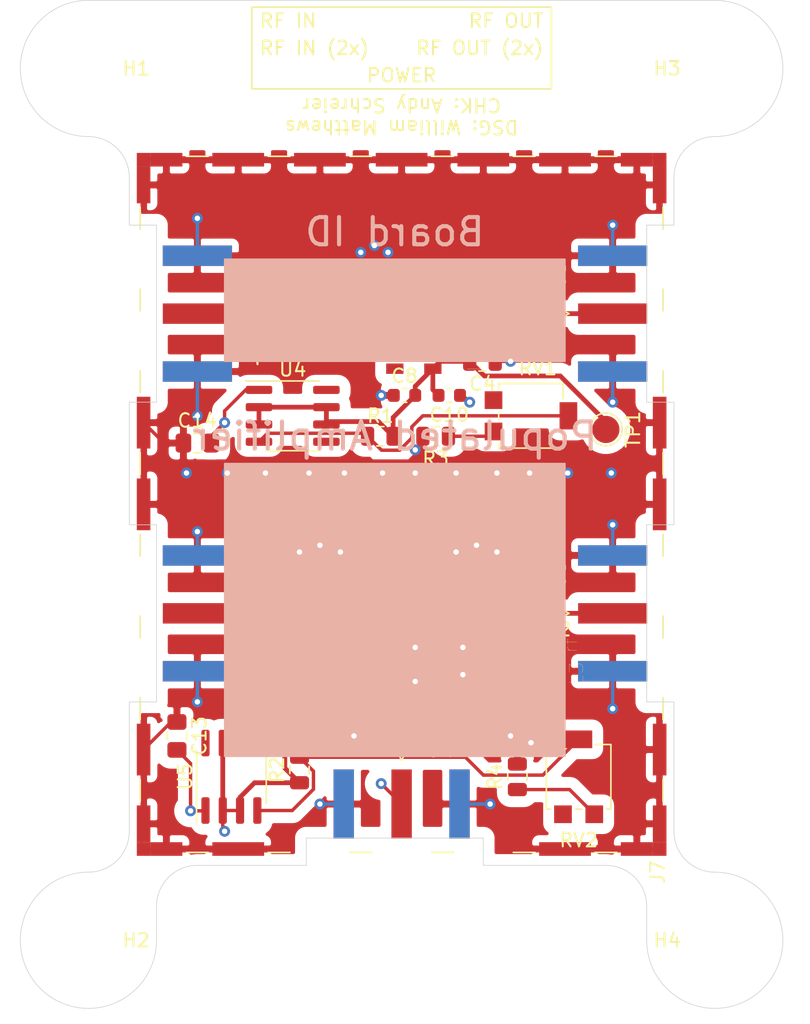
<source format=kicad_pcb>
(kicad_pcb (version 20171130) (host pcbnew 5.1.6-c6e7f7d~87~ubuntu18.04.1)

  (general
    (thickness 1.6)
    (drawings 62)
    (tracks 187)
    (zones 0)
    (modules 39)
    (nets 25)
  )

  (page A4)
  (layers
    (0 F.Cu signal)
    (1 In1.Cu signal)
    (2 In2.Cu signal)
    (31 B.Cu signal)
    (32 B.Adhes user)
    (33 F.Adhes user)
    (34 B.Paste user)
    (35 F.Paste user)
    (36 B.SilkS user hide)
    (37 F.SilkS user)
    (38 B.Mask user)
    (39 F.Mask user)
    (40 Dwgs.User user)
    (41 Cmts.User user)
    (42 Eco1.User user)
    (43 Eco2.User user)
    (44 Edge.Cuts user)
    (45 Margin user)
    (46 B.CrtYd user)
    (47 F.CrtYd user)
    (48 B.Fab user)
    (49 F.Fab user)
  )

  (setup
    (last_trace_width 0.25)
    (trace_clearance 0.2)
    (zone_clearance 0.8)
    (zone_45_only no)
    (trace_min 0.2)
    (via_size 0.8)
    (via_drill 0.4)
    (via_min_size 0.4)
    (via_min_drill 0.3)
    (uvia_size 0.3)
    (uvia_drill 0.1)
    (uvias_allowed no)
    (uvia_min_size 0.2)
    (uvia_min_drill 0.1)
    (edge_width 0.05)
    (segment_width 0.2)
    (pcb_text_width 0.3)
    (pcb_text_size 1.5 1.5)
    (mod_edge_width 0.12)
    (mod_text_size 1 1)
    (mod_text_width 0.15)
    (pad_size 3.8 1)
    (pad_drill 0)
    (pad_to_mask_clearance 0.05)
    (aux_axis_origin 0 0)
    (visible_elements FFFFFF7F)
    (pcbplotparams
      (layerselection 0x010fc_ffffffff)
      (usegerberextensions false)
      (usegerberattributes false)
      (usegerberadvancedattributes true)
      (creategerberjobfile true)
      (excludeedgelayer true)
      (linewidth 0.100000)
      (plotframeref false)
      (viasonmask false)
      (mode 1)
      (useauxorigin false)
      (hpglpennumber 1)
      (hpglpenspeed 20)
      (hpglpendiameter 15.000000)
      (psnegative false)
      (psa4output false)
      (plotreference true)
      (plotvalue true)
      (plotinvisibletext false)
      (padsonsilk false)
      (subtractmaskfromsilk false)
      (outputformat 1)
      (mirror false)
      (drillshape 0)
      (scaleselection 1)
      (outputdirectory "gerber/"))
  )

  (net 0 "")
  (net 1 "Net-(C1-Pad2)")
  (net 2 "Net-(C1-Pad1)")
  (net 3 "Net-(C2-Pad2)")
  (net 4 "Net-(C2-Pad1)")
  (net 5 GND)
  (net 6 "Net-(C11-Pad1)")
  (net 7 "Net-(C10-Pad2)")
  (net 8 "Net-(C5-Pad2)")
  (net 9 "Net-(C5-Pad1)")
  (net 10 "Net-(C6-Pad2)")
  (net 11 "Net-(C6-Pad1)")
  (net 12 "Net-(C12-Pad2)")
  (net 13 "Net-(C12-Pad1)")
  (net 14 +10V)
  (net 15 "Net-(R1-Pad2)")
  (net 16 "Net-(R2-Pad2)")
  (net 17 "Net-(R3-Pad1)")
  (net 18 "Net-(R4-Pad1)")
  (net 19 "Net-(RV1-Pad1)")
  (net 20 "Net-(RV2-Pad1)")
  (net 21 "Net-(U4-Pad8)")
  (net 22 "Net-(U4-Pad5)")
  (net 23 "Net-(U5-Pad8)")
  (net 24 "Net-(U5-Pad5)")

  (net_class Default "This is the default net class."
    (clearance 0.2)
    (trace_width 0.25)
    (via_dia 0.8)
    (via_drill 0.4)
    (uvia_dia 0.3)
    (uvia_drill 0.1)
    (add_net +10V)
    (add_net GND)
    (add_net "Net-(R1-Pad2)")
    (add_net "Net-(R2-Pad2)")
    (add_net "Net-(R3-Pad1)")
    (add_net "Net-(R4-Pad1)")
    (add_net "Net-(RV1-Pad1)")
    (add_net "Net-(RV2-Pad1)")
    (add_net "Net-(U4-Pad5)")
    (add_net "Net-(U4-Pad8)")
    (add_net "Net-(U5-Pad5)")
    (add_net "Net-(U5-Pad8)")
  )

  (net_class Bias ""
    (clearance 0.2)
    (trace_width 0.45)
    (via_dia 0.8)
    (via_drill 0.4)
    (uvia_dia 0.3)
    (uvia_drill 0.1)
  )

  (net_class RF ""
    (clearance 0.2)
    (trace_width 0.35)
    (via_dia 0.8)
    (via_drill 0.4)
    (uvia_dia 0.3)
    (uvia_drill 0.1)
    (add_net "Net-(C1-Pad1)")
    (add_net "Net-(C1-Pad2)")
    (add_net "Net-(C10-Pad2)")
    (add_net "Net-(C11-Pad1)")
    (add_net "Net-(C12-Pad1)")
    (add_net "Net-(C12-Pad2)")
    (add_net "Net-(C2-Pad1)")
    (add_net "Net-(C2-Pad2)")
    (add_net "Net-(C5-Pad1)")
    (add_net "Net-(C5-Pad2)")
    (add_net "Net-(C6-Pad1)")
    (add_net "Net-(C6-Pad2)")
  )

  (module Capacitor_SMD:C_0805_2012Metric_Pad1.15x1.40mm_HandSolder (layer F.Cu) (tedit 5B36C52B) (tstamp 5FF6ACBC)
    (at 123 88.5)
    (descr "Capacitor SMD 0805 (2012 Metric), square (rectangular) end terminal, IPC_7351 nominal with elongated pad for handsoldering. (Body size source: https://docs.google.com/spreadsheets/d/1BsfQQcO9C6DZCsRaXUlFlo91Tg2WpOkGARC1WS5S8t0/edit?usp=sharing), generated with kicad-footprint-generator")
    (tags "capacitor handsolder")
    (path /60091247)
    (attr smd)
    (fp_text reference C14 (at 0 -1.65) (layer F.SilkS)
      (effects (font (size 1 1) (thickness 0.15)))
    )
    (fp_text value 0.1u (at 0 1.65) (layer F.Fab)
      (effects (font (size 1 1) (thickness 0.15)))
    )
    (fp_line (start 1.85 0.95) (end -1.85 0.95) (layer F.CrtYd) (width 0.05))
    (fp_line (start 1.85 -0.95) (end 1.85 0.95) (layer F.CrtYd) (width 0.05))
    (fp_line (start -1.85 -0.95) (end 1.85 -0.95) (layer F.CrtYd) (width 0.05))
    (fp_line (start -1.85 0.95) (end -1.85 -0.95) (layer F.CrtYd) (width 0.05))
    (fp_line (start -0.261252 0.71) (end 0.261252 0.71) (layer F.SilkS) (width 0.12))
    (fp_line (start -0.261252 -0.71) (end 0.261252 -0.71) (layer F.SilkS) (width 0.12))
    (fp_line (start 1 0.6) (end -1 0.6) (layer F.Fab) (width 0.1))
    (fp_line (start 1 -0.6) (end 1 0.6) (layer F.Fab) (width 0.1))
    (fp_line (start -1 -0.6) (end 1 -0.6) (layer F.Fab) (width 0.1))
    (fp_line (start -1 0.6) (end -1 -0.6) (layer F.Fab) (width 0.1))
    (fp_text user %R (at 0 0) (layer F.Fab)
      (effects (font (size 0.5 0.5) (thickness 0.08)))
    )
    (pad 2 smd roundrect (at 1.025 0) (size 1.15 1.4) (layers F.Cu F.Paste F.Mask) (roundrect_rratio 0.217391)
      (net 14 +10V))
    (pad 1 smd roundrect (at -1.025 0) (size 1.15 1.4) (layers F.Cu F.Paste F.Mask) (roundrect_rratio 0.217391)
      (net 5 GND))
    (model ${KISYS3DMOD}/Capacitor_SMD.3dshapes/C_0805_2012Metric.wrl
      (at (xyz 0 0 0))
      (scale (xyz 1 1 1))
      (rotate (xyz 0 0 0))
    )
  )

  (module Capacitor_SMD:C_0805_2012Metric_Pad1.15x1.40mm_HandSolder (layer F.Cu) (tedit 5B36C52B) (tstamp 5FF6ACAB)
    (at 121.5 110 270)
    (descr "Capacitor SMD 0805 (2012 Metric), square (rectangular) end terminal, IPC_7351 nominal with elongated pad for handsoldering. (Body size source: https://docs.google.com/spreadsheets/d/1BsfQQcO9C6DZCsRaXUlFlo91Tg2WpOkGARC1WS5S8t0/edit?usp=sharing), generated with kicad-footprint-generator")
    (tags "capacitor handsolder")
    (path /60085556)
    (attr smd)
    (fp_text reference C13 (at 0 -1.65 90) (layer F.SilkS)
      (effects (font (size 1 1) (thickness 0.15)))
    )
    (fp_text value 0.1u (at 0 1.65 90) (layer F.Fab)
      (effects (font (size 1 1) (thickness 0.15)))
    )
    (fp_line (start 1.85 0.95) (end -1.85 0.95) (layer F.CrtYd) (width 0.05))
    (fp_line (start 1.85 -0.95) (end 1.85 0.95) (layer F.CrtYd) (width 0.05))
    (fp_line (start -1.85 -0.95) (end 1.85 -0.95) (layer F.CrtYd) (width 0.05))
    (fp_line (start -1.85 0.95) (end -1.85 -0.95) (layer F.CrtYd) (width 0.05))
    (fp_line (start -0.261252 0.71) (end 0.261252 0.71) (layer F.SilkS) (width 0.12))
    (fp_line (start -0.261252 -0.71) (end 0.261252 -0.71) (layer F.SilkS) (width 0.12))
    (fp_line (start 1 0.6) (end -1 0.6) (layer F.Fab) (width 0.1))
    (fp_line (start 1 -0.6) (end 1 0.6) (layer F.Fab) (width 0.1))
    (fp_line (start -1 -0.6) (end 1 -0.6) (layer F.Fab) (width 0.1))
    (fp_line (start -1 0.6) (end -1 -0.6) (layer F.Fab) (width 0.1))
    (fp_text user %R (at 0 0 90) (layer F.Fab)
      (effects (font (size 0.5 0.5) (thickness 0.08)))
    )
    (pad 2 smd roundrect (at 1.025 0 270) (size 1.15 1.4) (layers F.Cu F.Paste F.Mask) (roundrect_rratio 0.217391)
      (net 14 +10V))
    (pad 1 smd roundrect (at -1.025 0 270) (size 1.15 1.4) (layers F.Cu F.Paste F.Mask) (roundrect_rratio 0.217391)
      (net 5 GND))
    (model ${KISYS3DMOD}/Capacitor_SMD.3dshapes/C_0805_2012Metric.wrl
      (at (xyz 0 0 0))
      (scale (xyz 1 1 1))
      (rotate (xyz 0 0 0))
    )
  )

  (module Package_SO:SOIC-8_3.9x4.9mm_P1.27mm (layer F.Cu) (tedit 5D9F72B1) (tstamp 5FF67A08)
    (at 125.5 113 90)
    (descr "SOIC, 8 Pin (JEDEC MS-012AA, https://www.analog.com/media/en/package-pcb-resources/package/pkg_pdf/soic_narrow-r/r_8.pdf), generated with kicad-footprint-generator ipc_gullwing_generator.py")
    (tags "SOIC SO")
    (path /60008710)
    (attr smd)
    (fp_text reference U5 (at 0 -3.4 90) (layer F.SilkS)
      (effects (font (size 1 1) (thickness 0.15)))
    )
    (fp_text value LM317L_SO8 (at 0 3.4 90) (layer F.Fab)
      (effects (font (size 1 1) (thickness 0.15)))
    )
    (fp_line (start 3.7 -2.7) (end -3.7 -2.7) (layer F.CrtYd) (width 0.05))
    (fp_line (start 3.7 2.7) (end 3.7 -2.7) (layer F.CrtYd) (width 0.05))
    (fp_line (start -3.7 2.7) (end 3.7 2.7) (layer F.CrtYd) (width 0.05))
    (fp_line (start -3.7 -2.7) (end -3.7 2.7) (layer F.CrtYd) (width 0.05))
    (fp_line (start -1.95 -1.475) (end -0.975 -2.45) (layer F.Fab) (width 0.1))
    (fp_line (start -1.95 2.45) (end -1.95 -1.475) (layer F.Fab) (width 0.1))
    (fp_line (start 1.95 2.45) (end -1.95 2.45) (layer F.Fab) (width 0.1))
    (fp_line (start 1.95 -2.45) (end 1.95 2.45) (layer F.Fab) (width 0.1))
    (fp_line (start -0.975 -2.45) (end 1.95 -2.45) (layer F.Fab) (width 0.1))
    (fp_line (start 0 -2.56) (end -3.45 -2.56) (layer F.SilkS) (width 0.12))
    (fp_line (start 0 -2.56) (end 1.95 -2.56) (layer F.SilkS) (width 0.12))
    (fp_line (start 0 2.56) (end -1.95 2.56) (layer F.SilkS) (width 0.12))
    (fp_line (start 0 2.56) (end 1.95 2.56) (layer F.SilkS) (width 0.12))
    (fp_text user %R (at 0 0 90) (layer F.Fab)
      (effects (font (size 0.98 0.98) (thickness 0.15)))
    )
    (pad 8 smd roundrect (at 2.475 -1.905 90) (size 1.95 0.6) (layers F.Cu F.Paste F.Mask) (roundrect_rratio 0.25)
      (net 23 "Net-(U5-Pad8)"))
    (pad 7 smd roundrect (at 2.475 -0.635 90) (size 1.95 0.6) (layers F.Cu F.Paste F.Mask) (roundrect_rratio 0.25)
      (net 6 "Net-(C11-Pad1)"))
    (pad 6 smd roundrect (at 2.475 0.635 90) (size 1.95 0.6) (layers F.Cu F.Paste F.Mask) (roundrect_rratio 0.25)
      (net 6 "Net-(C11-Pad1)"))
    (pad 5 smd roundrect (at 2.475 1.905 90) (size 1.95 0.6) (layers F.Cu F.Paste F.Mask) (roundrect_rratio 0.25)
      (net 24 "Net-(U5-Pad5)"))
    (pad 4 smd roundrect (at -2.475 1.905 90) (size 1.95 0.6) (layers F.Cu F.Paste F.Mask) (roundrect_rratio 0.25)
      (net 16 "Net-(R2-Pad2)"))
    (pad 3 smd roundrect (at -2.475 0.635 90) (size 1.95 0.6) (layers F.Cu F.Paste F.Mask) (roundrect_rratio 0.25)
      (net 6 "Net-(C11-Pad1)"))
    (pad 2 smd roundrect (at -2.475 -0.635 90) (size 1.95 0.6) (layers F.Cu F.Paste F.Mask) (roundrect_rratio 0.25)
      (net 6 "Net-(C11-Pad1)"))
    (pad 1 smd roundrect (at -2.475 -1.905 90) (size 1.95 0.6) (layers F.Cu F.Paste F.Mask) (roundrect_rratio 0.25)
      (net 14 +10V))
    (model ${KISYS3DMOD}/Package_SO.3dshapes/SOIC-8_3.9x4.9mm_P1.27mm.wrl
      (at (xyz 0 0 0))
      (scale (xyz 1 1 1))
      (rotate (xyz 0 0 0))
    )
  )

  (module Package_SO:SOIC-8_3.9x4.9mm_P1.27mm (layer F.Cu) (tedit 5D9F72B1) (tstamp 5FF679EE)
    (at 130 86.5)
    (descr "SOIC, 8 Pin (JEDEC MS-012AA, https://www.analog.com/media/en/package-pcb-resources/package/pkg_pdf/soic_narrow-r/r_8.pdf), generated with kicad-footprint-generator ipc_gullwing_generator.py")
    (tags "SOIC SO")
    (path /5FF706BB)
    (attr smd)
    (fp_text reference U4 (at 0 -3.4) (layer F.SilkS)
      (effects (font (size 1 1) (thickness 0.15)))
    )
    (fp_text value LM317L_SO8 (at 0 3.4) (layer F.Fab)
      (effects (font (size 1 1) (thickness 0.15)))
    )
    (fp_line (start 3.7 -2.7) (end -3.7 -2.7) (layer F.CrtYd) (width 0.05))
    (fp_line (start 3.7 2.7) (end 3.7 -2.7) (layer F.CrtYd) (width 0.05))
    (fp_line (start -3.7 2.7) (end 3.7 2.7) (layer F.CrtYd) (width 0.05))
    (fp_line (start -3.7 -2.7) (end -3.7 2.7) (layer F.CrtYd) (width 0.05))
    (fp_line (start -1.95 -1.475) (end -0.975 -2.45) (layer F.Fab) (width 0.1))
    (fp_line (start -1.95 2.45) (end -1.95 -1.475) (layer F.Fab) (width 0.1))
    (fp_line (start 1.95 2.45) (end -1.95 2.45) (layer F.Fab) (width 0.1))
    (fp_line (start 1.95 -2.45) (end 1.95 2.45) (layer F.Fab) (width 0.1))
    (fp_line (start -0.975 -2.45) (end 1.95 -2.45) (layer F.Fab) (width 0.1))
    (fp_line (start 0 -2.56) (end -3.45 -2.56) (layer F.SilkS) (width 0.12))
    (fp_line (start 0 -2.56) (end 1.95 -2.56) (layer F.SilkS) (width 0.12))
    (fp_line (start 0 2.56) (end -1.95 2.56) (layer F.SilkS) (width 0.12))
    (fp_line (start 0 2.56) (end 1.95 2.56) (layer F.SilkS) (width 0.12))
    (fp_text user %R (at 0 0) (layer F.Fab)
      (effects (font (size 0.98 0.98) (thickness 0.15)))
    )
    (pad 8 smd roundrect (at 2.475 -1.905) (size 1.95 0.6) (layers F.Cu F.Paste F.Mask) (roundrect_rratio 0.25)
      (net 21 "Net-(U4-Pad8)"))
    (pad 7 smd roundrect (at 2.475 -0.635) (size 1.95 0.6) (layers F.Cu F.Paste F.Mask) (roundrect_rratio 0.25)
      (net 7 "Net-(C10-Pad2)"))
    (pad 6 smd roundrect (at 2.475 0.635) (size 1.95 0.6) (layers F.Cu F.Paste F.Mask) (roundrect_rratio 0.25)
      (net 7 "Net-(C10-Pad2)"))
    (pad 5 smd roundrect (at 2.475 1.905) (size 1.95 0.6) (layers F.Cu F.Paste F.Mask) (roundrect_rratio 0.25)
      (net 22 "Net-(U4-Pad5)"))
    (pad 4 smd roundrect (at -2.475 1.905) (size 1.95 0.6) (layers F.Cu F.Paste F.Mask) (roundrect_rratio 0.25)
      (net 15 "Net-(R1-Pad2)"))
    (pad 3 smd roundrect (at -2.475 0.635) (size 1.95 0.6) (layers F.Cu F.Paste F.Mask) (roundrect_rratio 0.25)
      (net 7 "Net-(C10-Pad2)"))
    (pad 2 smd roundrect (at -2.475 -0.635) (size 1.95 0.6) (layers F.Cu F.Paste F.Mask) (roundrect_rratio 0.25)
      (net 7 "Net-(C10-Pad2)"))
    (pad 1 smd roundrect (at -2.475 -1.905) (size 1.95 0.6) (layers F.Cu F.Paste F.Mask) (roundrect_rratio 0.25)
      (net 14 +10V))
    (model ${KISYS3DMOD}/Package_SO.3dshapes/SOIC-8_3.9x4.9mm_P1.27mm.wrl
      (at (xyz 0 0 0))
      (scale (xyz 1 1 1))
      (rotate (xyz 0 0 0))
    )
  )

  (module TestPoint:TestPoint_Pad_D2.0mm (layer F.Cu) (tedit 5A0F774F) (tstamp 5FF6794A)
    (at 153 87.5 270)
    (descr "SMD pad as test Point, diameter 2.0mm")
    (tags "test point SMD pad")
    (path /5FFBE85F)
    (attr virtual)
    (fp_text reference TP1 (at 0 -1.998 90) (layer F.SilkS)
      (effects (font (size 1 1) (thickness 0.15)))
    )
    (fp_text value TestPoint (at 0 2.05 90) (layer F.Fab)
      (effects (font (size 1 1) (thickness 0.15)))
    )
    (fp_circle (center 0 0) (end 0 1.2) (layer F.SilkS) (width 0.12))
    (fp_circle (center 0 0) (end 1.5 0) (layer F.CrtYd) (width 0.05))
    (fp_text user %R (at 0 -2 90) (layer F.Fab)
      (effects (font (size 1 1) (thickness 0.15)))
    )
    (pad 1 smd circle (at 0 0 270) (size 2 2) (layers F.Cu F.Mask)
      (net 7 "Net-(C10-Pad2)"))
  )

  (module Potentiometer_SMD:Potentiometer_Bourns_3314G_Vertical (layer F.Cu) (tedit 5A81E1D7) (tstamp 5FF67942)
    (at 151 113 180)
    (descr "Potentiometer, vertical, Bourns 3314G, http://www.bourns.com/docs/Product-Datasheets/3314.pdf")
    (tags "Potentiometer vertical Bourns 3314G")
    (path /60008717)
    (attr smd)
    (fp_text reference RV2 (at 0 -4.65) (layer F.SilkS)
      (effects (font (size 1 1) (thickness 0.15)))
    )
    (fp_text value R_POT_TRIM (at 0 4.65) (layer F.Fab)
      (effects (font (size 1 1) (thickness 0.15)))
    )
    (fp_line (start 2.5 -3.65) (end -2.5 -3.65) (layer F.CrtYd) (width 0.05))
    (fp_line (start 2.5 3.65) (end 2.5 -3.65) (layer F.CrtYd) (width 0.05))
    (fp_line (start -2.5 3.65) (end 2.5 3.65) (layer F.CrtYd) (width 0.05))
    (fp_line (start -2.5 -3.65) (end -2.5 3.65) (layer F.CrtYd) (width 0.05))
    (fp_line (start 2.37 -2.37) (end 2.37 2.37) (layer F.SilkS) (width 0.12))
    (fp_line (start -2.37 -2.37) (end -2.37 2.37) (layer F.SilkS) (width 0.12))
    (fp_line (start 1.24 2.37) (end 2.37 2.37) (layer F.SilkS) (width 0.12))
    (fp_line (start -2.37 2.37) (end -1.24 2.37) (layer F.SilkS) (width 0.12))
    (fp_line (start -0.259 -2.37) (end 0.26 -2.37) (layer F.SilkS) (width 0.12))
    (fp_line (start -2.37 -2.37) (end -2.039 -2.37) (layer F.SilkS) (width 0.12))
    (fp_line (start 2.04 -2.37) (end 2.37 -2.37) (layer F.SilkS) (width 0.12))
    (fp_line (start 0 0.99) (end 0.001 -0.989) (layer F.Fab) (width 0.1))
    (fp_line (start 0 0.99) (end 0.001 -0.989) (layer F.Fab) (width 0.1))
    (fp_line (start 2.25 -2.25) (end -2.25 -2.25) (layer F.Fab) (width 0.1))
    (fp_line (start 2.25 2.25) (end 2.25 -2.25) (layer F.Fab) (width 0.1))
    (fp_line (start -2.25 2.25) (end 2.25 2.25) (layer F.Fab) (width 0.1))
    (fp_line (start -2.25 -2.25) (end -2.25 2.25) (layer F.Fab) (width 0.1))
    (fp_circle (center 0 0) (end 1 0) (layer F.Fab) (width 0.1))
    (fp_text user %R (at 0 -1.7) (layer F.Fab)
      (effects (font (size 0.63 0.63) (thickness 0.15)))
    )
    (pad 3 smd rect (at -1.15 -2.75 180) (size 1.3 1.3) (layers F.Cu F.Paste F.Mask)
      (net 18 "Net-(R4-Pad1)"))
    (pad 2 smd rect (at 0 2.75 180) (size 2 1.3) (layers F.Cu F.Paste F.Mask)
      (net 16 "Net-(R2-Pad2)"))
    (pad 1 smd rect (at 1.15 -2.75 180) (size 1.3 1.3) (layers F.Cu F.Paste F.Mask)
      (net 20 "Net-(RV2-Pad1)"))
    (model ${KISYS3DMOD}/Potentiometer_SMD.3dshapes/Potentiometer_Bourns_3314G_Vertical.wrl
      (at (xyz 0 0 0))
      (scale (xyz 1 1 1))
      (rotate (xyz 0 0 0))
    )
  )

  (module Potentiometer_SMD:Potentiometer_Bourns_3314G_Vertical (layer F.Cu) (tedit 5A81E1D7) (tstamp 5FF67928)
    (at 147.5 86.5 90)
    (descr "Potentiometer, vertical, Bourns 3314G, http://www.bourns.com/docs/Product-Datasheets/3314.pdf")
    (tags "Potentiometer vertical Bourns 3314G")
    (path /5FFB0091)
    (attr smd)
    (fp_text reference RV1 (at 3.5 0.5 180) (layer F.SilkS)
      (effects (font (size 1 1) (thickness 0.15)))
    )
    (fp_text value R_POT_TRIM (at 0 4.65 90) (layer F.Fab)
      (effects (font (size 1 1) (thickness 0.15)))
    )
    (fp_line (start 2.5 -3.65) (end -2.5 -3.65) (layer F.CrtYd) (width 0.05))
    (fp_line (start 2.5 3.65) (end 2.5 -3.65) (layer F.CrtYd) (width 0.05))
    (fp_line (start -2.5 3.65) (end 2.5 3.65) (layer F.CrtYd) (width 0.05))
    (fp_line (start -2.5 -3.65) (end -2.5 3.65) (layer F.CrtYd) (width 0.05))
    (fp_line (start 2.37 -2.37) (end 2.37 2.37) (layer F.SilkS) (width 0.12))
    (fp_line (start -2.37 -2.37) (end -2.37 2.37) (layer F.SilkS) (width 0.12))
    (fp_line (start 1.24 2.37) (end 2.37 2.37) (layer F.SilkS) (width 0.12))
    (fp_line (start -2.37 2.37) (end -1.24 2.37) (layer F.SilkS) (width 0.12))
    (fp_line (start -0.259 -2.37) (end 0.26 -2.37) (layer F.SilkS) (width 0.12))
    (fp_line (start -2.37 -2.37) (end -2.039 -2.37) (layer F.SilkS) (width 0.12))
    (fp_line (start 2.04 -2.37) (end 2.37 -2.37) (layer F.SilkS) (width 0.12))
    (fp_line (start 0 0.99) (end 0.001 -0.989) (layer F.Fab) (width 0.1))
    (fp_line (start 0 0.99) (end 0.001 -0.989) (layer F.Fab) (width 0.1))
    (fp_line (start 2.25 -2.25) (end -2.25 -2.25) (layer F.Fab) (width 0.1))
    (fp_line (start 2.25 2.25) (end 2.25 -2.25) (layer F.Fab) (width 0.1))
    (fp_line (start -2.25 2.25) (end 2.25 2.25) (layer F.Fab) (width 0.1))
    (fp_line (start -2.25 -2.25) (end -2.25 2.25) (layer F.Fab) (width 0.1))
    (fp_circle (center 0 0) (end 1 0) (layer F.Fab) (width 0.1))
    (fp_text user %R (at 0 -1.7 90) (layer F.Fab)
      (effects (font (size 0.63 0.63) (thickness 0.15)))
    )
    (pad 3 smd rect (at -1.15 -2.75 90) (size 1.3 1.3) (layers F.Cu F.Paste F.Mask)
      (net 17 "Net-(R3-Pad1)"))
    (pad 2 smd rect (at 0 2.75 90) (size 2 1.3) (layers F.Cu F.Paste F.Mask)
      (net 15 "Net-(R1-Pad2)"))
    (pad 1 smd rect (at 1.15 -2.75 90) (size 1.3 1.3) (layers F.Cu F.Paste F.Mask)
      (net 19 "Net-(RV1-Pad1)"))
    (model ${KISYS3DMOD}/Potentiometer_SMD.3dshapes/Potentiometer_Bourns_3314G_Vertical.wrl
      (at (xyz 0 0 0))
      (scale (xyz 1 1 1))
      (rotate (xyz 0 0 0))
    )
  )

  (module Resistor_SMD:R_0805_2012Metric (layer F.Cu) (tedit 5B36C52B) (tstamp 5FF6790E)
    (at 146.5 113 90)
    (descr "Resistor SMD 0805 (2012 Metric), square (rectangular) end terminal, IPC_7351 nominal, (Body size source: https://docs.google.com/spreadsheets/d/1BsfQQcO9C6DZCsRaXUlFlo91Tg2WpOkGARC1WS5S8t0/edit?usp=sharing), generated with kicad-footprint-generator")
    (tags resistor)
    (path /6000872B)
    (attr smd)
    (fp_text reference R4 (at 0 -1.65 90) (layer F.SilkS)
      (effects (font (size 1 1) (thickness 0.15)))
    )
    (fp_text value 240R (at 0 1.65 90) (layer F.Fab)
      (effects (font (size 1 1) (thickness 0.15)))
    )
    (fp_line (start 1.68 0.95) (end -1.68 0.95) (layer F.CrtYd) (width 0.05))
    (fp_line (start 1.68 -0.95) (end 1.68 0.95) (layer F.CrtYd) (width 0.05))
    (fp_line (start -1.68 -0.95) (end 1.68 -0.95) (layer F.CrtYd) (width 0.05))
    (fp_line (start -1.68 0.95) (end -1.68 -0.95) (layer F.CrtYd) (width 0.05))
    (fp_line (start -0.258578 0.71) (end 0.258578 0.71) (layer F.SilkS) (width 0.12))
    (fp_line (start -0.258578 -0.71) (end 0.258578 -0.71) (layer F.SilkS) (width 0.12))
    (fp_line (start 1 0.6) (end -1 0.6) (layer F.Fab) (width 0.1))
    (fp_line (start 1 -0.6) (end 1 0.6) (layer F.Fab) (width 0.1))
    (fp_line (start -1 -0.6) (end 1 -0.6) (layer F.Fab) (width 0.1))
    (fp_line (start -1 0.6) (end -1 -0.6) (layer F.Fab) (width 0.1))
    (fp_text user %R (at 0 0 90) (layer F.Fab)
      (effects (font (size 0.5 0.5) (thickness 0.08)))
    )
    (pad 2 smd roundrect (at 0.9375 0 90) (size 0.975 1.4) (layers F.Cu F.Paste F.Mask) (roundrect_rratio 0.25)
      (net 5 GND))
    (pad 1 smd roundrect (at -0.9375 0 90) (size 0.975 1.4) (layers F.Cu F.Paste F.Mask) (roundrect_rratio 0.25)
      (net 18 "Net-(R4-Pad1)"))
    (model ${KISYS3DMOD}/Resistor_SMD.3dshapes/R_0805_2012Metric.wrl
      (at (xyz 0 0 0))
      (scale (xyz 1 1 1))
      (rotate (xyz 0 0 0))
    )
  )

  (module Resistor_SMD:R_0805_2012Metric (layer F.Cu) (tedit 5B36C52B) (tstamp 5FF678FD)
    (at 140.5 88 180)
    (descr "Resistor SMD 0805 (2012 Metric), square (rectangular) end terminal, IPC_7351 nominal, (Body size source: https://docs.google.com/spreadsheets/d/1BsfQQcO9C6DZCsRaXUlFlo91Tg2WpOkGARC1WS5S8t0/edit?usp=sharing), generated with kicad-footprint-generator")
    (tags resistor)
    (path /5FFB9B9C)
    (attr smd)
    (fp_text reference R3 (at 0 -1.65) (layer F.SilkS)
      (effects (font (size 1 1) (thickness 0.15)))
    )
    (fp_text value 240R (at 0 1.65) (layer F.Fab)
      (effects (font (size 1 1) (thickness 0.15)))
    )
    (fp_line (start 1.68 0.95) (end -1.68 0.95) (layer F.CrtYd) (width 0.05))
    (fp_line (start 1.68 -0.95) (end 1.68 0.95) (layer F.CrtYd) (width 0.05))
    (fp_line (start -1.68 -0.95) (end 1.68 -0.95) (layer F.CrtYd) (width 0.05))
    (fp_line (start -1.68 0.95) (end -1.68 -0.95) (layer F.CrtYd) (width 0.05))
    (fp_line (start -0.258578 0.71) (end 0.258578 0.71) (layer F.SilkS) (width 0.12))
    (fp_line (start -0.258578 -0.71) (end 0.258578 -0.71) (layer F.SilkS) (width 0.12))
    (fp_line (start 1 0.6) (end -1 0.6) (layer F.Fab) (width 0.1))
    (fp_line (start 1 -0.6) (end 1 0.6) (layer F.Fab) (width 0.1))
    (fp_line (start -1 -0.6) (end 1 -0.6) (layer F.Fab) (width 0.1))
    (fp_line (start -1 0.6) (end -1 -0.6) (layer F.Fab) (width 0.1))
    (fp_text user %R (at 0 0) (layer F.Fab)
      (effects (font (size 0.5 0.5) (thickness 0.08)))
    )
    (pad 2 smd roundrect (at 0.9375 0 180) (size 0.975 1.4) (layers F.Cu F.Paste F.Mask) (roundrect_rratio 0.25)
      (net 5 GND))
    (pad 1 smd roundrect (at -0.9375 0 180) (size 0.975 1.4) (layers F.Cu F.Paste F.Mask) (roundrect_rratio 0.25)
      (net 17 "Net-(R3-Pad1)"))
    (model ${KISYS3DMOD}/Resistor_SMD.3dshapes/R_0805_2012Metric.wrl
      (at (xyz 0 0 0))
      (scale (xyz 1 1 1))
      (rotate (xyz 0 0 0))
    )
  )

  (module Resistor_SMD:R_0805_2012Metric (layer F.Cu) (tedit 5B36C52B) (tstamp 5FF678EC)
    (at 130.5 112.5 90)
    (descr "Resistor SMD 0805 (2012 Metric), square (rectangular) end terminal, IPC_7351 nominal, (Body size source: https://docs.google.com/spreadsheets/d/1BsfQQcO9C6DZCsRaXUlFlo91Tg2WpOkGARC1WS5S8t0/edit?usp=sharing), generated with kicad-footprint-generator")
    (tags resistor)
    (path /6000871F)
    (attr smd)
    (fp_text reference R2 (at 0 -1.65 90) (layer F.SilkS)
      (effects (font (size 1 1) (thickness 0.15)))
    )
    (fp_text value 240R (at 0 1.65 90) (layer F.Fab)
      (effects (font (size 1 1) (thickness 0.15)))
    )
    (fp_line (start 1.68 0.95) (end -1.68 0.95) (layer F.CrtYd) (width 0.05))
    (fp_line (start 1.68 -0.95) (end 1.68 0.95) (layer F.CrtYd) (width 0.05))
    (fp_line (start -1.68 -0.95) (end 1.68 -0.95) (layer F.CrtYd) (width 0.05))
    (fp_line (start -1.68 0.95) (end -1.68 -0.95) (layer F.CrtYd) (width 0.05))
    (fp_line (start -0.258578 0.71) (end 0.258578 0.71) (layer F.SilkS) (width 0.12))
    (fp_line (start -0.258578 -0.71) (end 0.258578 -0.71) (layer F.SilkS) (width 0.12))
    (fp_line (start 1 0.6) (end -1 0.6) (layer F.Fab) (width 0.1))
    (fp_line (start 1 -0.6) (end 1 0.6) (layer F.Fab) (width 0.1))
    (fp_line (start -1 -0.6) (end 1 -0.6) (layer F.Fab) (width 0.1))
    (fp_line (start -1 0.6) (end -1 -0.6) (layer F.Fab) (width 0.1))
    (fp_text user %R (at 0 0 90) (layer F.Fab)
      (effects (font (size 0.5 0.5) (thickness 0.08)))
    )
    (pad 2 smd roundrect (at 0.9375 0 90) (size 0.975 1.4) (layers F.Cu F.Paste F.Mask) (roundrect_rratio 0.25)
      (net 16 "Net-(R2-Pad2)"))
    (pad 1 smd roundrect (at -0.9375 0 90) (size 0.975 1.4) (layers F.Cu F.Paste F.Mask) (roundrect_rratio 0.25)
      (net 6 "Net-(C11-Pad1)"))
    (model ${KISYS3DMOD}/Resistor_SMD.3dshapes/R_0805_2012Metric.wrl
      (at (xyz 0 0 0))
      (scale (xyz 1 1 1))
      (rotate (xyz 0 0 0))
    )
  )

  (module Resistor_SMD:R_0805_2012Metric (layer F.Cu) (tedit 5B36C52B) (tstamp 5FF678DB)
    (at 136.4375 88 180)
    (descr "Resistor SMD 0805 (2012 Metric), square (rectangular) end terminal, IPC_7351 nominal, (Body size source: https://docs.google.com/spreadsheets/d/1BsfQQcO9C6DZCsRaXUlFlo91Tg2WpOkGARC1WS5S8t0/edit?usp=sharing), generated with kicad-footprint-generator")
    (tags resistor)
    (path /5FFB3C98)
    (attr smd)
    (fp_text reference R1 (at 0 1.5) (layer F.SilkS)
      (effects (font (size 1 1) (thickness 0.15)))
    )
    (fp_text value 240R (at 0 1.65) (layer F.Fab)
      (effects (font (size 1 1) (thickness 0.15)))
    )
    (fp_line (start 1.68 0.95) (end -1.68 0.95) (layer F.CrtYd) (width 0.05))
    (fp_line (start 1.68 -0.95) (end 1.68 0.95) (layer F.CrtYd) (width 0.05))
    (fp_line (start -1.68 -0.95) (end 1.68 -0.95) (layer F.CrtYd) (width 0.05))
    (fp_line (start -1.68 0.95) (end -1.68 -0.95) (layer F.CrtYd) (width 0.05))
    (fp_line (start -0.258578 0.71) (end 0.258578 0.71) (layer F.SilkS) (width 0.12))
    (fp_line (start -0.258578 -0.71) (end 0.258578 -0.71) (layer F.SilkS) (width 0.12))
    (fp_line (start 1 0.6) (end -1 0.6) (layer F.Fab) (width 0.1))
    (fp_line (start 1 -0.6) (end 1 0.6) (layer F.Fab) (width 0.1))
    (fp_line (start -1 -0.6) (end 1 -0.6) (layer F.Fab) (width 0.1))
    (fp_line (start -1 0.6) (end -1 -0.6) (layer F.Fab) (width 0.1))
    (fp_text user %R (at 0 0) (layer F.Fab)
      (effects (font (size 0.5 0.5) (thickness 0.08)))
    )
    (pad 2 smd roundrect (at 0.9375 0 180) (size 0.975 1.4) (layers F.Cu F.Paste F.Mask) (roundrect_rratio 0.25)
      (net 15 "Net-(R1-Pad2)"))
    (pad 1 smd roundrect (at -0.9375 0 180) (size 0.975 1.4) (layers F.Cu F.Paste F.Mask) (roundrect_rratio 0.25)
      (net 7 "Net-(C10-Pad2)"))
    (model ${KISYS3DMOD}/Resistor_SMD.3dshapes/R_0805_2012Metric.wrl
      (at (xyz 0 0 0))
      (scale (xyz 1 1 1))
      (rotate (xyz 0 0 0))
    )
  )

  (module inductor:GU1604 (layer F.Cu) (tedit 5FF5D3DD) (tstamp 5FBD33DE)
    (at 146.397 104.77 270)
    (path /5FC4AF80)
    (fp_text reference L3 (at 0.63579 -4.45045 90) (layer F.SilkS)
      (effects (font (size 1.001228 1.001228) (thickness 0.015)))
    )
    (fp_text value L (at 1.27005 4.445175 90) (layer F.Fab)
      (effects (font (size 1.000039 1.000039) (thickness 0.015)))
    )
    (fp_text user rf (at -1.4125 -4 90) (layer F.SilkS)
      (effects (font (size 1.001299 1.001299) (thickness 0.015)))
    )
    (pad 3 smd rect (at -1.27 -1.397 270) (size 0.762 1.27) (layers F.Cu F.Paste F.Mask))
    (pad 1 smd rect (at 1.27 -1.397 270) (size 0.762 1.27) (layers F.Cu F.Paste F.Mask)
      (net 6 "Net-(C11-Pad1)"))
    (pad 4 smd rect (at 1.27 1.397 270) (size 0.762 1.27) (layers F.Cu F.Paste F.Mask))
    (pad 2 smd rect (at -1.27 1.397 270) (size 0.762 1.27) (layers F.Cu F.Paste F.Mask)
      (net 12 "Net-(C12-Pad2)"))
  )

  (module inductor:GU1604 (layer F.Cu) (tedit 5FF5D3DD) (tstamp 5FBD33CD)
    (at 135 104.5 270)
    (path /5FBF49F5)
    (fp_text reference L2 (at 0.63579 -4.45045 90) (layer F.SilkS)
      (effects (font (size 1.001228 1.001228) (thickness 0.015)))
    )
    (fp_text value L (at 1.27005 4.445175 90) (layer F.Fab)
      (effects (font (size 1.000039 1.000039) (thickness 0.015)))
    )
    (fp_text user rf (at -3.81496 -1.27165 90) (layer F.SilkS)
      (effects (font (size 1.001299 1.001299) (thickness 0.015)))
    )
    (pad 3 smd rect (at -1.27 -1.397 270) (size 0.762 1.27) (layers F.Cu F.Paste F.Mask))
    (pad 1 smd rect (at 1.27 -1.397 270) (size 0.762 1.27) (layers F.Cu F.Paste F.Mask)
      (net 6 "Net-(C11-Pad1)"))
    (pad 4 smd rect (at 1.27 1.397 270) (size 0.762 1.27) (layers F.Cu F.Paste F.Mask))
    (pad 2 smd rect (at -1.27 1.397 270) (size 0.762 1.27) (layers F.Cu F.Paste F.Mask)
      (net 10 "Net-(C6-Pad2)"))
  )

  (module inductor:GU1604 (layer F.Cu) (tedit 5FF5D3DD) (tstamp 5FBD33BC)
    (at 138.897 81.77 270)
    (path /5FBE8E53)
    (fp_text reference L1 (at 0.63579 -4.45045 90) (layer F.SilkS)
      (effects (font (size 1.001228 1.001228) (thickness 0.015)))
    )
    (fp_text value L (at 1.27005 4.445175 90) (layer F.Fab)
      (effects (font (size 1.000039 1.000039) (thickness 0.015)))
    )
    (fp_text user rf (at -3.81496 -1.27165 90) (layer F.SilkS)
      (effects (font (size 1.001299 1.001299) (thickness 0.015)))
    )
    (pad 3 smd rect (at -1.27 -1.397 270) (size 0.762 1.27) (layers F.Cu F.Paste F.Mask))
    (pad 1 smd rect (at 1.27 -1.397 270) (size 0.762 1.27) (layers F.Cu F.Paste F.Mask)
      (net 7 "Net-(C10-Pad2)"))
    (pad 4 smd rect (at 1.27 1.397 270) (size 0.762 1.27) (layers F.Cu F.Paste F.Mask))
    (pad 2 smd rect (at -1.27 1.397 270) (size 0.762 1.27) (layers F.Cu F.Paste F.Mask)
      (net 8 "Net-(C5-Pad2)"))
  )

  (module RF_Shielding:Laird_Technologies_BMI-S-230-F_50.8x38.1mm locked (layer F.Cu) (tedit 5FBE6AE6) (tstamp 5FBDB073)
    (at 138 93 270)
    (descr "Laird Technologies BMI-S-230-F Shielding Cabinet Two Piece SMD 50.8x38.1mm")
    (tags "Shielding Cabinet")
    (path /5FD1B1A6)
    (attr smd)
    (fp_text reference J7 (at 27 -18.8 90) (layer F.SilkS)
      (effects (font (size 1 1) (thickness 0.15)))
    )
    (fp_text value RF_Shield_One_Piece (at 0 14.1 90) (layer F.Fab)
      (effects (font (size 1 1) (thickness 0.15)))
    )
    (fp_line (start 25.55 14.2) (end 25.55 15.8) (layer F.SilkS) (width 0.12))
    (fp_line (start -25.55 14.2) (end -25.55 15.8) (layer F.SilkS) (width 0.12))
    (fp_line (start 25.55 8.2) (end 25.55 9.8) (layer F.SilkS) (width 0.12))
    (fp_line (start -25.55 8.2) (end -25.55 9.8) (layer F.SilkS) (width 0.12))
    (fp_line (start 25.55 2.2) (end 25.55 3.8) (layer F.SilkS) (width 0.12))
    (fp_line (start -25.55 2.2) (end -25.55 3.8) (layer F.SilkS) (width 0.12))
    (fp_line (start 25.55 -3.8) (end 25.55 -2.2) (layer F.SilkS) (width 0.12))
    (fp_line (start -25.55 -3.8) (end -25.55 -2.2) (layer F.SilkS) (width 0.12))
    (fp_line (start 25.55 -9.8) (end 25.55 -8.2) (layer F.SilkS) (width 0.12))
    (fp_line (start -25.55 -9.8) (end -25.55 -8.2) (layer F.SilkS) (width 0.12))
    (fp_line (start 25.55 -15.8) (end 25.55 -14.2) (layer F.SilkS) (width 0.12))
    (fp_line (start -25.55 -15.8) (end -25.55 -14.2) (layer F.SilkS) (width 0.12))
    (fp_line (start 20.2 19.2) (end 21.8 19.2) (layer F.SilkS) (width 0.12))
    (fp_line (start 20.2 -19.2) (end 21.8 -19.2) (layer F.SilkS) (width 0.12))
    (fp_line (start 14.2 19.2) (end 15.8 19.2) (layer F.SilkS) (width 0.12))
    (fp_line (start 14.2 -19.2) (end 15.8 -19.2) (layer F.SilkS) (width 0.12))
    (fp_line (start 8.2 19.2) (end 9.8 19.2) (layer F.SilkS) (width 0.12))
    (fp_line (start 8.2 -19.2) (end 9.8 -19.2) (layer F.SilkS) (width 0.12))
    (fp_line (start 2.2 19.2) (end 3.8 19.2) (layer F.SilkS) (width 0.12))
    (fp_line (start 2.2 -19.2) (end 3.8 -19.2) (layer F.SilkS) (width 0.12))
    (fp_line (start -3.8 19.2) (end -2.2 19.2) (layer F.SilkS) (width 0.12))
    (fp_line (start -3.8 -19.2) (end -2.2 -19.2) (layer F.SilkS) (width 0.12))
    (fp_line (start -9.8 19.2) (end -8.2 19.2) (layer F.SilkS) (width 0.12))
    (fp_line (start -9.8 -19.2) (end -8.2 -19.2) (layer F.SilkS) (width 0.12))
    (fp_line (start -15.8 19.2) (end -14.2 19.2) (layer F.SilkS) (width 0.12))
    (fp_line (start -15.8 -19.2) (end -14.2 -19.2) (layer F.SilkS) (width 0.12))
    (fp_line (start -21.8 19.2) (end -20.2 19.2) (layer F.SilkS) (width 0.12))
    (fp_line (start -21.8 -19.2) (end -20.2 -19.2) (layer F.SilkS) (width 0.12))
    (fp_line (start 25.4 -19.05) (end -25.4 -19.05) (layer F.Fab) (width 0.1))
    (fp_line (start 25.4 19.05) (end 25.4 -19.05) (layer F.Fab) (width 0.1))
    (fp_line (start -25.4 19.05) (end 25.4 19.05) (layer F.Fab) (width 0.1))
    (fp_line (start -25.4 -19.05) (end -25.4 19.05) (layer F.Fab) (width 0.1))
    (fp_line (start 24.55 -18.2) (end -24.55 -18.2) (layer F.CrtYd) (width 0.05))
    (fp_line (start 24.55 18.2) (end 24.55 -18.2) (layer F.CrtYd) (width 0.05))
    (fp_line (start -24.55 18.2) (end 24.55 18.2) (layer F.CrtYd) (width 0.05))
    (fp_line (start -24.55 -18.2) (end -24.55 18.2) (layer F.CrtYd) (width 0.05))
    (fp_line (start 26.05 -19.7) (end -26.05 -19.7) (layer F.CrtYd) (width 0.05))
    (fp_line (start 26.05 19.7) (end 26.05 -19.7) (layer F.CrtYd) (width 0.05))
    (fp_line (start -26.05 19.7) (end 26.05 19.7) (layer F.CrtYd) (width 0.05))
    (fp_line (start -26.05 -19.7) (end -26.05 19.7) (layer F.CrtYd) (width 0.05))
    (fp_text user %R (at 0 0 90) (layer F.Fab)
      (effects (font (size 1 1) (thickness 0.15)))
    )
    (pad 1 smd rect (at 25.3 17.275 270) (size 1 2.35) (layers F.Cu F.Paste F.Mask)
      (net 5 GND))
    (pad 1 smd rect (at -25.3 17.275 270) (size 1 2.35) (layers F.Cu F.Paste F.Mask)
      (net 5 GND))
    (pad 1 smd rect (at 25.3 12 270) (size 1 3.8) (layers F.Cu F.Paste F.Mask)
      (net 5 GND))
    (pad 1 smd rect (at -25.3 12 270) (size 1 3.8) (layers F.Cu F.Paste F.Mask)
      (net 5 GND))
    (pad 1 smd rect (at -25.3 6 270) (size 1 3.8) (layers F.Cu F.Paste F.Mask)
      (net 5 GND))
    (pad 1 smd rect (at -25.3 0 270) (size 1 3.8) (layers F.Cu F.Paste F.Mask)
      (net 5 GND))
    (pad 1 smd rect (at -25.3 -6 270) (size 1 3.8) (layers F.Cu F.Paste F.Mask)
      (net 5 GND))
    (pad 1 smd rect (at 25.3 -12 270) (size 1 3.8) (layers F.Cu F.Paste F.Mask)
      (net 5 GND))
    (pad 1 smd rect (at -25.3 -12 270) (size 1 3.8) (layers F.Cu F.Paste F.Mask)
      (net 5 GND))
    (pad 1 smd rect (at 25.3 -17.275 270) (size 1 2.35) (layers F.Cu F.Paste F.Mask)
      (net 5 GND))
    (pad 1 smd rect (at -25.3 -17.275 270) (size 1 2.35) (layers F.Cu F.Paste F.Mask)
      (net 5 GND))
    (pad 1 smd rect (at 23.45 18.95 270) (size 2.7 1) (layers F.Cu F.Paste F.Mask)
      (net 5 GND))
    (pad 1 smd rect (at 23.45 -18.95 270) (size 2.7 1) (layers F.Cu F.Paste F.Mask)
      (net 5 GND))
    (pad 1 smd rect (at 18 18.95 270) (size 3.8 1) (layers F.Cu F.Paste F.Mask)
      (net 5 GND))
    (pad 1 smd rect (at 18 -18.95 270) (size 3.8 1) (layers F.Cu F.Paste F.Mask)
      (net 5 GND))
    (pad 1 smd rect (at 0 18.95 270) (size 3.8 1) (layers F.Cu F.Paste F.Mask)
      (net 5 GND))
    (pad 1 smd rect (at 0 -18.95 270) (size 3.8 1) (layers F.Cu F.Paste F.Mask)
      (net 5 GND))
    (pad 1 smd rect (at -6 18.95 270) (size 3.8 1) (layers F.Cu F.Paste F.Mask)
      (net 5 GND))
    (pad 1 smd rect (at -6 -18.95 270) (size 3.8 1) (layers F.Cu F.Paste F.Mask)
      (net 5 GND))
    (pad 1 smd rect (at -23.45 18.95 270) (size 2.7 1) (layers F.Cu F.Paste F.Mask)
      (net 5 GND))
    (pad 1 smd rect (at -23.45 -18.95 270) (size 2.7 1) (layers F.Cu F.Paste F.Mask)
      (net 5 GND))
    (pad 1 smd rect (at -25.3 18.95 270) (size 1 1) (layers F.Cu F.Paste F.Mask)
      (net 5 GND))
    (pad 1 smd rect (at 25.3 18.95 270) (size 1 1) (layers F.Cu F.Paste F.Mask)
      (net 5 GND))
    (pad 1 smd rect (at 25.3 -18.95 270) (size 1 1) (layers F.Cu F.Paste F.Mask)
      (net 5 GND))
    (pad 1 smd rect (at -25.3 -18.95 270) (size 1 1) (layers F.Cu F.Paste F.Mask)
      (net 5 GND))
    (model ${KISYS3DMOD}/RF_Shielding.3dshapes/Laird_Technologies_BMI-S-230-F_50.8x38.1mm.wrl
      (at (xyz 0 0 0))
      (scale (xyz 1 1 1))
      (rotate (xyz 0 0 0))
    )
  )

  (module MountingHole:MountingHole_4.3mm_M4 (layer F.Cu) (tedit 56D1B4CB) (tstamp 5FBD6493)
    (at 161 125)
    (descr "Mounting Hole 4.3mm, no annular, M4")
    (tags "mounting hole 4.3mm no annular m4")
    (path /5FCA7508)
    (attr virtual)
    (fp_text reference H4 (at -3.5 0) (layer F.SilkS)
      (effects (font (size 1 1) (thickness 0.15)))
    )
    (fp_text value MountingHole (at 0 5.3) (layer F.Fab)
      (effects (font (size 1 1) (thickness 0.15)))
    )
    (fp_circle (center 0 0) (end 4.3 0) (layer Cmts.User) (width 0.15))
    (fp_circle (center 0 0) (end 4.55 0) (layer F.CrtYd) (width 0.05))
    (fp_text user %R (at 0.3 0) (layer F.Fab)
      (effects (font (size 1 1) (thickness 0.15)))
    )
    (pad 1 np_thru_hole circle (at 0 0) (size 4.3 4.3) (drill 4.3) (layers *.Cu *.Mask))
  )

  (module MountingHole:MountingHole_4.3mm_M4 (layer F.Cu) (tedit 56D1B4CB) (tstamp 5FBD648B)
    (at 161 61)
    (descr "Mounting Hole 4.3mm, no annular, M4")
    (tags "mounting hole 4.3mm no annular m4")
    (path /5FCA91E2)
    (attr virtual)
    (fp_text reference H3 (at -3.5 0) (layer F.SilkS)
      (effects (font (size 1 1) (thickness 0.15)))
    )
    (fp_text value MountingHole (at 0 5.3) (layer F.Fab)
      (effects (font (size 1 1) (thickness 0.15)))
    )
    (fp_circle (center 0 0) (end 4.3 0) (layer Cmts.User) (width 0.15))
    (fp_circle (center 0 0) (end 4.55 0) (layer F.CrtYd) (width 0.05))
    (fp_text user %R (at 0.3 0) (layer F.Fab)
      (effects (font (size 1 1) (thickness 0.15)))
    )
    (pad 1 np_thru_hole circle (at 0 0) (size 4.3 4.3) (drill 4.3) (layers *.Cu *.Mask))
  )

  (module MountingHole:MountingHole_4.3mm_M4 (layer F.Cu) (tedit 56D1B4CB) (tstamp 5FBD6483)
    (at 115 125)
    (descr "Mounting Hole 4.3mm, no annular, M4")
    (tags "mounting hole 4.3mm no annular m4")
    (path /5FC389DC)
    (attr virtual)
    (fp_text reference H2 (at 3.5 0) (layer F.SilkS)
      (effects (font (size 1 1) (thickness 0.15)))
    )
    (fp_text value MountingHole (at 0 5.3) (layer F.Fab)
      (effects (font (size 1 1) (thickness 0.15)))
    )
    (fp_circle (center 0 0) (end 4.3 0) (layer Cmts.User) (width 0.15))
    (fp_circle (center 0 0) (end 4.55 0) (layer F.CrtYd) (width 0.05))
    (fp_text user %R (at 0.3 0) (layer F.Fab)
      (effects (font (size 1 1) (thickness 0.15)))
    )
    (pad 1 np_thru_hole circle (at 0 0) (size 4.3 4.3) (drill 4.3) (layers *.Cu *.Mask))
  )

  (module MountingHole:MountingHole_4.3mm_M4 (layer F.Cu) (tedit 56D1B4CB) (tstamp 5FBD647B)
    (at 115 61)
    (descr "Mounting Hole 4.3mm, no annular, M4")
    (tags "mounting hole 4.3mm no annular m4")
    (path /5FCAB0A5)
    (attr virtual)
    (fp_text reference H1 (at 3.5 0) (layer F.SilkS)
      (effects (font (size 1 1) (thickness 0.15)))
    )
    (fp_text value MountingHole (at 0 5.3) (layer F.Fab)
      (effects (font (size 1 1) (thickness 0.15)))
    )
    (fp_circle (center 0 0) (end 4.3 0) (layer Cmts.User) (width 0.15))
    (fp_circle (center 0 0) (end 4.55 0) (layer F.CrtYd) (width 0.05))
    (fp_text user %R (at 0.3 0) (layer F.Fab)
      (effects (font (size 1 1) (thickness 0.15)))
    )
    (pad 1 np_thru_hole circle (at 0 0) (size 4.3 4.3) (drill 4.3) (layers *.Cu *.Mask))
  )

  (module Package_TO_SOT_SMD:SOT-89-3 (layer F.Cu) (tedit 5C33D6E8) (tstamp 5FBD3426)
    (at 143.5 99.35 90)
    (descr "SOT-89-3, http://ww1.microchip.com/downloads/en/DeviceDoc/3L_SOT-89_MB_C04-029C.pdf")
    (tags SOT-89-3)
    (path /5FC4AF6D)
    (attr smd)
    (fp_text reference U3 (at 0.3 -3.5 90) (layer F.SilkS)
      (effects (font (size 1 1) (thickness 0.15)))
    )
    (fp_text value GALI-2 (at 0.3 3.5 90) (layer F.Fab)
      (effects (font (size 1 1) (thickness 0.15)))
    )
    (fp_line (start -1.06 2.36) (end -1.06 2.13) (layer F.SilkS) (width 0.12))
    (fp_line (start -1.06 -2.36) (end -1.06 -2.13) (layer F.SilkS) (width 0.12))
    (fp_line (start -1.06 -2.36) (end 1.66 -2.36) (layer F.SilkS) (width 0.12))
    (fp_line (start -2.55 2.5) (end -2.55 -2.5) (layer F.CrtYd) (width 0.05))
    (fp_line (start -2.55 2.5) (end 2.55 2.5) (layer F.CrtYd) (width 0.05))
    (fp_line (start 2.55 -2.5) (end -2.55 -2.5) (layer F.CrtYd) (width 0.05))
    (fp_line (start 2.55 -2.5) (end 2.55 2.5) (layer F.CrtYd) (width 0.05))
    (fp_line (start 0.05 -2.25) (end 1.55 -2.25) (layer F.Fab) (width 0.1))
    (fp_line (start -0.95 2.25) (end -0.95 -1.25) (layer F.Fab) (width 0.1))
    (fp_line (start 1.55 2.25) (end -0.95 2.25) (layer F.Fab) (width 0.1))
    (fp_line (start 1.55 -2.25) (end 1.55 2.25) (layer F.Fab) (width 0.1))
    (fp_line (start -0.95 -1.25) (end 0.05 -2.25) (layer F.Fab) (width 0.1))
    (fp_line (start 1.66 -2.36) (end 1.66 -1.05) (layer F.SilkS) (width 0.12))
    (fp_line (start -2.2 -2.13) (end -1.06 -2.13) (layer F.SilkS) (width 0.12))
    (fp_line (start 1.66 2.36) (end -1.06 2.36) (layer F.SilkS) (width 0.12))
    (fp_line (start 1.66 1.05) (end 1.66 2.36) (layer F.SilkS) (width 0.12))
    (fp_text user %R (at 0.5 0) (layer F.Fab)
      (effects (font (size 1 1) (thickness 0.15)))
    )
    (pad 2 smd custom (at -1.5625 0 90) (size 1.475 0.9) (layers F.Cu F.Paste F.Mask)
      (net 5 GND) (zone_connect 2)
      (options (clearance outline) (anchor rect))
      (primitives
        (gr_poly (pts
           (xy 0.7375 -0.8665) (xy 3.8625 -0.8665) (xy 3.8625 0.8665) (xy 0.7375 0.8665)) (width 0))
      ))
    (pad 3 smd rect (at -1.65 1.5 90) (size 1.3 0.9) (layers F.Cu F.Paste F.Mask)
      (net 12 "Net-(C12-Pad2)"))
    (pad 1 smd rect (at -1.65 -1.5 90) (size 1.3 0.9) (layers F.Cu F.Paste F.Mask)
      (net 11 "Net-(C6-Pad1)"))
    (model ${KISYS3DMOD}/Package_TO_SOT_SMD.3dshapes/SOT-89-3.wrl
      (at (xyz 0 0 0))
      (scale (xyz 1 1 1))
      (rotate (xyz 0 0 0))
    )
  )

  (module Package_TO_SOT_SMD:SOT-89-3 (layer F.Cu) (tedit 5C33D6E8) (tstamp 5FBD340E)
    (at 132 99.35 90)
    (descr "SOT-89-3, http://ww1.microchip.com/downloads/en/DeviceDoc/3L_SOT-89_MB_C04-029C.pdf")
    (tags SOT-89-3)
    (path /5FBF49A8)
    (attr smd)
    (fp_text reference U2 (at 0.3 -3.5 90) (layer F.SilkS)
      (effects (font (size 1 1) (thickness 0.15)))
    )
    (fp_text value GALI-2 (at 0.3 3.5 90) (layer F.Fab)
      (effects (font (size 1 1) (thickness 0.15)))
    )
    (fp_line (start -1.06 2.36) (end -1.06 2.13) (layer F.SilkS) (width 0.12))
    (fp_line (start -1.06 -2.36) (end -1.06 -2.13) (layer F.SilkS) (width 0.12))
    (fp_line (start -1.06 -2.36) (end 1.66 -2.36) (layer F.SilkS) (width 0.12))
    (fp_line (start -2.55 2.5) (end -2.55 -2.5) (layer F.CrtYd) (width 0.05))
    (fp_line (start -2.55 2.5) (end 2.55 2.5) (layer F.CrtYd) (width 0.05))
    (fp_line (start 2.55 -2.5) (end -2.55 -2.5) (layer F.CrtYd) (width 0.05))
    (fp_line (start 2.55 -2.5) (end 2.55 2.5) (layer F.CrtYd) (width 0.05))
    (fp_line (start 0.05 -2.25) (end 1.55 -2.25) (layer F.Fab) (width 0.1))
    (fp_line (start -0.95 2.25) (end -0.95 -1.25) (layer F.Fab) (width 0.1))
    (fp_line (start 1.55 2.25) (end -0.95 2.25) (layer F.Fab) (width 0.1))
    (fp_line (start 1.55 -2.25) (end 1.55 2.25) (layer F.Fab) (width 0.1))
    (fp_line (start -0.95 -1.25) (end 0.05 -2.25) (layer F.Fab) (width 0.1))
    (fp_line (start 1.66 -2.36) (end 1.66 -1.05) (layer F.SilkS) (width 0.12))
    (fp_line (start -2.2 -2.13) (end -1.06 -2.13) (layer F.SilkS) (width 0.12))
    (fp_line (start 1.66 2.36) (end -1.06 2.36) (layer F.SilkS) (width 0.12))
    (fp_line (start 1.66 1.05) (end 1.66 2.36) (layer F.SilkS) (width 0.12))
    (fp_text user %R (at 0.5 0) (layer F.Fab)
      (effects (font (size 1 1) (thickness 0.15)))
    )
    (pad 2 smd custom (at -1.5625 0 90) (size 1.475 0.9) (layers F.Cu F.Paste F.Mask)
      (net 5 GND) (zone_connect 2)
      (options (clearance outline) (anchor rect))
      (primitives
        (gr_poly (pts
           (xy 0.7375 -0.8665) (xy 3.8625 -0.8665) (xy 3.8625 0.8665) (xy 0.7375 0.8665)) (width 0))
      ))
    (pad 3 smd rect (at -1.65 1.5 90) (size 1.3 0.9) (layers F.Cu F.Paste F.Mask)
      (net 10 "Net-(C6-Pad2)"))
    (pad 1 smd rect (at -1.65 -1.5 90) (size 1.3 0.9) (layers F.Cu F.Paste F.Mask)
      (net 4 "Net-(C2-Pad1)"))
    (model ${KISYS3DMOD}/Package_TO_SOT_SMD.3dshapes/SOT-89-3.wrl
      (at (xyz 0 0 0))
      (scale (xyz 1 1 1))
      (rotate (xyz 0 0 0))
    )
  )

  (module Package_TO_SOT_SMD:SOT-89-3 (layer F.Cu) (tedit 5C33D6E8) (tstamp 5FBD33F6)
    (at 136 77.35 90)
    (descr "SOT-89-3, http://ww1.microchip.com/downloads/en/DeviceDoc/3L_SOT-89_MB_C04-029C.pdf")
    (tags SOT-89-3)
    (path /5FBB07A2)
    (attr smd)
    (fp_text reference U1 (at 0.3 -3.5 90) (layer F.SilkS)
      (effects (font (size 1 1) (thickness 0.15)))
    )
    (fp_text value GALI-2 (at 0.3 3.5 90) (layer F.Fab)
      (effects (font (size 1 1) (thickness 0.15)))
    )
    (fp_line (start -1.06 2.36) (end -1.06 2.13) (layer F.SilkS) (width 0.12))
    (fp_line (start -1.06 -2.36) (end -1.06 -2.13) (layer F.SilkS) (width 0.12))
    (fp_line (start -1.06 -2.36) (end 1.66 -2.36) (layer F.SilkS) (width 0.12))
    (fp_line (start -2.55 2.5) (end -2.55 -2.5) (layer F.CrtYd) (width 0.05))
    (fp_line (start -2.55 2.5) (end 2.55 2.5) (layer F.CrtYd) (width 0.05))
    (fp_line (start 2.55 -2.5) (end -2.55 -2.5) (layer F.CrtYd) (width 0.05))
    (fp_line (start 2.55 -2.5) (end 2.55 2.5) (layer F.CrtYd) (width 0.05))
    (fp_line (start 0.05 -2.25) (end 1.55 -2.25) (layer F.Fab) (width 0.1))
    (fp_line (start -0.95 2.25) (end -0.95 -1.25) (layer F.Fab) (width 0.1))
    (fp_line (start 1.55 2.25) (end -0.95 2.25) (layer F.Fab) (width 0.1))
    (fp_line (start 1.55 -2.25) (end 1.55 2.25) (layer F.Fab) (width 0.1))
    (fp_line (start -0.95 -1.25) (end 0.05 -2.25) (layer F.Fab) (width 0.1))
    (fp_line (start 1.66 -2.36) (end 1.66 -1.05) (layer F.SilkS) (width 0.12))
    (fp_line (start -2.2 -2.13) (end -1.06 -2.13) (layer F.SilkS) (width 0.12))
    (fp_line (start 1.66 2.36) (end -1.06 2.36) (layer F.SilkS) (width 0.12))
    (fp_line (start 1.66 1.05) (end 1.66 2.36) (layer F.SilkS) (width 0.12))
    (fp_text user %R (at 0.5 0) (layer F.Fab)
      (effects (font (size 1 1) (thickness 0.15)))
    )
    (pad 2 smd custom (at -1.5625 0 90) (size 1.475 0.9) (layers F.Cu F.Paste F.Mask)
      (net 5 GND) (zone_connect 2)
      (options (clearance outline) (anchor rect))
      (primitives
        (gr_poly (pts
           (xy 0.7375 -0.8665) (xy 3.8625 -0.8665) (xy 3.8625 0.8665) (xy 0.7375 0.8665)) (width 0))
      ))
    (pad 3 smd rect (at -1.65 1.5 90) (size 1.3 0.9) (layers F.Cu F.Paste F.Mask)
      (net 8 "Net-(C5-Pad2)"))
    (pad 1 smd rect (at -1.65 -1.5 90) (size 1.3 0.9) (layers F.Cu F.Paste F.Mask)
      (net 2 "Net-(C1-Pad1)"))
    (model ${KISYS3DMOD}/Package_TO_SOT_SMD.3dshapes/SOT-89-3.wrl
      (at (xyz 0 0 0))
      (scale (xyz 1 1 1))
      (rotate (xyz 0 0 0))
    )
  )

  (module Connector_Coaxial:SMA_Amphenol_132289_EdgeMount (layer F.Cu) (tedit 5A1C1810) (tstamp 5FBD3388)
    (at 153.5 101)
    (descr http://www.amphenolrf.com/132289.html)
    (tags SMA)
    (path /5FBF49A2)
    (attr smd)
    (fp_text reference J5 (at -3.96 -3 90) (layer F.SilkS)
      (effects (font (size 1 1) (thickness 0.15)))
    )
    (fp_text value Conn_Coaxial (at 5 6) (layer F.Fab)
      (effects (font (size 1 1) (thickness 0.15)))
    )
    (fp_line (start -1.91 5.08) (end 4.445 5.08) (layer F.Fab) (width 0.1))
    (fp_line (start -1.91 3.81) (end -1.91 5.08) (layer F.Fab) (width 0.1))
    (fp_line (start 2.54 3.81) (end -1.91 3.81) (layer F.Fab) (width 0.1))
    (fp_line (start 2.54 -3.81) (end 2.54 3.81) (layer F.Fab) (width 0.1))
    (fp_line (start -1.91 -3.81) (end 2.54 -3.81) (layer F.Fab) (width 0.1))
    (fp_line (start -1.91 -5.08) (end -1.91 -3.81) (layer F.Fab) (width 0.1))
    (fp_line (start -1.91 -5.08) (end 4.445 -5.08) (layer F.Fab) (width 0.1))
    (fp_line (start 4.445 -3.81) (end 4.445 -5.08) (layer F.Fab) (width 0.1))
    (fp_line (start 4.445 5.08) (end 4.445 3.81) (layer F.Fab) (width 0.1))
    (fp_line (start 13.97 3.81) (end 4.445 3.81) (layer F.Fab) (width 0.1))
    (fp_line (start 13.97 -3.81) (end 13.97 3.81) (layer F.Fab) (width 0.1))
    (fp_line (start 4.445 -3.81) (end 13.97 -3.81) (layer F.Fab) (width 0.1))
    (fp_line (start -3.04 5.58) (end -3.04 -5.58) (layer B.CrtYd) (width 0.05))
    (fp_line (start 14.47 5.58) (end -3.04 5.58) (layer B.CrtYd) (width 0.05))
    (fp_line (start 14.47 -5.58) (end 14.47 5.58) (layer B.CrtYd) (width 0.05))
    (fp_line (start 14.47 -5.58) (end -3.04 -5.58) (layer B.CrtYd) (width 0.05))
    (fp_line (start -3.04 5.58) (end -3.04 -5.58) (layer F.CrtYd) (width 0.05))
    (fp_line (start 14.47 5.58) (end -3.04 5.58) (layer F.CrtYd) (width 0.05))
    (fp_line (start 14.47 -5.58) (end 14.47 5.58) (layer F.CrtYd) (width 0.05))
    (fp_line (start 14.47 -5.58) (end -3.04 -5.58) (layer F.CrtYd) (width 0.05))
    (fp_line (start 2.54 -0.75) (end 3.54 0) (layer F.Fab) (width 0.1))
    (fp_line (start 3.54 0) (end 2.54 0.75) (layer F.Fab) (width 0.1))
    (fp_line (start -3.21 0) (end -3.71 -0.25) (layer F.SilkS) (width 0.12))
    (fp_line (start -3.71 -0.25) (end -3.71 0.25) (layer F.SilkS) (width 0.12))
    (fp_line (start -3.71 0.25) (end -3.21 0) (layer F.SilkS) (width 0.12))
    (fp_text user %R (at 4.79 0 270) (layer F.Fab)
      (effects (font (size 1 1) (thickness 0.15)))
    )
    (pad 1 smd rect (at 0 0 90) (size 1.5 5.08) (layers F.Cu F.Paste F.Mask)
      (net 13 "Net-(C12-Pad1)"))
    (pad 2 smd rect (at 0 -4.25 90) (size 1.5 5.08) (layers F.Cu F.Paste F.Mask)
      (net 5 GND))
    (pad 2 smd rect (at 0 4.25 90) (size 1.5 5.08) (layers F.Cu F.Paste F.Mask)
      (net 5 GND))
    (pad 2 smd rect (at 0 -4.25 90) (size 1.5 5.08) (layers B.Cu B.Paste B.Mask)
      (net 5 GND))
    (pad 2 smd rect (at 0 4.25 90) (size 1.5 5.08) (layers B.Cu B.Paste B.Mask)
      (net 5 GND))
    (model ${KISYS3DMOD}/Connector_Coaxial.3dshapes/SMA_Amphenol_132289_EdgeMount.wrl
      (at (xyz 0 0 0))
      (scale (xyz 1 1 1))
      (rotate (xyz 0 0 0))
    )
    (model ${KIPRJMOD}/SMA-J-P-H-ST-EM1.stp
      (offset (xyz 5.5 0 1))
      (scale (xyz 1.5 1.5 1.5))
      (rotate (xyz -90 -90 0))
    )
  )

  (module Connector_Coaxial:SMA_Amphenol_132289_EdgeMount (layer F.Cu) (tedit 5A1C1810) (tstamp 5FBD3365)
    (at 138 115 270)
    (descr http://www.amphenolrf.com/132289.html)
    (tags SMA)
    (path /5FBF4996)
    (attr smd)
    (fp_text reference J4 (at -3.96 -3) (layer F.SilkS)
      (effects (font (size 1 1) (thickness 0.15)))
    )
    (fp_text value Conn_Coaxial (at 5 6 90) (layer F.Fab)
      (effects (font (size 1 1) (thickness 0.15)))
    )
    (fp_line (start -1.91 5.08) (end 4.445 5.08) (layer F.Fab) (width 0.1))
    (fp_line (start -1.91 3.81) (end -1.91 5.08) (layer F.Fab) (width 0.1))
    (fp_line (start 2.54 3.81) (end -1.91 3.81) (layer F.Fab) (width 0.1))
    (fp_line (start 2.54 -3.81) (end 2.54 3.81) (layer F.Fab) (width 0.1))
    (fp_line (start -1.91 -3.81) (end 2.54 -3.81) (layer F.Fab) (width 0.1))
    (fp_line (start -1.91 -5.08) (end -1.91 -3.81) (layer F.Fab) (width 0.1))
    (fp_line (start -1.91 -5.08) (end 4.445 -5.08) (layer F.Fab) (width 0.1))
    (fp_line (start 4.445 -3.81) (end 4.445 -5.08) (layer F.Fab) (width 0.1))
    (fp_line (start 4.445 5.08) (end 4.445 3.81) (layer F.Fab) (width 0.1))
    (fp_line (start 13.97 3.81) (end 4.445 3.81) (layer F.Fab) (width 0.1))
    (fp_line (start 13.97 -3.81) (end 13.97 3.81) (layer F.Fab) (width 0.1))
    (fp_line (start 4.445 -3.81) (end 13.97 -3.81) (layer F.Fab) (width 0.1))
    (fp_line (start -3.04 5.58) (end -3.04 -5.58) (layer B.CrtYd) (width 0.05))
    (fp_line (start 14.47 5.58) (end -3.04 5.58) (layer B.CrtYd) (width 0.05))
    (fp_line (start 14.47 -5.58) (end 14.47 5.58) (layer B.CrtYd) (width 0.05))
    (fp_line (start 14.47 -5.58) (end -3.04 -5.58) (layer B.CrtYd) (width 0.05))
    (fp_line (start -3.04 5.58) (end -3.04 -5.58) (layer F.CrtYd) (width 0.05))
    (fp_line (start 14.47 5.58) (end -3.04 5.58) (layer F.CrtYd) (width 0.05))
    (fp_line (start 14.47 -5.58) (end 14.47 5.58) (layer F.CrtYd) (width 0.05))
    (fp_line (start 14.47 -5.58) (end -3.04 -5.58) (layer F.CrtYd) (width 0.05))
    (fp_line (start 2.54 -0.75) (end 3.54 0) (layer F.Fab) (width 0.1))
    (fp_line (start 3.54 0) (end 2.54 0.75) (layer F.Fab) (width 0.1))
    (fp_line (start -3.21 0) (end -3.71 -0.25) (layer F.SilkS) (width 0.12))
    (fp_line (start -3.71 -0.25) (end -3.71 0.25) (layer F.SilkS) (width 0.12))
    (fp_line (start -3.71 0.25) (end -3.21 0) (layer F.SilkS) (width 0.12))
    (fp_text user %R (at 4.79 0 180) (layer F.Fab)
      (effects (font (size 1 1) (thickness 0.15)))
    )
    (pad 1 smd rect (at 0 0) (size 1.5 5.08) (layers F.Cu F.Paste F.Mask)
      (net 14 +10V))
    (pad 2 smd rect (at 0 -4.25) (size 1.5 5.08) (layers F.Cu F.Paste F.Mask)
      (net 5 GND))
    (pad 2 smd rect (at 0 4.25) (size 1.5 5.08) (layers F.Cu F.Paste F.Mask)
      (net 5 GND))
    (pad 2 smd rect (at 0 -4.25) (size 1.5 5.08) (layers B.Cu B.Paste B.Mask)
      (net 5 GND))
    (pad 2 smd rect (at 0 4.25) (size 1.5 5.08) (layers B.Cu B.Paste B.Mask)
      (net 5 GND))
    (model ${KISYS3DMOD}/Connector_Coaxial.3dshapes/SMA_Amphenol_132289_EdgeMount.wrl
      (offset (xyz 5.5 0 1))
      (scale (xyz 1.5 1.5 1.5))
      (rotate (xyz -90 -90 0))
    )
    (model ${KIPRJMOD}/SMA-J-P-H-ST-EM1.stp
      (offset (xyz 5.5 0 1))
      (scale (xyz 1.5 1.5 1.5))
      (rotate (xyz -90 -90 0))
    )
  )

  (module Connector_Coaxial:SMA_Amphenol_132289_EdgeMount (layer F.Cu) (tedit 5A1C1810) (tstamp 5FBD3342)
    (at 153.5 79)
    (descr http://www.amphenolrf.com/132289.html)
    (tags SMA)
    (path /5FBA84D3)
    (attr smd)
    (fp_text reference J3 (at -3.96 -3 90) (layer F.SilkS)
      (effects (font (size 1 1) (thickness 0.15)))
    )
    (fp_text value Conn_Coaxial (at 5 6) (layer F.Fab)
      (effects (font (size 1 1) (thickness 0.15)))
    )
    (fp_line (start -1.91 5.08) (end 4.445 5.08) (layer F.Fab) (width 0.1))
    (fp_line (start -1.91 3.81) (end -1.91 5.08) (layer F.Fab) (width 0.1))
    (fp_line (start 2.54 3.81) (end -1.91 3.81) (layer F.Fab) (width 0.1))
    (fp_line (start 2.54 -3.81) (end 2.54 3.81) (layer F.Fab) (width 0.1))
    (fp_line (start -1.91 -3.81) (end 2.54 -3.81) (layer F.Fab) (width 0.1))
    (fp_line (start -1.91 -5.08) (end -1.91 -3.81) (layer F.Fab) (width 0.1))
    (fp_line (start -1.91 -5.08) (end 4.445 -5.08) (layer F.Fab) (width 0.1))
    (fp_line (start 4.445 -3.81) (end 4.445 -5.08) (layer F.Fab) (width 0.1))
    (fp_line (start 4.445 5.08) (end 4.445 3.81) (layer F.Fab) (width 0.1))
    (fp_line (start 13.97 3.81) (end 4.445 3.81) (layer F.Fab) (width 0.1))
    (fp_line (start 13.97 -3.81) (end 13.97 3.81) (layer F.Fab) (width 0.1))
    (fp_line (start 4.445 -3.81) (end 13.97 -3.81) (layer F.Fab) (width 0.1))
    (fp_line (start -3.04 5.58) (end -3.04 -5.58) (layer B.CrtYd) (width 0.05))
    (fp_line (start 14.47 5.58) (end -3.04 5.58) (layer B.CrtYd) (width 0.05))
    (fp_line (start 14.47 -5.58) (end 14.47 5.58) (layer B.CrtYd) (width 0.05))
    (fp_line (start 14.47 -5.58) (end -3.04 -5.58) (layer B.CrtYd) (width 0.05))
    (fp_line (start -3.04 5.58) (end -3.04 -5.58) (layer F.CrtYd) (width 0.05))
    (fp_line (start 14.47 5.58) (end -3.04 5.58) (layer F.CrtYd) (width 0.05))
    (fp_line (start 14.47 -5.58) (end 14.47 5.58) (layer F.CrtYd) (width 0.05))
    (fp_line (start 14.47 -5.58) (end -3.04 -5.58) (layer F.CrtYd) (width 0.05))
    (fp_line (start 2.54 -0.75) (end 3.54 0) (layer F.Fab) (width 0.1))
    (fp_line (start 3.54 0) (end 2.54 0.75) (layer F.Fab) (width 0.1))
    (fp_line (start -3.21 0) (end -3.71 -0.25) (layer F.SilkS) (width 0.12))
    (fp_line (start -3.71 -0.25) (end -3.71 0.25) (layer F.SilkS) (width 0.12))
    (fp_line (start -3.71 0.25) (end -3.21 0) (layer F.SilkS) (width 0.12))
    (fp_text user %R (at 4.79 0 270) (layer F.Fab)
      (effects (font (size 1 1) (thickness 0.15)))
    )
    (pad 1 smd rect (at 0 0 90) (size 1.5 5.08) (layers F.Cu F.Paste F.Mask)
      (net 9 "Net-(C5-Pad1)"))
    (pad 2 smd rect (at 0 -4.25 90) (size 1.5 5.08) (layers F.Cu F.Paste F.Mask)
      (net 5 GND))
    (pad 2 smd rect (at 0 4.25 90) (size 1.5 5.08) (layers F.Cu F.Paste F.Mask)
      (net 5 GND))
    (pad 2 smd rect (at 0 -4.25 90) (size 1.5 5.08) (layers B.Cu B.Paste B.Mask)
      (net 5 GND))
    (pad 2 smd rect (at 0 4.25 90) (size 1.5 5.08) (layers B.Cu B.Paste B.Mask)
      (net 5 GND))
    (model ${KISYS3DMOD}/Connector_Coaxial.3dshapes/SMA_Amphenol_132289_EdgeMount.wrl
      (at (xyz 0 0 0))
      (scale (xyz 1 1 1))
      (rotate (xyz 0 0 0))
    )
    (model ${KIPRJMOD}/SMA-J-P-H-ST-EM1.stp
      (offset (xyz 5.5 0 1))
      (scale (xyz 1.5 1.5 1.5))
      (rotate (xyz -90 -90 0))
    )
  )

  (module Connector_Coaxial:SMA_Amphenol_132289_EdgeMount (layer F.Cu) (tedit 5A1C1810) (tstamp 5FBD331F)
    (at 123 101 180)
    (descr http://www.amphenolrf.com/132289.html)
    (tags SMA)
    (path /5FBF499C)
    (attr smd)
    (fp_text reference J2 (at -3.96 -3 90) (layer F.SilkS)
      (effects (font (size 1 1) (thickness 0.15)))
    )
    (fp_text value Conn_Coaxial (at 5 6) (layer F.Fab)
      (effects (font (size 1 1) (thickness 0.15)))
    )
    (fp_line (start -1.91 5.08) (end 4.445 5.08) (layer F.Fab) (width 0.1))
    (fp_line (start -1.91 3.81) (end -1.91 5.08) (layer F.Fab) (width 0.1))
    (fp_line (start 2.54 3.81) (end -1.91 3.81) (layer F.Fab) (width 0.1))
    (fp_line (start 2.54 -3.81) (end 2.54 3.81) (layer F.Fab) (width 0.1))
    (fp_line (start -1.91 -3.81) (end 2.54 -3.81) (layer F.Fab) (width 0.1))
    (fp_line (start -1.91 -5.08) (end -1.91 -3.81) (layer F.Fab) (width 0.1))
    (fp_line (start -1.91 -5.08) (end 4.445 -5.08) (layer F.Fab) (width 0.1))
    (fp_line (start 4.445 -3.81) (end 4.445 -5.08) (layer F.Fab) (width 0.1))
    (fp_line (start 4.445 5.08) (end 4.445 3.81) (layer F.Fab) (width 0.1))
    (fp_line (start 13.97 3.81) (end 4.445 3.81) (layer F.Fab) (width 0.1))
    (fp_line (start 13.97 -3.81) (end 13.97 3.81) (layer F.Fab) (width 0.1))
    (fp_line (start 4.445 -3.81) (end 13.97 -3.81) (layer F.Fab) (width 0.1))
    (fp_line (start -3.04 5.58) (end -3.04 -5.58) (layer B.CrtYd) (width 0.05))
    (fp_line (start 14.47 5.58) (end -3.04 5.58) (layer B.CrtYd) (width 0.05))
    (fp_line (start 14.47 -5.58) (end 14.47 5.58) (layer B.CrtYd) (width 0.05))
    (fp_line (start 14.47 -5.58) (end -3.04 -5.58) (layer B.CrtYd) (width 0.05))
    (fp_line (start -3.04 5.58) (end -3.04 -5.58) (layer F.CrtYd) (width 0.05))
    (fp_line (start 14.47 5.58) (end -3.04 5.58) (layer F.CrtYd) (width 0.05))
    (fp_line (start 14.47 -5.58) (end 14.47 5.58) (layer F.CrtYd) (width 0.05))
    (fp_line (start 14.47 -5.58) (end -3.04 -5.58) (layer F.CrtYd) (width 0.05))
    (fp_line (start 2.54 -0.75) (end 3.54 0) (layer F.Fab) (width 0.1))
    (fp_line (start 3.54 0) (end 2.54 0.75) (layer F.Fab) (width 0.1))
    (fp_line (start -3.21 0) (end -3.71 -0.25) (layer F.SilkS) (width 0.12))
    (fp_line (start -3.71 -0.25) (end -3.71 0.25) (layer F.SilkS) (width 0.12))
    (fp_line (start -3.71 0.25) (end -3.21 0) (layer F.SilkS) (width 0.12))
    (fp_text user %R (at 4.79 0 270) (layer F.Fab)
      (effects (font (size 1 1) (thickness 0.15)))
    )
    (pad 1 smd rect (at 0 0 270) (size 1.5 5.08) (layers F.Cu F.Paste F.Mask)
      (net 3 "Net-(C2-Pad2)"))
    (pad 2 smd rect (at 0 -4.25 270) (size 1.5 5.08) (layers F.Cu F.Paste F.Mask)
      (net 5 GND))
    (pad 2 smd rect (at 0 4.25 270) (size 1.5 5.08) (layers F.Cu F.Paste F.Mask)
      (net 5 GND))
    (pad 2 smd rect (at 0 -4.25 270) (size 1.5 5.08) (layers B.Cu B.Paste B.Mask)
      (net 5 GND))
    (pad 2 smd rect (at 0 4.25 270) (size 1.5 5.08) (layers B.Cu B.Paste B.Mask)
      (net 5 GND))
    (model ${KISYS3DMOD}/Connector_Coaxial.3dshapes/SMA_Amphenol_132289_EdgeMount.wrl
      (at (xyz 0 0 0))
      (scale (xyz 1 1 1))
      (rotate (xyz 0 0 0))
    )
    (model ${KIPRJMOD}/SMA-J-P-H-ST-EM1.stp
      (offset (xyz 5.5 0 1))
      (scale (xyz 1.5 1.5 1.5))
      (rotate (xyz -90 -90 0))
    )
  )

  (module Connector_Coaxial:SMA_Amphenol_132289_EdgeMount (layer F.Cu) (tedit 5A1C1810) (tstamp 5FBD32FC)
    (at 123 79 180)
    (descr http://www.amphenolrf.com/132289.html)
    (tags SMA)
    (path /5FBA6EEE)
    (attr smd)
    (fp_text reference J1 (at -3.96 -3 90) (layer F.SilkS)
      (effects (font (size 1 1) (thickness 0.15)))
    )
    (fp_text value Conn_Coaxial (at 5 1) (layer F.Fab)
      (effects (font (size 1 1) (thickness 0.15)))
    )
    (fp_line (start -1.91 5.08) (end 4.445 5.08) (layer F.Fab) (width 0.1))
    (fp_line (start -1.91 3.81) (end -1.91 5.08) (layer F.Fab) (width 0.1))
    (fp_line (start 2.54 3.81) (end -1.91 3.81) (layer F.Fab) (width 0.1))
    (fp_line (start 2.54 -3.81) (end 2.54 3.81) (layer F.Fab) (width 0.1))
    (fp_line (start -1.91 -3.81) (end 2.54 -3.81) (layer F.Fab) (width 0.1))
    (fp_line (start -1.91 -5.08) (end -1.91 -3.81) (layer F.Fab) (width 0.1))
    (fp_line (start -1.91 -5.08) (end 4.445 -5.08) (layer F.Fab) (width 0.1))
    (fp_line (start 4.445 -3.81) (end 4.445 -5.08) (layer F.Fab) (width 0.1))
    (fp_line (start 4.445 5.08) (end 4.445 3.81) (layer F.Fab) (width 0.1))
    (fp_line (start 13.97 3.81) (end 4.445 3.81) (layer F.Fab) (width 0.1))
    (fp_line (start 13.97 -3.81) (end 13.97 3.81) (layer F.Fab) (width 0.1))
    (fp_line (start 4.445 -3.81) (end 13.97 -3.81) (layer F.Fab) (width 0.1))
    (fp_line (start -3.04 5.58) (end -3.04 -5.58) (layer B.CrtYd) (width 0.05))
    (fp_line (start 14.47 5.58) (end -3.04 5.58) (layer B.CrtYd) (width 0.05))
    (fp_line (start 14.47 -5.58) (end 14.47 5.58) (layer B.CrtYd) (width 0.05))
    (fp_line (start 14.47 -5.58) (end -3.04 -5.58) (layer B.CrtYd) (width 0.05))
    (fp_line (start -3.04 5.58) (end -3.04 -5.58) (layer F.CrtYd) (width 0.05))
    (fp_line (start 14.47 5.58) (end -3.04 5.58) (layer F.CrtYd) (width 0.05))
    (fp_line (start 14.47 -5.58) (end 14.47 5.58) (layer F.CrtYd) (width 0.05))
    (fp_line (start 14.47 -5.58) (end -3.04 -5.58) (layer F.CrtYd) (width 0.05))
    (fp_line (start 2.54 -0.75) (end 3.54 0) (layer F.Fab) (width 0.1))
    (fp_line (start 3.54 0) (end 2.54 0.75) (layer F.Fab) (width 0.1))
    (fp_line (start -3.21 0) (end -3.71 -0.25) (layer F.SilkS) (width 0.12))
    (fp_line (start -3.71 -0.25) (end -3.71 0.25) (layer F.SilkS) (width 0.12))
    (fp_line (start -3.71 0.25) (end -3.21 0) (layer F.SilkS) (width 0.12))
    (fp_text user %R (at 4.79 0 270) (layer F.Fab)
      (effects (font (size 1 1) (thickness 0.15)))
    )
    (pad 1 smd rect (at 0 0 270) (size 1.5 5.08) (layers F.Cu F.Paste F.Mask)
      (net 1 "Net-(C1-Pad2)"))
    (pad 2 smd rect (at 0 -4.25 270) (size 1.5 5.08) (layers F.Cu F.Paste F.Mask)
      (net 5 GND))
    (pad 2 smd rect (at 0 4.25 270) (size 1.5 5.08) (layers F.Cu F.Paste F.Mask)
      (net 5 GND))
    (pad 2 smd rect (at 0 -4.25 270) (size 1.5 5.08) (layers B.Cu B.Paste B.Mask)
      (net 5 GND))
    (pad 2 smd rect (at 0 4.25 270) (size 1.5 5.08) (layers B.Cu B.Paste B.Mask)
      (net 5 GND))
    (model ${KISYS3DMOD}/Connector_Coaxial.3dshapes/SMA_Amphenol_132289_EdgeMount.wrl
      (at (xyz 0 0 0))
      (scale (xyz 1 1 1))
      (rotate (xyz 0 0 0))
    )
    (model ${KIPRJMOD}/SMA-J-P-H-ST-EM1.stp
      (offset (xyz 5.5 0 1))
      (scale (xyz 1.5 1.5 1.5))
      (rotate (xyz -90 -90 0))
    )
  )

  (module Capacitor_SMD:C_0402_1005Metric (layer F.Cu) (tedit 5B301BBE) (tstamp 5FBD32D9)
    (at 149 101 180)
    (descr "Capacitor SMD 0402 (1005 Metric), square (rectangular) end terminal, IPC_7351 nominal, (Body size source: http://www.tortai-tech.com/upload/download/2011102023233369053.pdf), generated with kicad-footprint-generator")
    (tags capacitor)
    (path /5FC4AF73)
    (attr smd)
    (fp_text reference C12 (at 0 -1.17) (layer F.SilkS)
      (effects (font (size 1 1) (thickness 0.15)))
    )
    (fp_text value C (at 0 1.17) (layer F.Fab)
      (effects (font (size 1 1) (thickness 0.15)))
    )
    (fp_line (start 0.93 0.47) (end -0.93 0.47) (layer F.CrtYd) (width 0.05))
    (fp_line (start 0.93 -0.47) (end 0.93 0.47) (layer F.CrtYd) (width 0.05))
    (fp_line (start -0.93 -0.47) (end 0.93 -0.47) (layer F.CrtYd) (width 0.05))
    (fp_line (start -0.93 0.47) (end -0.93 -0.47) (layer F.CrtYd) (width 0.05))
    (fp_line (start 0.5 0.25) (end -0.5 0.25) (layer F.Fab) (width 0.1))
    (fp_line (start 0.5 -0.25) (end 0.5 0.25) (layer F.Fab) (width 0.1))
    (fp_line (start -0.5 -0.25) (end 0.5 -0.25) (layer F.Fab) (width 0.1))
    (fp_line (start -0.5 0.25) (end -0.5 -0.25) (layer F.Fab) (width 0.1))
    (fp_text user %R (at 0 0) (layer F.Fab)
      (effects (font (size 0.25 0.25) (thickness 0.04)))
    )
    (pad 2 smd roundrect (at 0.485 0 180) (size 0.59 0.64) (layers F.Cu F.Paste F.Mask) (roundrect_rratio 0.25)
      (net 12 "Net-(C12-Pad2)"))
    (pad 1 smd roundrect (at -0.485 0 180) (size 0.59 0.64) (layers F.Cu F.Paste F.Mask) (roundrect_rratio 0.25)
      (net 13 "Net-(C12-Pad1)"))
    (model ${KISYS3DMOD}/Capacitor_SMD.3dshapes/C_0402_1005Metric.wrl
      (at (xyz 0 0 0))
      (scale (xyz 1 1 1))
      (rotate (xyz 0 0 0))
    )
  )

  (module Capacitor_SMD:C_0603_1608Metric (layer F.Cu) (tedit 5B301BBE) (tstamp 5FBD32CA)
    (at 138.5 108.7875 270)
    (descr "Capacitor SMD 0603 (1608 Metric), square (rectangular) end terminal, IPC_7351 nominal, (Body size source: http://www.tortai-tech.com/upload/download/2011102023233369053.pdf), generated with kicad-footprint-generator")
    (tags capacitor)
    (path /5FC6D925)
    (attr smd)
    (fp_text reference C11 (at 0 -1.43 90) (layer F.SilkS)
      (effects (font (size 1 1) (thickness 0.15)))
    )
    (fp_text value C (at 0 1.43 90) (layer F.Fab)
      (effects (font (size 1 1) (thickness 0.15)))
    )
    (fp_line (start 1.48 0.73) (end -1.48 0.73) (layer F.CrtYd) (width 0.05))
    (fp_line (start 1.48 -0.73) (end 1.48 0.73) (layer F.CrtYd) (width 0.05))
    (fp_line (start -1.48 -0.73) (end 1.48 -0.73) (layer F.CrtYd) (width 0.05))
    (fp_line (start -1.48 0.73) (end -1.48 -0.73) (layer F.CrtYd) (width 0.05))
    (fp_line (start -0.162779 0.51) (end 0.162779 0.51) (layer F.SilkS) (width 0.12))
    (fp_line (start -0.162779 -0.51) (end 0.162779 -0.51) (layer F.SilkS) (width 0.12))
    (fp_line (start 0.8 0.4) (end -0.8 0.4) (layer F.Fab) (width 0.1))
    (fp_line (start 0.8 -0.4) (end 0.8 0.4) (layer F.Fab) (width 0.1))
    (fp_line (start -0.8 -0.4) (end 0.8 -0.4) (layer F.Fab) (width 0.1))
    (fp_line (start -0.8 0.4) (end -0.8 -0.4) (layer F.Fab) (width 0.1))
    (fp_text user %R (at 0 0 90) (layer F.Fab)
      (effects (font (size 0.4 0.4) (thickness 0.06)))
    )
    (pad 2 smd roundrect (at 0.7875 0 270) (size 0.875 0.95) (layers F.Cu F.Paste F.Mask) (roundrect_rratio 0.25)
      (net 5 GND))
    (pad 1 smd roundrect (at -0.7875 0 270) (size 0.875 0.95) (layers F.Cu F.Paste F.Mask) (roundrect_rratio 0.25)
      (net 6 "Net-(C11-Pad1)"))
    (model ${KISYS3DMOD}/Capacitor_SMD.3dshapes/C_0603_1608Metric.wrl
      (at (xyz 0 0 0))
      (scale (xyz 1 1 1))
      (rotate (xyz 0 0 0))
    )
  )

  (module Capacitor_SMD:C_0603_1608Metric (layer F.Cu) (tedit 5B301BBE) (tstamp 5FBD32B9)
    (at 141.5 85 180)
    (descr "Capacitor SMD 0603 (1608 Metric), square (rectangular) end terminal, IPC_7351 nominal, (Body size source: http://www.tortai-tech.com/upload/download/2011102023233369053.pdf), generated with kicad-footprint-generator")
    (tags capacitor)
    (path /5FBCA1EC)
    (attr smd)
    (fp_text reference C10 (at 0 -1.43) (layer F.SilkS)
      (effects (font (size 1 1) (thickness 0.15)))
    )
    (fp_text value C (at 0 1.43) (layer F.Fab)
      (effects (font (size 1 1) (thickness 0.15)))
    )
    (fp_line (start 1.48 0.73) (end -1.48 0.73) (layer F.CrtYd) (width 0.05))
    (fp_line (start 1.48 -0.73) (end 1.48 0.73) (layer F.CrtYd) (width 0.05))
    (fp_line (start -1.48 -0.73) (end 1.48 -0.73) (layer F.CrtYd) (width 0.05))
    (fp_line (start -1.48 0.73) (end -1.48 -0.73) (layer F.CrtYd) (width 0.05))
    (fp_line (start -0.162779 0.51) (end 0.162779 0.51) (layer F.SilkS) (width 0.12))
    (fp_line (start -0.162779 -0.51) (end 0.162779 -0.51) (layer F.SilkS) (width 0.12))
    (fp_line (start 0.8 0.4) (end -0.8 0.4) (layer F.Fab) (width 0.1))
    (fp_line (start 0.8 -0.4) (end 0.8 0.4) (layer F.Fab) (width 0.1))
    (fp_line (start -0.8 -0.4) (end 0.8 -0.4) (layer F.Fab) (width 0.1))
    (fp_line (start -0.8 0.4) (end -0.8 -0.4) (layer F.Fab) (width 0.1))
    (fp_text user %R (at 0 0) (layer F.Fab)
      (effects (font (size 0.4 0.4) (thickness 0.06)))
    )
    (pad 2 smd roundrect (at 0.7875 0 180) (size 0.875 0.95) (layers F.Cu F.Paste F.Mask) (roundrect_rratio 0.25)
      (net 7 "Net-(C10-Pad2)"))
    (pad 1 smd roundrect (at -0.7875 0 180) (size 0.875 0.95) (layers F.Cu F.Paste F.Mask) (roundrect_rratio 0.25)
      (net 5 GND))
    (model ${KISYS3DMOD}/Capacitor_SMD.3dshapes/C_0603_1608Metric.wrl
      (at (xyz 0 0 0))
      (scale (xyz 1 1 1))
      (rotate (xyz 0 0 0))
    )
  )

  (module Capacitor_SMD:C_0603_1608Metric (layer F.Cu) (tedit 5B301BBE) (tstamp 5FBD32A8)
    (at 144.5 108.7875 270)
    (descr "Capacitor SMD 0603 (1608 Metric), square (rectangular) end terminal, IPC_7351 nominal, (Body size source: http://www.tortai-tech.com/upload/download/2011102023233369053.pdf), generated with kicad-footprint-generator")
    (tags capacitor)
    (path /5FBF49C6)
    (attr smd)
    (fp_text reference C9 (at 0 -1.43 90) (layer F.SilkS)
      (effects (font (size 1 1) (thickness 0.15)))
    )
    (fp_text value C (at 0 1.43 90) (layer F.Fab)
      (effects (font (size 1 1) (thickness 0.15)))
    )
    (fp_line (start 1.48 0.73) (end -1.48 0.73) (layer F.CrtYd) (width 0.05))
    (fp_line (start 1.48 -0.73) (end 1.48 0.73) (layer F.CrtYd) (width 0.05))
    (fp_line (start -1.48 -0.73) (end 1.48 -0.73) (layer F.CrtYd) (width 0.05))
    (fp_line (start -1.48 0.73) (end -1.48 -0.73) (layer F.CrtYd) (width 0.05))
    (fp_line (start -0.162779 0.51) (end 0.162779 0.51) (layer F.SilkS) (width 0.12))
    (fp_line (start -0.162779 -0.51) (end 0.162779 -0.51) (layer F.SilkS) (width 0.12))
    (fp_line (start 0.8 0.4) (end -0.8 0.4) (layer F.Fab) (width 0.1))
    (fp_line (start 0.8 -0.4) (end 0.8 0.4) (layer F.Fab) (width 0.1))
    (fp_line (start -0.8 -0.4) (end 0.8 -0.4) (layer F.Fab) (width 0.1))
    (fp_line (start -0.8 0.4) (end -0.8 -0.4) (layer F.Fab) (width 0.1))
    (fp_text user %R (at 0 0 90) (layer F.Fab)
      (effects (font (size 0.4 0.4) (thickness 0.06)))
    )
    (pad 2 smd roundrect (at 0.7875 0 270) (size 0.875 0.95) (layers F.Cu F.Paste F.Mask) (roundrect_rratio 0.25)
      (net 5 GND))
    (pad 1 smd roundrect (at -0.7875 0 270) (size 0.875 0.95) (layers F.Cu F.Paste F.Mask) (roundrect_rratio 0.25)
      (net 6 "Net-(C11-Pad1)"))
    (model ${KISYS3DMOD}/Capacitor_SMD.3dshapes/C_0603_1608Metric.wrl
      (at (xyz 0 0 0))
      (scale (xyz 1 1 1))
      (rotate (xyz 0 0 0))
    )
  )

  (module Capacitor_SMD:C_0603_1608Metric (layer F.Cu) (tedit 5B301BBE) (tstamp 5FBD3297)
    (at 138.2125 85)
    (descr "Capacitor SMD 0603 (1608 Metric), square (rectangular) end terminal, IPC_7351 nominal, (Body size source: http://www.tortai-tech.com/upload/download/2011102023233369053.pdf), generated with kicad-footprint-generator")
    (tags capacitor)
    (path /5FBC90DD)
    (attr smd)
    (fp_text reference C8 (at 0 -1.43) (layer F.SilkS)
      (effects (font (size 1 1) (thickness 0.15)))
    )
    (fp_text value C (at 0 1.43) (layer F.Fab)
      (effects (font (size 1 1) (thickness 0.15)))
    )
    (fp_line (start 1.48 0.73) (end -1.48 0.73) (layer F.CrtYd) (width 0.05))
    (fp_line (start 1.48 -0.73) (end 1.48 0.73) (layer F.CrtYd) (width 0.05))
    (fp_line (start -1.48 -0.73) (end 1.48 -0.73) (layer F.CrtYd) (width 0.05))
    (fp_line (start -1.48 0.73) (end -1.48 -0.73) (layer F.CrtYd) (width 0.05))
    (fp_line (start -0.162779 0.51) (end 0.162779 0.51) (layer F.SilkS) (width 0.12))
    (fp_line (start -0.162779 -0.51) (end 0.162779 -0.51) (layer F.SilkS) (width 0.12))
    (fp_line (start 0.8 0.4) (end -0.8 0.4) (layer F.Fab) (width 0.1))
    (fp_line (start 0.8 -0.4) (end 0.8 0.4) (layer F.Fab) (width 0.1))
    (fp_line (start -0.8 -0.4) (end 0.8 -0.4) (layer F.Fab) (width 0.1))
    (fp_line (start -0.8 0.4) (end -0.8 -0.4) (layer F.Fab) (width 0.1))
    (fp_text user %R (at 0 0) (layer F.Fab)
      (effects (font (size 0.4 0.4) (thickness 0.06)))
    )
    (pad 2 smd roundrect (at 0.7875 0) (size 0.875 0.95) (layers F.Cu F.Paste F.Mask) (roundrect_rratio 0.25)
      (net 7 "Net-(C10-Pad2)"))
    (pad 1 smd roundrect (at -0.7875 0) (size 0.875 0.95) (layers F.Cu F.Paste F.Mask) (roundrect_rratio 0.25)
      (net 5 GND))
    (model ${KISYS3DMOD}/Capacitor_SMD.3dshapes/C_0603_1608Metric.wrl
      (at (xyz 0 0 0))
      (scale (xyz 1 1 1))
      (rotate (xyz 0 0 0))
    )
  )

  (module Capacitor_SMD:C_0603_1608Metric (layer F.Cu) (tedit 5B301BBE) (tstamp 5FBD3286)
    (at 136 108.7875 270)
    (descr "Capacitor SMD 0603 (1608 Metric), square (rectangular) end terminal, IPC_7351 nominal, (Body size source: http://www.tortai-tech.com/upload/download/2011102023233369053.pdf), generated with kicad-footprint-generator")
    (tags capacitor)
    (path /5FBF49C0)
    (attr smd)
    (fp_text reference C7 (at 0 -1.43 90) (layer F.SilkS)
      (effects (font (size 1 1) (thickness 0.15)))
    )
    (fp_text value C (at 0 1.43 90) (layer F.Fab)
      (effects (font (size 1 1) (thickness 0.15)))
    )
    (fp_line (start 1.48 0.73) (end -1.48 0.73) (layer F.CrtYd) (width 0.05))
    (fp_line (start 1.48 -0.73) (end 1.48 0.73) (layer F.CrtYd) (width 0.05))
    (fp_line (start -1.48 -0.73) (end 1.48 -0.73) (layer F.CrtYd) (width 0.05))
    (fp_line (start -1.48 0.73) (end -1.48 -0.73) (layer F.CrtYd) (width 0.05))
    (fp_line (start -0.162779 0.51) (end 0.162779 0.51) (layer F.SilkS) (width 0.12))
    (fp_line (start -0.162779 -0.51) (end 0.162779 -0.51) (layer F.SilkS) (width 0.12))
    (fp_line (start 0.8 0.4) (end -0.8 0.4) (layer F.Fab) (width 0.1))
    (fp_line (start 0.8 -0.4) (end 0.8 0.4) (layer F.Fab) (width 0.1))
    (fp_line (start -0.8 -0.4) (end 0.8 -0.4) (layer F.Fab) (width 0.1))
    (fp_line (start -0.8 0.4) (end -0.8 -0.4) (layer F.Fab) (width 0.1))
    (fp_text user %R (at 0 0 90) (layer F.Fab)
      (effects (font (size 0.4 0.4) (thickness 0.06)))
    )
    (pad 2 smd roundrect (at 0.7875 0 270) (size 0.875 0.95) (layers F.Cu F.Paste F.Mask) (roundrect_rratio 0.25)
      (net 5 GND))
    (pad 1 smd roundrect (at -0.7875 0 270) (size 0.875 0.95) (layers F.Cu F.Paste F.Mask) (roundrect_rratio 0.25)
      (net 6 "Net-(C11-Pad1)"))
    (model ${KISYS3DMOD}/Capacitor_SMD.3dshapes/C_0603_1608Metric.wrl
      (at (xyz 0 0 0))
      (scale (xyz 1 1 1))
      (rotate (xyz 0 0 0))
    )
  )

  (module Capacitor_SMD:C_0402_1005Metric (layer F.Cu) (tedit 5B301BBE) (tstamp 5FBD3275)
    (at 138.485 101 180)
    (descr "Capacitor SMD 0402 (1005 Metric), square (rectangular) end terminal, IPC_7351 nominal, (Body size source: http://www.tortai-tech.com/upload/download/2011102023233369053.pdf), generated with kicad-footprint-generator")
    (tags capacitor)
    (path /5FBF49B4)
    (attr smd)
    (fp_text reference C6 (at 0 -1.17) (layer F.SilkS)
      (effects (font (size 1 1) (thickness 0.15)))
    )
    (fp_text value C (at 0 1.17) (layer F.Fab)
      (effects (font (size 1 1) (thickness 0.15)))
    )
    (fp_line (start 0.93 0.47) (end -0.93 0.47) (layer F.CrtYd) (width 0.05))
    (fp_line (start 0.93 -0.47) (end 0.93 0.47) (layer F.CrtYd) (width 0.05))
    (fp_line (start -0.93 -0.47) (end 0.93 -0.47) (layer F.CrtYd) (width 0.05))
    (fp_line (start -0.93 0.47) (end -0.93 -0.47) (layer F.CrtYd) (width 0.05))
    (fp_line (start 0.5 0.25) (end -0.5 0.25) (layer F.Fab) (width 0.1))
    (fp_line (start 0.5 -0.25) (end 0.5 0.25) (layer F.Fab) (width 0.1))
    (fp_line (start -0.5 -0.25) (end 0.5 -0.25) (layer F.Fab) (width 0.1))
    (fp_line (start -0.5 0.25) (end -0.5 -0.25) (layer F.Fab) (width 0.1))
    (fp_text user %R (at 0 0) (layer F.Fab)
      (effects (font (size 0.25 0.25) (thickness 0.04)))
    )
    (pad 2 smd roundrect (at 0.485 0 180) (size 0.59 0.64) (layers F.Cu F.Paste F.Mask) (roundrect_rratio 0.25)
      (net 10 "Net-(C6-Pad2)"))
    (pad 1 smd roundrect (at -0.485 0 180) (size 0.59 0.64) (layers F.Cu F.Paste F.Mask) (roundrect_rratio 0.25)
      (net 11 "Net-(C6-Pad1)"))
    (model ${KISYS3DMOD}/Capacitor_SMD.3dshapes/C_0402_1005Metric.wrl
      (at (xyz 0 0 0))
      (scale (xyz 1 1 1))
      (rotate (xyz 0 0 0))
    )
  )

  (module Capacitor_SMD:C_0402_1005Metric (layer F.Cu) (tedit 5B301BBE) (tstamp 5FBD3266)
    (at 144 79 180)
    (descr "Capacitor SMD 0402 (1005 Metric), square (rectangular) end terminal, IPC_7351 nominal, (Body size source: http://www.tortai-tech.com/upload/download/2011102023233369053.pdf), generated with kicad-footprint-generator")
    (tags capacitor)
    (path /5FBBB3FF)
    (attr smd)
    (fp_text reference C5 (at 0 -1.17) (layer F.SilkS)
      (effects (font (size 1 1) (thickness 0.15)))
    )
    (fp_text value C (at 0 1.17) (layer F.Fab)
      (effects (font (size 1 1) (thickness 0.15)))
    )
    (fp_line (start 0.93 0.47) (end -0.93 0.47) (layer F.CrtYd) (width 0.05))
    (fp_line (start 0.93 -0.47) (end 0.93 0.47) (layer F.CrtYd) (width 0.05))
    (fp_line (start -0.93 -0.47) (end 0.93 -0.47) (layer F.CrtYd) (width 0.05))
    (fp_line (start -0.93 0.47) (end -0.93 -0.47) (layer F.CrtYd) (width 0.05))
    (fp_line (start 0.5 0.25) (end -0.5 0.25) (layer F.Fab) (width 0.1))
    (fp_line (start 0.5 -0.25) (end 0.5 0.25) (layer F.Fab) (width 0.1))
    (fp_line (start -0.5 -0.25) (end 0.5 -0.25) (layer F.Fab) (width 0.1))
    (fp_line (start -0.5 0.25) (end -0.5 -0.25) (layer F.Fab) (width 0.1))
    (fp_text user %R (at 0 0) (layer F.Fab)
      (effects (font (size 0.25 0.25) (thickness 0.04)))
    )
    (pad 2 smd roundrect (at 0.485 0 180) (size 0.59 0.64) (layers F.Cu F.Paste F.Mask) (roundrect_rratio 0.25)
      (net 8 "Net-(C5-Pad2)"))
    (pad 1 smd roundrect (at -0.485 0 180) (size 0.59 0.64) (layers F.Cu F.Paste F.Mask) (roundrect_rratio 0.25)
      (net 9 "Net-(C5-Pad1)"))
    (model ${KISYS3DMOD}/Capacitor_SMD.3dshapes/C_0402_1005Metric.wrl
      (at (xyz 0 0 0))
      (scale (xyz 1 1 1))
      (rotate (xyz 0 0 0))
    )
  )

  (module Capacitor_SMD:C_0805_2012Metric (layer F.Cu) (tedit 5B36C52B) (tstamp 5FBD3257)
    (at 143.9375 82.5 180)
    (descr "Capacitor SMD 0805 (2012 Metric), square (rectangular) end terminal, IPC_7351 nominal, (Body size source: https://docs.google.com/spreadsheets/d/1BsfQQcO9C6DZCsRaXUlFlo91Tg2WpOkGARC1WS5S8t0/edit?usp=sharing), generated with kicad-footprint-generator")
    (tags capacitor)
    (path /5FBC5C4C)
    (attr smd)
    (fp_text reference C4 (at 0 -1.65) (layer F.SilkS)
      (effects (font (size 1 1) (thickness 0.15)))
    )
    (fp_text value C (at 0 1.65) (layer F.Fab)
      (effects (font (size 1 1) (thickness 0.15)))
    )
    (fp_line (start 1.68 0.95) (end -1.68 0.95) (layer F.CrtYd) (width 0.05))
    (fp_line (start 1.68 -0.95) (end 1.68 0.95) (layer F.CrtYd) (width 0.05))
    (fp_line (start -1.68 -0.95) (end 1.68 -0.95) (layer F.CrtYd) (width 0.05))
    (fp_line (start -1.68 0.95) (end -1.68 -0.95) (layer F.CrtYd) (width 0.05))
    (fp_line (start -0.258578 0.71) (end 0.258578 0.71) (layer F.SilkS) (width 0.12))
    (fp_line (start -0.258578 -0.71) (end 0.258578 -0.71) (layer F.SilkS) (width 0.12))
    (fp_line (start 1 0.6) (end -1 0.6) (layer F.Fab) (width 0.1))
    (fp_line (start 1 -0.6) (end 1 0.6) (layer F.Fab) (width 0.1))
    (fp_line (start -1 -0.6) (end 1 -0.6) (layer F.Fab) (width 0.1))
    (fp_line (start -1 0.6) (end -1 -0.6) (layer F.Fab) (width 0.1))
    (fp_text user %R (at 0 0) (layer F.Fab)
      (effects (font (size 0.5 0.5) (thickness 0.08)))
    )
    (pad 2 smd roundrect (at 0.9375 0 180) (size 0.975 1.4) (layers F.Cu F.Paste F.Mask) (roundrect_rratio 0.25)
      (net 7 "Net-(C10-Pad2)"))
    (pad 1 smd roundrect (at -0.9375 0 180) (size 0.975 1.4) (layers F.Cu F.Paste F.Mask) (roundrect_rratio 0.25)
      (net 5 GND))
    (model ${KISYS3DMOD}/Capacitor_SMD.3dshapes/C_0805_2012Metric.wrl
      (at (xyz 0 0 0))
      (scale (xyz 1 1 1))
      (rotate (xyz 0 0 0))
    )
  )

  (module Capacitor_SMD:C_0805_2012Metric (layer F.Cu) (tedit 5B36C52B) (tstamp 5FBD3246)
    (at 141.5 108.9375 270)
    (descr "Capacitor SMD 0805 (2012 Metric), square (rectangular) end terminal, IPC_7351 nominal, (Body size source: https://docs.google.com/spreadsheets/d/1BsfQQcO9C6DZCsRaXUlFlo91Tg2WpOkGARC1WS5S8t0/edit?usp=sharing), generated with kicad-footprint-generator")
    (tags capacitor)
    (path /5FBF49BA)
    (attr smd)
    (fp_text reference C3 (at 0 -1.65 90) (layer F.SilkS)
      (effects (font (size 1 1) (thickness 0.15)))
    )
    (fp_text value C (at 0 1.65 90) (layer F.Fab)
      (effects (font (size 1 1) (thickness 0.15)))
    )
    (fp_line (start 1.68 0.95) (end -1.68 0.95) (layer F.CrtYd) (width 0.05))
    (fp_line (start 1.68 -0.95) (end 1.68 0.95) (layer F.CrtYd) (width 0.05))
    (fp_line (start -1.68 -0.95) (end 1.68 -0.95) (layer F.CrtYd) (width 0.05))
    (fp_line (start -1.68 0.95) (end -1.68 -0.95) (layer F.CrtYd) (width 0.05))
    (fp_line (start -0.258578 0.71) (end 0.258578 0.71) (layer F.SilkS) (width 0.12))
    (fp_line (start -0.258578 -0.71) (end 0.258578 -0.71) (layer F.SilkS) (width 0.12))
    (fp_line (start 1 0.6) (end -1 0.6) (layer F.Fab) (width 0.1))
    (fp_line (start 1 -0.6) (end 1 0.6) (layer F.Fab) (width 0.1))
    (fp_line (start -1 -0.6) (end 1 -0.6) (layer F.Fab) (width 0.1))
    (fp_line (start -1 0.6) (end -1 -0.6) (layer F.Fab) (width 0.1))
    (fp_text user %R (at 0 0 90) (layer F.Fab)
      (effects (font (size 0.5 0.5) (thickness 0.08)))
    )
    (pad 2 smd roundrect (at 0.9375 0 270) (size 0.975 1.4) (layers F.Cu F.Paste F.Mask) (roundrect_rratio 0.25)
      (net 5 GND))
    (pad 1 smd roundrect (at -0.9375 0 270) (size 0.975 1.4) (layers F.Cu F.Paste F.Mask) (roundrect_rratio 0.25)
      (net 6 "Net-(C11-Pad1)"))
    (model ${KISYS3DMOD}/Capacitor_SMD.3dshapes/C_0805_2012Metric.wrl
      (at (xyz 0 0 0))
      (scale (xyz 1 1 1))
      (rotate (xyz 0 0 0))
    )
  )

  (module Capacitor_SMD:C_0402_1005Metric (layer F.Cu) (tedit 5B301BBE) (tstamp 5FBD3235)
    (at 127.5 101 180)
    (descr "Capacitor SMD 0402 (1005 Metric), square (rectangular) end terminal, IPC_7351 nominal, (Body size source: http://www.tortai-tech.com/upload/download/2011102023233369053.pdf), generated with kicad-footprint-generator")
    (tags capacitor)
    (path /5FBF49AE)
    (attr smd)
    (fp_text reference C2 (at 0 -1.17) (layer F.SilkS)
      (effects (font (size 1 1) (thickness 0.15)))
    )
    (fp_text value C (at 0 1.17) (layer F.Fab)
      (effects (font (size 1 1) (thickness 0.15)))
    )
    (fp_line (start 0.93 0.47) (end -0.93 0.47) (layer F.CrtYd) (width 0.05))
    (fp_line (start 0.93 -0.47) (end 0.93 0.47) (layer F.CrtYd) (width 0.05))
    (fp_line (start -0.93 -0.47) (end 0.93 -0.47) (layer F.CrtYd) (width 0.05))
    (fp_line (start -0.93 0.47) (end -0.93 -0.47) (layer F.CrtYd) (width 0.05))
    (fp_line (start 0.5 0.25) (end -0.5 0.25) (layer F.Fab) (width 0.1))
    (fp_line (start 0.5 -0.25) (end 0.5 0.25) (layer F.Fab) (width 0.1))
    (fp_line (start -0.5 -0.25) (end 0.5 -0.25) (layer F.Fab) (width 0.1))
    (fp_line (start -0.5 0.25) (end -0.5 -0.25) (layer F.Fab) (width 0.1))
    (fp_text user %R (at 0 0) (layer F.Fab)
      (effects (font (size 0.25 0.25) (thickness 0.04)))
    )
    (pad 2 smd roundrect (at 0.485 0 180) (size 0.59 0.64) (layers F.Cu F.Paste F.Mask) (roundrect_rratio 0.25)
      (net 3 "Net-(C2-Pad2)"))
    (pad 1 smd roundrect (at -0.485 0 180) (size 0.59 0.64) (layers F.Cu F.Paste F.Mask) (roundrect_rratio 0.25)
      (net 4 "Net-(C2-Pad1)"))
    (model ${KISYS3DMOD}/Capacitor_SMD.3dshapes/C_0402_1005Metric.wrl
      (at (xyz 0 0 0))
      (scale (xyz 1 1 1))
      (rotate (xyz 0 0 0))
    )
  )

  (module Capacitor_SMD:C_0402_1005Metric (layer F.Cu) (tedit 5B301BBE) (tstamp 5FBD3226)
    (at 130.5 79 180)
    (descr "Capacitor SMD 0402 (1005 Metric), square (rectangular) end terminal, IPC_7351 nominal, (Body size source: http://www.tortai-tech.com/upload/download/2011102023233369053.pdf), generated with kicad-footprint-generator")
    (tags capacitor)
    (path /5FBB717C)
    (attr smd)
    (fp_text reference C1 (at 0 -1.17) (layer F.SilkS)
      (effects (font (size 1 1) (thickness 0.15)))
    )
    (fp_text value C (at 0 1.17) (layer F.Fab)
      (effects (font (size 1 1) (thickness 0.15)))
    )
    (fp_line (start 0.93 0.47) (end -0.93 0.47) (layer F.CrtYd) (width 0.05))
    (fp_line (start 0.93 -0.47) (end 0.93 0.47) (layer F.CrtYd) (width 0.05))
    (fp_line (start -0.93 -0.47) (end 0.93 -0.47) (layer F.CrtYd) (width 0.05))
    (fp_line (start -0.93 0.47) (end -0.93 -0.47) (layer F.CrtYd) (width 0.05))
    (fp_line (start 0.5 0.25) (end -0.5 0.25) (layer F.Fab) (width 0.1))
    (fp_line (start 0.5 -0.25) (end 0.5 0.25) (layer F.Fab) (width 0.1))
    (fp_line (start -0.5 -0.25) (end 0.5 -0.25) (layer F.Fab) (width 0.1))
    (fp_line (start -0.5 0.25) (end -0.5 -0.25) (layer F.Fab) (width 0.1))
    (fp_text user %R (at 0 0 180) (layer F.Fab)
      (effects (font (size 0.25 0.25) (thickness 0.04)))
    )
    (pad 2 smd roundrect (at 0.485 0 180) (size 0.59 0.64) (layers F.Cu F.Paste F.Mask) (roundrect_rratio 0.25)
      (net 1 "Net-(C1-Pad2)"))
    (pad 1 smd roundrect (at -0.485 0 180) (size 0.59 0.64) (layers F.Cu F.Paste F.Mask) (roundrect_rratio 0.25)
      (net 2 "Net-(C1-Pad1)"))
    (model ${KISYS3DMOD}/Capacitor_SMD.3dshapes/C_0402_1005Metric.wrl
      (at (xyz 0 0 0))
      (scale (xyz 1 1 1))
      (rotate (xyz 0 0 0))
    )
  )

  (gr_line (start 149.485 101) (end 153.5 101) (layer F.Mask) (width 0.75) (tstamp 3BE))
  (gr_line (start 145 101) (end 148.515 101) (layer F.Mask) (width 0.75) (tstamp 3BF))
  (gr_line (start 138.97 101) (end 142 101) (layer F.Mask) (width 0.75) (tstamp 391))
  (gr_line (start 133.5 101) (end 138 101) (layer F.Mask) (width 0.75) (tstamp 392))
  (gr_line (start 127.985 101) (end 130.5 101) (layer F.Mask) (width 0.75) (tstamp 38D))
  (gr_line (start 123 101) (end 127.015 101) (layer F.Mask) (width 0.75) (tstamp 38E))
  (gr_line (start 144.485 79) (end 153.5 79) (layer F.Mask) (width 0.75) (tstamp 390))
  (gr_line (start 137.5 79) (end 143.515 79) (layer F.Mask) (width 0.75) (tstamp 391))
  (gr_line (start 130.985 79) (end 134.5 79) (layer F.Mask) (width 0.75) (tstamp 38C))
  (gr_line (start 123 79) (end 130.015 79) (layer F.Mask) (width 0.75) (tstamp 38D))
  (gr_arc (start 153 122.5) (end 156 122.5) (angle -90) (layer Edge.Cuts) (width 0.05) (tstamp 5FBE6BE4))
  (gr_line (start 149 56.5) (end 127 56.5) (layer F.SilkS) (width 0.12) (tstamp 5FBED1FA))
  (gr_line (start 149 62.5) (end 149 56.5) (layer F.SilkS) (width 0.12))
  (gr_line (start 127 62.5) (end 149 62.5) (layer F.SilkS) (width 0.12))
  (gr_line (start 127 56.5) (end 127 62.5) (layer F.SilkS) (width 0.12))
  (gr_text POWER (at 138 61.5) (layer F.SilkS) (tstamp 5FBED1E5)
    (effects (font (size 1 1) (thickness 0.15)))
  )
  (gr_text "RF OUT (2x)" (at 148.5 59.5) (layer F.SilkS) (tstamp 5FBED1D0)
    (effects (font (size 1 1) (thickness 0.15)) (justify right))
  )
  (gr_text "RF IN (2x)" (at 127.5 59.5) (layer F.SilkS) (tstamp 5FBED1CF)
    (effects (font (size 1 1) (thickness 0.15)) (justify left))
  )
  (gr_text POWER (at 136 111) (layer F.SilkS) (tstamp 5FBED1B1)
    (effects (font (size 1 1) (thickness 0.15)))
  )
  (gr_text "DSG: William Matthews\nCHK: Andy Schreier" (at 138 64.5 180) (layer F.SilkS) (tstamp 5FBED146)
    (effects (font (size 1 1) (thickness 0.15)))
  )
  (gr_text "RF OUT" (at 148.5 57.5) (layer F.SilkS) (tstamp 5FBED13F)
    (effects (font (size 1 1) (thickness 0.15)) (justify right))
  )
  (gr_text "RF IN" (at 127.5 57.5) (layer F.SilkS)
    (effects (font (size 1 1) (thickness 0.15)) (justify left))
  )
  (gr_line (start 118 69) (end 118 72.5) (layer Edge.Cuts) (width 0.05) (tstamp 5FBE6CEB))
  (gr_line (start 161 56) (end 115 56) (layer Edge.Cuts) (width 0.05) (tstamp 5FBE6CEA))
  (gr_line (start 158 72.5) (end 158 69) (layer Edge.Cuts) (width 0.05) (tstamp 5FBE6CE9))
  (gr_arc (start 161 61) (end 161 66) (angle -180) (layer Edge.Cuts) (width 0.05) (tstamp 5FBE6C32))
  (gr_arc (start 161 69) (end 161 66) (angle -90) (layer Edge.Cuts) (width 0.05) (tstamp 5FBE6C31))
  (gr_arc (start 115 61) (end 115 66) (angle 180) (layer Edge.Cuts) (width 0.05) (tstamp 5FBE6C07))
  (gr_arc (start 115 69) (end 115 66) (angle 90) (layer Edge.Cuts) (width 0.05) (tstamp 5FBE6C06))
  (gr_arc (start 161 117) (end 161 120) (angle 90) (layer Edge.Cuts) (width 0.05) (tstamp 5FBE6BEB))
  (gr_arc (start 161 125) (end 161 120) (angle 270) (layer Edge.Cuts) (width 0.05) (tstamp 5FBE6BE3))
  (gr_line (start 156 125) (end 156 122.5) (layer Edge.Cuts) (width 0.05) (tstamp 5FBE6BE2))
  (gr_line (start 144 119.5) (end 153 119.5) (layer Edge.Cuts) (width 0.05))
  (gr_line (start 144 117.5) (end 144 119.5) (layer Edge.Cuts) (width 0.05))
  (gr_line (start 131 117.5) (end 144 117.5) (layer Edge.Cuts) (width 0.05))
  (gr_line (start 131 119.5) (end 131 117.5) (layer Edge.Cuts) (width 0.05))
  (gr_line (start 123 119.5) (end 131 119.5) (layer Edge.Cuts) (width 0.05))
  (gr_line (start 120 125) (end 120 122.5) (layer Edge.Cuts) (width 0.05) (tstamp 5FBE6B96))
  (gr_arc (start 123 122.5) (end 120 122.5) (angle 90) (layer Edge.Cuts) (width 0.05) (tstamp 5FBE6B8C))
  (gr_arc (start 115 125) (end 115 120) (angle -270) (layer Edge.Cuts) (width 0.05))
  (gr_line (start 118 117) (end 118 111.5) (layer Edge.Cuts) (width 0.05) (tstamp 5FBE6B8B))
  (gr_arc (start 115 117) (end 115 120) (angle -90) (layer Edge.Cuts) (width 0.05))
  (gr_line (start 158 107.5) (end 158 117) (layer Edge.Cuts) (width 0.05))
  (gr_line (start 156 107.5) (end 158 107.5) (layer Edge.Cuts) (width 0.05))
  (gr_line (start 156 94.5) (end 156 107.5) (layer Edge.Cuts) (width 0.05))
  (gr_line (start 158 94.5) (end 156 94.5) (layer Edge.Cuts) (width 0.05))
  (gr_line (start 158 85.5) (end 158 94.5) (layer Edge.Cuts) (width 0.05))
  (gr_line (start 156 85.5) (end 158 85.5) (layer Edge.Cuts) (width 0.05))
  (gr_line (start 156 72.5) (end 156 85.5) (layer Edge.Cuts) (width 0.05))
  (gr_line (start 158 72.5) (end 156 72.5) (layer Edge.Cuts) (width 0.05))
  (gr_line (start 118 107.5) (end 118 111.5) (layer Edge.Cuts) (width 0.05))
  (gr_line (start 120 107.5) (end 118 107.5) (layer Edge.Cuts) (width 0.05))
  (gr_line (start 120 94.5) (end 120 107.5) (layer Edge.Cuts) (width 0.05))
  (gr_line (start 118 94.5) (end 120 94.5) (layer Edge.Cuts) (width 0.05))
  (gr_line (start 118 85.5) (end 118 94.5) (layer Edge.Cuts) (width 0.05))
  (gr_line (start 120 85.5) (end 118 85.5) (layer Edge.Cuts) (width 0.05))
  (gr_line (start 120 72.5) (end 120 85.5) (layer Edge.Cuts) (width 0.05))
  (gr_line (start 118 72.5) (end 120 72.5) (layer Edge.Cuts) (width 0.05))
  (gr_poly (pts (xy 150 111.5) (xy 125 111.5) (xy 125 90) (xy 150 90)) (layer B.SilkS) (width 0.1) (tstamp 5FBD57BC))
  (gr_text "Populated Amplifier" (at 137.5 88) (layer B.SilkS) (tstamp 5FBD57B3)
    (effects (font (size 2 2) (thickness 0.3)) (justify mirror))
  )
  (gr_poly (pts (xy 150 82.5) (xy 125 82.5) (xy 125 75) (xy 150 75)) (layer B.SilkS) (width 0.1))
  (gr_text "Board ID" (at 137.5 73) (layer B.SilkS)
    (effects (font (size 2 2) (thickness 0.3)) (justify mirror))
  )

  (segment (start 123 79) (end 130.015 79) (width 0.35) (layer F.Cu) (net 1))
  (segment (start 130.985 79) (end 134.5 79) (width 0.35) (layer F.Cu) (net 2))
  (segment (start 123 101) (end 127.015 101) (width 0.35) (layer F.Cu) (net 3))
  (segment (start 127.985 101) (end 130.5 101) (width 0.35) (layer F.Cu) (net 4))
  (segment (start 143 97.5) (end 142 96.5) (width 0.25) (layer F.Cu) (net 5) (tstamp 5FF686BD))
  (via (at 142 96.5) (size 0.8) (drill 0.4) (layers F.Cu B.Cu) (net 5) (tstamp 5FF686BE))
  (via (at 143.5 96) (size 0.8) (drill 0.4) (layers F.Cu B.Cu) (net 5) (tstamp 5FF686BF))
  (segment (start 143.5 97.5) (end 143.5 96) (width 0.25) (layer F.Cu) (net 5) (tstamp 5FF686C0))
  (segment (start 143.5 98) (end 145 96.5) (width 0.25) (layer F.Cu) (net 5) (tstamp 5FF686C1))
  (via (at 145 96.5) (size 0.8) (drill 0.4) (layers F.Cu B.Cu) (net 5) (tstamp 5FF686C2))
  (via (at 128 90.7) (size 0.8) (drill 0.4) (layers F.Cu B.Cu) (net 5) (status 40000))
  (via (at 131.2 90.7) (size 0.8) (drill 0.4) (layers F.Cu B.Cu) (net 5) (status 40000))
  (via (at 133.8 90.7) (size 0.8) (drill 0.4) (layers F.Cu B.Cu) (net 5) (status 40000))
  (via (at 136.6 90.7) (size 0.8) (drill 0.4) (layers F.Cu B.Cu) (net 5) (status 40000))
  (via (at 139 90.7) (size 0.8) (drill 0.4) (layers F.Cu B.Cu) (net 5) (status 40000))
  (via (at 142 90.7) (size 0.8) (drill 0.4) (layers F.Cu B.Cu) (net 5) (status 40000))
  (via (at 145 90.7) (size 0.8) (drill 0.4) (layers F.Cu B.Cu) (net 5) (status 40000))
  (via (at 147.4 90.7) (size 0.8) (drill 0.4) (layers F.Cu B.Cu) (net 5) (status 40000))
  (via (at 132 115) (size 0.8) (drill 0.4) (layers F.Cu B.Cu) (net 5))
  (segment (start 133.75 115) (end 132 115) (width 0.25) (layer F.Cu) (net 5))
  (segment (start 132 115) (end 133.75 115) (width 0.25) (layer B.Cu) (net 5))
  (via (at 144.5 115) (size 0.8) (drill 0.4) (layers F.Cu B.Cu) (net 5))
  (segment (start 142.25 115) (end 144.5 115) (width 0.25) (layer B.Cu) (net 5))
  (segment (start 144.5 115) (end 142.25 115) (width 0.25) (layer F.Cu) (net 5))
  (via (at 123 95) (size 0.8) (drill 0.4) (layers F.Cu B.Cu) (net 5))
  (segment (start 123 96.75) (end 123 95) (width 0.25) (layer F.Cu) (net 5))
  (segment (start 123 95) (end 123 96.75) (width 0.25) (layer B.Cu) (net 5))
  (via (at 123 107.5) (size 0.8) (drill 0.4) (layers F.Cu B.Cu) (net 5))
  (segment (start 123 105.25) (end 123 107.5) (width 0.25) (layer B.Cu) (net 5))
  (segment (start 123 107.5) (end 123 105.25) (width 0.25) (layer F.Cu) (net 5))
  (via (at 153.5 94.5) (size 0.8) (drill 0.4) (layers F.Cu B.Cu) (net 5))
  (segment (start 153.5 96.75) (end 153.5 94.5) (width 0.25) (layer F.Cu) (net 5))
  (segment (start 153.5 94.5) (end 153.5 96.75) (width 0.25) (layer B.Cu) (net 5))
  (via (at 153.5 108) (size 0.8) (drill 0.4) (layers F.Cu B.Cu) (net 5))
  (segment (start 153.5 105.25) (end 153.5 108) (width 0.25) (layer B.Cu) (net 5))
  (segment (start 153.5 108) (end 153.5 105.25) (width 0.25) (layer F.Cu) (net 5))
  (via (at 153.5 72.5) (size 0.8) (drill 0.4) (layers F.Cu B.Cu) (net 5))
  (segment (start 153.5 74.75) (end 153.5 72.5) (width 0.25) (layer F.Cu) (net 5))
  (segment (start 153.5 72.5) (end 153.5 74.75) (width 0.25) (layer B.Cu) (net 5))
  (via (at 153.5 85.5) (size 0.8) (drill 0.4) (layers F.Cu B.Cu) (net 5))
  (segment (start 153.5 83.25) (end 153.5 85.5) (width 0.25) (layer B.Cu) (net 5))
  (segment (start 153.5 85.5) (end 153.5 83.25) (width 0.25) (layer F.Cu) (net 5))
  (via (at 123 72) (size 0.8) (drill 0.4) (layers F.Cu B.Cu) (net 5))
  (segment (start 123 74.75) (end 123 72) (width 0.25) (layer F.Cu) (net 5))
  (segment (start 123 72) (end 123 74.75) (width 0.25) (layer B.Cu) (net 5))
  (via (at 123 86.5) (size 0.8) (drill 0.4) (layers F.Cu B.Cu) (net 5))
  (segment (start 123 83.25) (end 123 86.5) (width 0.25) (layer B.Cu) (net 5))
  (via (at 122.2 90.7) (size 0.8) (drill 0.4) (layers F.Cu B.Cu) (net 5) (status 40000))
  (via (at 125.2 90.7) (size 0.8) (drill 0.4) (layers F.Cu B.Cu) (net 5) (status 40000))
  (via (at 150.2 90.7) (size 0.8) (drill 0.4) (layers F.Cu B.Cu) (net 5) (status 40000))
  (via (at 153.4 90.7) (size 0.8) (drill 0.4) (layers F.Cu B.Cu) (net 5) (status 40000))
  (via (at 139 89) (size 0.8) (drill 0.4) (layers F.Cu B.Cu) (net 5))
  (segment (start 139.5625 88) (end 139.5625 88.4375) (width 0.25) (layer F.Cu) (net 5))
  (segment (start 139.5625 88.4375) (end 139 89) (width 0.25) (layer F.Cu) (net 5))
  (via (at 143 85.5) (size 0.8) (drill 0.4) (layers F.Cu B.Cu) (net 5))
  (segment (start 142.2875 85) (end 142.5 85) (width 0.25) (layer F.Cu) (net 5))
  (segment (start 142.5 85) (end 143 85.5) (width 0.25) (layer F.Cu) (net 5))
  (via (at 146 82.5) (size 0.8) (drill 0.4) (layers F.Cu B.Cu) (net 5))
  (segment (start 144.875 82.5) (end 146 82.5) (width 0.25) (layer F.Cu) (net 5))
  (via (at 136.5 85) (size 0.8) (drill 0.4) (layers F.Cu B.Cu) (net 5))
  (segment (start 137.425 85) (end 136.5 85) (width 0.25) (layer F.Cu) (net 5))
  (via (at 136 74) (size 0.8) (drill 0.4) (layers F.Cu B.Cu) (net 5))
  (segment (start 136 78.9125) (end 136 74) (width 0.25) (layer F.Cu) (net 5))
  (segment (start 136 78.9125) (end 136 75.5) (width 0.25) (layer F.Cu) (net 5))
  (via (at 137 74.5) (size 0.8) (drill 0.4) (layers F.Cu B.Cu) (net 5))
  (segment (start 136 75.5) (end 137 74.5) (width 0.25) (layer F.Cu) (net 5))
  (via (at 135 74.5) (size 0.8) (drill 0.4) (layers F.Cu B.Cu) (net 5))
  (segment (start 136 75.5) (end 135 74.5) (width 0.25) (layer F.Cu) (net 5))
  (via (at 133.5 96.5) (size 0.8) (drill 0.4) (layers F.Cu B.Cu) (net 5))
  (segment (start 132 98) (end 133.5 96.5) (width 0.25) (layer F.Cu) (net 5))
  (via (at 132 96) (size 0.8) (drill 0.4) (layers F.Cu B.Cu) (net 5))
  (segment (start 132 100.9125) (end 132 97.5) (width 0.25) (layer F.Cu) (net 5))
  (segment (start 132 97.5) (end 132 96) (width 0.25) (layer F.Cu) (net 5))
  (segment (start 132 100.9125) (end 132 98) (width 0.25) (layer F.Cu) (net 5))
  (segment (start 132 97.5) (end 131.5 97.5) (width 0.25) (layer F.Cu) (net 5))
  (via (at 130.5 96.5) (size 0.8) (drill 0.4) (layers F.Cu B.Cu) (net 5))
  (segment (start 131.5 97.5) (end 130.5 96.5) (width 0.25) (layer F.Cu) (net 5))
  (segment (start 136 109.575) (end 144.5 109.575) (width 0.25) (layer F.Cu) (net 5))
  (via (at 134.5 110) (size 0.8) (drill 0.4) (layers F.Cu B.Cu) (net 5))
  (segment (start 136 109.575) (end 134.925 109.575) (width 0.25) (layer F.Cu) (net 5))
  (segment (start 134.925 109.575) (end 134.5 110) (width 0.25) (layer F.Cu) (net 5))
  (via (at 146 110) (size 0.8) (drill 0.4) (layers F.Cu B.Cu) (net 5))
  (segment (start 144.5 109.575) (end 145.575 109.575) (width 0.25) (layer F.Cu) (net 5))
  (segment (start 145.575 109.575) (end 146 110) (width 0.25) (layer F.Cu) (net 5))
  (via (at 147.5 110.5) (size 0.8) (drill 0.4) (layers F.Cu B.Cu) (net 5))
  (segment (start 146.5 112.0625) (end 146.5 111) (width 0.25) (layer F.Cu) (net 5))
  (segment (start 138.8 109.875) (end 138.5 109.575) (width 0.25) (layer F.Cu) (net 5))
  (segment (start 141.5 109.875) (end 138.8 109.875) (width 0.25) (layer F.Cu) (net 5))
  (segment (start 121.075 108.975) (end 119.05 111) (width 0.25) (layer F.Cu) (net 5))
  (segment (start 121.5 108.975) (end 121.075 108.975) (width 0.25) (layer F.Cu) (net 5))
  (segment (start 120.55 88.5) (end 119.05 87) (width 0.25) (layer F.Cu) (net 5))
  (segment (start 121.975 88.5) (end 120.55 88.5) (width 0.25) (layer F.Cu) (net 5))
  (via (at 142.5 105.5) (size 0.8) (drill 0.4) (layers F.Cu B.Cu) (net 5))
  (via (at 142.5 103.5) (size 0.8) (drill 0.4) (layers F.Cu B.Cu) (net 5))
  (via (at 139 103.5) (size 0.8) (drill 0.4) (layers F.Cu B.Cu) (net 5))
  (via (at 139 106) (size 0.8) (drill 0.4) (layers F.Cu B.Cu) (net 5))
  (segment (start 128.7 118.3) (end 126 118.3) (width 0.25) (layer F.Cu) (net 5))
  (segment (start 132 115) (end 128.7 118.3) (width 0.25) (layer F.Cu) (net 5))
  (segment (start 120.725 118.3) (end 119.05 118.3) (width 0.25) (layer F.Cu) (net 5))
  (segment (start 155.275 118.3) (end 156.95 118.3) (width 0.25) (layer F.Cu) (net 5))
  (segment (start 156.95 69.55) (end 156.95 67.7) (width 0.25) (layer F.Cu) (net 5))
  (segment (start 120.725 67.7) (end 119.05 67.7) (width 0.25) (layer F.Cu) (net 5))
  (segment (start 124.865 115.475) (end 124.865 116.865) (width 0.25) (layer F.Cu) (net 6))
  (via (at 125 117) (size 0.8) (drill 0.4) (layers F.Cu B.Cu) (net 6))
  (segment (start 124.865 116.865) (end 125 117) (width 0.25) (layer F.Cu) (net 6))
  (segment (start 126.135 115.475) (end 124.865 115.475) (width 0.25) (layer F.Cu) (net 6))
  (segment (start 136.397 107.603) (end 136 108) (width 0.35) (layer F.Cu) (net 6))
  (segment (start 136.397 105.77) (end 136.397 107.603) (width 0.35) (layer F.Cu) (net 6))
  (segment (start 136 108) (end 144.5 108) (width 0.35) (layer F.Cu) (net 6))
  (segment (start 145.834 108) (end 147.794 106.04) (width 0.35) (layer F.Cu) (net 6))
  (segment (start 144.5 108) (end 145.834 108) (width 0.35) (layer F.Cu) (net 6))
  (segment (start 124.865 115.475) (end 124.865 110.525) (width 0.35) (layer F.Cu) (net 6))
  (segment (start 124.865 110.525) (end 126.135 110.525) (width 0.35) (layer F.Cu) (net 6))
  (segment (start 126.135 114.5) (end 126.135 115.475) (width 0.35) (layer F.Cu) (net 6))
  (segment (start 127.1975 113.4375) (end 126.135 114.5) (width 0.35) (layer F.Cu) (net 6))
  (segment (start 130.5 113.4375) (end 127.1975 113.4375) (width 0.35) (layer F.Cu) (net 6))
  (segment (start 129.42499 111.06245) (end 129.42499 112.36249) (width 0.35) (layer F.Cu) (net 6))
  (segment (start 129.42499 112.36249) (end 130.5 113.4375) (width 0.35) (layer F.Cu) (net 6))
  (segment (start 132.48744 108) (end 129.42499 111.06245) (width 0.35) (layer F.Cu) (net 6))
  (segment (start 136 108) (end 132.48744 108) (width 0.35) (layer F.Cu) (net 6))
  (segment (start 140.294 84.5815) (end 140.7125 85) (width 0.35) (layer F.Cu) (net 7))
  (segment (start 140.294 83.04) (end 140.294 84.5815) (width 0.35) (layer F.Cu) (net 7))
  (segment (start 140.834 82.5) (end 140.294 83.04) (width 0.35) (layer F.Cu) (net 7))
  (segment (start 143 82.5) (end 140.834 82.5) (width 0.35) (layer F.Cu) (net 7))
  (segment (start 139 84.334) (end 140.294 83.04) (width 0.35) (layer F.Cu) (net 7))
  (segment (start 139 85) (end 139 84.334) (width 0.35) (layer F.Cu) (net 7))
  (segment (start 137.375 86.625) (end 139 85) (width 0.35) (layer F.Cu) (net 7))
  (segment (start 137.375 88) (end 137.375 86.625) (width 0.35) (layer F.Cu) (net 7))
  (segment (start 136.29999 86.92499) (end 132.57501 86.92499) (width 0.35) (layer F.Cu) (net 7))
  (segment (start 137.375 88) (end 136.29999 86.92499) (width 0.35) (layer F.Cu) (net 7))
  (segment (start 132.475 86.82498) (end 132.475 85.865) (width 0.35) (layer F.Cu) (net 7))
  (segment (start 132.57501 86.92499) (end 132.475 86.82498) (width 0.35) (layer F.Cu) (net 7))
  (segment (start 132.475 85.865) (end 127.525 85.865) (width 0.35) (layer F.Cu) (net 7))
  (segment (start 127.525 85.865) (end 127.525 87.135) (width 0.35) (layer F.Cu) (net 7))
  (segment (start 144.07501 83.57501) (end 143 82.5) (width 0.35) (layer F.Cu) (net 7))
  (segment (start 149.650012 83.57501) (end 144.07501 83.57501) (width 0.35) (layer F.Cu) (net 7))
  (segment (start 153 86.924998) (end 149.650012 83.57501) (width 0.35) (layer F.Cu) (net 7))
  (segment (start 153 87.5) (end 153 86.924998) (width 0.35) (layer F.Cu) (net 7))
  (segment (start 137.5 79) (end 143.515 79) (width 0.35) (layer F.Cu) (net 8))
  (segment (start 137.5 80.5) (end 137.5 79) (width 0.35) (layer F.Cu) (net 8))
  (segment (start 144.485 79) (end 153.5 79) (width 0.35) (layer F.Cu) (net 9))
  (segment (start 133.5 101) (end 138 101) (width 0.35) (layer F.Cu) (net 10))
  (segment (start 133.603 101.103) (end 133.5 101) (width 0.35) (layer F.Cu) (net 10))
  (segment (start 133.603 103.23) (end 133.603 101.103) (width 0.35) (layer F.Cu) (net 10))
  (segment (start 138.97 101) (end 142 101) (width 0.35) (layer F.Cu) (net 11))
  (segment (start 145 101) (end 148.515 101) (width 0.35) (layer F.Cu) (net 12))
  (segment (start 145 103.5) (end 145 101) (width 0.35) (layer F.Cu) (net 12))
  (segment (start 149.485 101) (end 153.5 101) (width 0.35) (layer F.Cu) (net 13))
  (segment (start 126.55 84.595) (end 125 86.145) (width 0.25) (layer F.Cu) (net 14))
  (segment (start 127.525 84.595) (end 126.55 84.595) (width 0.25) (layer F.Cu) (net 14))
  (via (at 125 87) (size 0.8) (drill 0.4) (layers F.Cu B.Cu) (net 14))
  (segment (start 125 86.145) (end 125 87) (width 0.25) (layer F.Cu) (net 14))
  (segment (start 125.925001 87.925001) (end 125.925001 102.925001) (width 0.25) (layer In2.Cu) (net 14))
  (segment (start 125 87) (end 125.925001 87.925001) (width 0.25) (layer In2.Cu) (net 14))
  (via (at 136.5 113.5) (size 0.8) (drill 0.4) (layers F.Cu B.Cu) (net 14))
  (segment (start 125.925001 102.925001) (end 136.5 113.5) (width 0.25) (layer In2.Cu) (net 14))
  (segment (start 136.5 113.5) (end 138 115) (width 0.25) (layer F.Cu) (net 14))
  (segment (start 136.5 113.5) (end 124.5 113.5) (width 0.25) (layer In2.Cu) (net 14))
  (via (at 122.5 115.5) (size 0.8) (drill 0.4) (layers F.Cu B.Cu) (net 14))
  (segment (start 124.5 113.5) (end 122.5 115.5) (width 0.25) (layer In2.Cu) (net 14))
  (segment (start 123.57 115.5) (end 123.595 115.475) (width 0.25) (layer F.Cu) (net 14))
  (segment (start 122.5 115.5) (end 123.57 115.5) (width 0.25) (layer F.Cu) (net 14))
  (segment (start 122.5 112.025) (end 121.5 111.025) (width 0.25) (layer F.Cu) (net 14))
  (segment (start 122.5 115.5) (end 122.5 112.025) (width 0.25) (layer F.Cu) (net 14))
  (segment (start 124.025 87.975) (end 125 87) (width 0.25) (layer F.Cu) (net 14))
  (segment (start 124.025 88.5) (end 124.025 87.975) (width 0.25) (layer F.Cu) (net 14))
  (segment (start 135.27999 87.77999) (end 128.15001 87.77999) (width 0.25) (layer F.Cu) (net 15))
  (segment (start 128.15001 87.77999) (end 127.525 88.405) (width 0.25) (layer F.Cu) (net 15))
  (segment (start 135.5 88) (end 135.27999 87.77999) (width 0.25) (layer F.Cu) (net 15))
  (segment (start 138.74999 87.30816) (end 139.55815 86.5) (width 0.25) (layer F.Cu) (net 15))
  (segment (start 139.55815 86.5) (end 150.25 86.5) (width 0.25) (layer F.Cu) (net 15))
  (segment (start 137.85434 89.02501) (end 138.74999 88.12936) (width 0.25) (layer F.Cu) (net 15))
  (segment (start 138.74999 88.12936) (end 138.74999 87.30816) (width 0.25) (layer F.Cu) (net 15))
  (segment (start 136.52501 89.02501) (end 137.85434 89.02501) (width 0.25) (layer F.Cu) (net 15))
  (segment (start 135.5 88) (end 136.52501 89.02501) (width 0.25) (layer F.Cu) (net 15))
  (segment (start 148.37499 112.87501) (end 144.000012 112.87501) (width 0.25) (layer F.Cu) (net 16))
  (segment (start 142.687502 111.5625) (end 130.5 111.5625) (width 0.25) (layer F.Cu) (net 16))
  (segment (start 144.000012 112.87501) (end 142.687502 111.5625) (width 0.25) (layer F.Cu) (net 16))
  (segment (start 151 110.25) (end 148.37499 112.87501) (width 0.25) (layer F.Cu) (net 16))
  (segment (start 129.96685 115.475) (end 127.405 115.475) (width 0.25) (layer F.Cu) (net 16))
  (segment (start 131.52501 113.91684) (end 129.96685 115.475) (width 0.25) (layer F.Cu) (net 16))
  (segment (start 131.52501 112.58751) (end 131.52501 113.91684) (width 0.25) (layer F.Cu) (net 16))
  (segment (start 130.5 111.5625) (end 131.52501 112.58751) (width 0.25) (layer F.Cu) (net 16))
  (segment (start 144.4 88) (end 144.75 87.65) (width 0.25) (layer F.Cu) (net 17))
  (segment (start 141.4375 88) (end 144.4 88) (width 0.25) (layer F.Cu) (net 17))
  (segment (start 150.3375 113.9375) (end 146.5 113.9375) (width 0.25) (layer F.Cu) (net 18))
  (segment (start 152.15 115.75) (end 150.3375 113.9375) (width 0.25) (layer F.Cu) (net 18))

  (zone (net 5) (net_name GND) (layer F.Cu) (tstamp 5FFD33E1) (hatch edge 0.508)
    (connect_pads (clearance 0.508))
    (min_thickness 0.254)
    (fill yes (arc_segments 32) (thermal_gap 0.508) (thermal_bridge_width 0.508))
    (polygon
      (pts
        (xy 154.2 91.5) (xy 121.6 91.5) (xy 121.6 89.7) (xy 154.2 89.7)
      )
    )
    (filled_polygon
      (pts
        (xy 122.26075 89.835) (xy 122.55 89.838072) (xy 122.66242 89.827) (xy 123.587583 89.827) (xy 123.699999 89.838072)
        (xy 124.350001 89.838072) (xy 124.462417 89.827) (xy 154.073 89.827) (xy 154.073 91.373) (xy 121.727 91.373)
        (xy 121.727 89.827) (xy 122.25275 89.827)
      )
    )
  )
  (zone (net 5) (net_name GND) (layer In1.Cu) (tstamp 5FFD33DE) (hatch edge 0.508)
    (connect_pads (clearance 0.508))
    (min_thickness 0.254)
    (fill yes (arc_segments 32) (thermal_gap 0.508) (thermal_bridge_width 0.508))
    (polygon
      (pts
        (xy 158 119) (xy 118 119) (xy 118 67) (xy 158 67)
      )
    )
    (filled_polygon
      (pts
        (xy 157.643616 67.546938) (xy 157.620812 67.602265) (xy 157.597256 67.657225) (xy 157.594531 67.666029) (xy 157.425304 68.226536)
        (xy 157.413682 68.285231) (xy 157.401248 68.343727) (xy 157.400285 68.352892) (xy 157.34315 68.935595) (xy 157.34315 68.935608)
        (xy 157.340001 68.967581) (xy 157.34 71.84) (xy 156.032419 71.84) (xy 156 71.836807) (xy 155.967581 71.84)
        (xy 155.870617 71.84955) (xy 155.746207 71.88729) (xy 155.63155 71.948575) (xy 155.531052 72.031052) (xy 155.448575 72.13155)
        (xy 155.38729 72.246207) (xy 155.34955 72.370617) (xy 155.336807 72.5) (xy 155.34 72.532418) (xy 155.340001 85.467571)
        (xy 155.336807 85.5) (xy 155.34955 85.629383) (xy 155.38729 85.753793) (xy 155.448575 85.86845) (xy 155.531052 85.968948)
        (xy 155.63155 86.051425) (xy 155.746207 86.11271) (xy 155.870617 86.15045) (xy 155.967581 86.16) (xy 156 86.163193)
        (xy 156.032419 86.16) (xy 157.34 86.16) (xy 157.340001 93.84) (xy 156.032419 93.84) (xy 156 93.836807)
        (xy 155.967581 93.84) (xy 155.870617 93.84955) (xy 155.746207 93.88729) (xy 155.63155 93.948575) (xy 155.531052 94.031052)
        (xy 155.448575 94.13155) (xy 155.38729 94.246207) (xy 155.34955 94.370617) (xy 155.336807 94.5) (xy 155.34 94.532419)
        (xy 155.340001 107.467571) (xy 155.336807 107.5) (xy 155.34955 107.629383) (xy 155.38729 107.753793) (xy 155.448575 107.86845)
        (xy 155.531052 107.968948) (xy 155.63155 108.051425) (xy 155.746207 108.11271) (xy 155.870617 108.15045) (xy 155.967581 108.16)
        (xy 156 108.163193) (xy 156.032419 108.16) (xy 157.34 108.16) (xy 157.340001 117.032419) (xy 157.34292 117.062054)
        (xy 157.342789 117.080761) (xy 157.343689 117.089933) (xy 157.404889 117.672222) (xy 157.416921 117.730832) (xy 157.428127 117.78958)
        (xy 157.430791 117.798402) (xy 157.603928 118.357715) (xy 157.627098 118.412833) (xy 157.649516 118.468322) (xy 157.653843 118.476458)
        (xy 157.868252 118.873) (xy 153.368836 118.873) (xy 153.064405 118.84315) (xy 153.064402 118.84315) (xy 153.032419 118.84)
        (xy 144.66 118.84) (xy 144.66 117.532419) (xy 144.663193 117.5) (xy 144.65045 117.370617) (xy 144.61271 117.246207)
        (xy 144.551425 117.13155) (xy 144.468948 117.031052) (xy 144.36845 116.948575) (xy 144.253793 116.88729) (xy 144.129383 116.84955)
        (xy 144.032419 116.84) (xy 144 116.836807) (xy 143.967581 116.84) (xy 131.032419 116.84) (xy 131 116.836807)
        (xy 130.967581 116.84) (xy 130.870617 116.84955) (xy 130.746207 116.88729) (xy 130.63155 116.948575) (xy 130.531052 117.031052)
        (xy 130.448575 117.13155) (xy 130.38729 117.246207) (xy 130.34955 117.370617) (xy 130.336807 117.5) (xy 130.340001 117.532429)
        (xy 130.34 118.84) (xy 122.967581 118.84) (xy 122.937937 118.84292) (xy 122.919238 118.842789) (xy 122.910067 118.843689)
        (xy 122.631191 118.873) (xy 118.133099 118.873) (xy 118.356384 118.453061) (xy 118.379182 118.397749) (xy 118.402744 118.342775)
        (xy 118.405469 118.333972) (xy 118.574696 117.773464) (xy 118.586316 117.714776) (xy 118.598752 117.656273) (xy 118.599715 117.647108)
        (xy 118.65685 117.064406) (xy 118.65685 117.064402) (xy 118.66 117.032419) (xy 118.66 116.898061) (xy 123.965 116.898061)
        (xy 123.965 117.101939) (xy 124.004774 117.301898) (xy 124.082795 117.490256) (xy 124.196063 117.659774) (xy 124.340226 117.803937)
        (xy 124.509744 117.917205) (xy 124.698102 117.995226) (xy 124.898061 118.035) (xy 125.101939 118.035) (xy 125.301898 117.995226)
        (xy 125.490256 117.917205) (xy 125.659774 117.803937) (xy 125.803937 117.659774) (xy 125.917205 117.490256) (xy 125.995226 117.301898)
        (xy 126.035 117.101939) (xy 126.035 116.898061) (xy 125.995226 116.698102) (xy 125.917205 116.509744) (xy 125.803937 116.340226)
        (xy 125.659774 116.196063) (xy 125.490256 116.082795) (xy 125.301898 116.004774) (xy 125.101939 115.965) (xy 124.898061 115.965)
        (xy 124.698102 116.004774) (xy 124.509744 116.082795) (xy 124.340226 116.196063) (xy 124.196063 116.340226) (xy 124.082795 116.509744)
        (xy 124.004774 116.698102) (xy 123.965 116.898061) (xy 118.66 116.898061) (xy 118.66 115.398061) (xy 121.465 115.398061)
        (xy 121.465 115.601939) (xy 121.504774 115.801898) (xy 121.582795 115.990256) (xy 121.696063 116.159774) (xy 121.840226 116.303937)
        (xy 122.009744 116.417205) (xy 122.198102 116.495226) (xy 122.398061 116.535) (xy 122.601939 116.535) (xy 122.801898 116.495226)
        (xy 122.990256 116.417205) (xy 123.159774 116.303937) (xy 123.303937 116.159774) (xy 123.417205 115.990256) (xy 123.495226 115.801898)
        (xy 123.535 115.601939) (xy 123.535 115.398061) (xy 123.495226 115.198102) (xy 123.417205 115.009744) (xy 123.303937 114.840226)
        (xy 123.159774 114.696063) (xy 122.990256 114.582795) (xy 122.801898 114.504774) (xy 122.601939 114.465) (xy 122.398061 114.465)
        (xy 122.198102 114.504774) (xy 122.009744 114.582795) (xy 121.840226 114.696063) (xy 121.696063 114.840226) (xy 121.582795 115.009744)
        (xy 121.504774 115.198102) (xy 121.465 115.398061) (xy 118.66 115.398061) (xy 118.66 113.398061) (xy 135.465 113.398061)
        (xy 135.465 113.601939) (xy 135.504774 113.801898) (xy 135.582795 113.990256) (xy 135.696063 114.159774) (xy 135.840226 114.303937)
        (xy 136.009744 114.417205) (xy 136.198102 114.495226) (xy 136.398061 114.535) (xy 136.601939 114.535) (xy 136.801898 114.495226)
        (xy 136.990256 114.417205) (xy 137.159774 114.303937) (xy 137.303937 114.159774) (xy 137.417205 113.990256) (xy 137.495226 113.801898)
        (xy 137.535 113.601939) (xy 137.535 113.398061) (xy 137.495226 113.198102) (xy 137.417205 113.009744) (xy 137.303937 112.840226)
        (xy 137.159774 112.696063) (xy 136.990256 112.582795) (xy 136.801898 112.504774) (xy 136.601939 112.465) (xy 136.398061 112.465)
        (xy 136.198102 112.504774) (xy 136.009744 112.582795) (xy 135.840226 112.696063) (xy 135.696063 112.840226) (xy 135.582795 113.009744)
        (xy 135.504774 113.198102) (xy 135.465 113.398061) (xy 118.66 113.398061) (xy 118.66 108.16) (xy 119.967581 108.16)
        (xy 120 108.163193) (xy 120.032419 108.16) (xy 120.129383 108.15045) (xy 120.253793 108.11271) (xy 120.36845 108.051425)
        (xy 120.468948 107.968948) (xy 120.551425 107.86845) (xy 120.61271 107.753793) (xy 120.65045 107.629383) (xy 120.663193 107.5)
        (xy 120.66 107.467581) (xy 120.66 94.532419) (xy 120.663193 94.5) (xy 120.65045 94.370617) (xy 120.61271 94.246207)
        (xy 120.551425 94.13155) (xy 120.468948 94.031052) (xy 120.36845 93.948575) (xy 120.253793 93.88729) (xy 120.129383 93.84955)
        (xy 120.032419 93.84) (xy 120 93.836807) (xy 119.967581 93.84) (xy 118.66 93.84) (xy 118.66 86.898061)
        (xy 123.965 86.898061) (xy 123.965 87.101939) (xy 124.004774 87.301898) (xy 124.082795 87.490256) (xy 124.196063 87.659774)
        (xy 124.340226 87.803937) (xy 124.509744 87.917205) (xy 124.698102 87.995226) (xy 124.898061 88.035) (xy 125.101939 88.035)
        (xy 125.301898 87.995226) (xy 125.490256 87.917205) (xy 125.659774 87.803937) (xy 125.803937 87.659774) (xy 125.917205 87.490256)
        (xy 125.995226 87.301898) (xy 126.035 87.101939) (xy 126.035 86.898061) (xy 125.995226 86.698102) (xy 125.917205 86.509744)
        (xy 125.803937 86.340226) (xy 125.659774 86.196063) (xy 125.490256 86.082795) (xy 125.301898 86.004774) (xy 125.101939 85.965)
        (xy 124.898061 85.965) (xy 124.698102 86.004774) (xy 124.509744 86.082795) (xy 124.340226 86.196063) (xy 124.196063 86.340226)
        (xy 124.082795 86.509744) (xy 124.004774 86.698102) (xy 123.965 86.898061) (xy 118.66 86.898061) (xy 118.66 86.16)
        (xy 119.967581 86.16) (xy 120 86.163193) (xy 120.032419 86.16) (xy 120.129383 86.15045) (xy 120.253793 86.11271)
        (xy 120.36845 86.051425) (xy 120.468948 85.968948) (xy 120.551425 85.86845) (xy 120.61271 85.753793) (xy 120.65045 85.629383)
        (xy 120.663193 85.5) (xy 120.66 85.467581) (xy 120.66 72.532418) (xy 120.663193 72.5) (xy 120.65045 72.370617)
        (xy 120.61271 72.246207) (xy 120.551425 72.13155) (xy 120.468948 72.031052) (xy 120.36845 71.948575) (xy 120.253793 71.88729)
        (xy 120.129383 71.84955) (xy 120.032419 71.84) (xy 120 71.836807) (xy 119.967581 71.84) (xy 118.66 71.84)
        (xy 118.66 68.967581) (xy 118.65708 68.937937) (xy 118.657211 68.919238) (xy 118.656311 68.910067) (xy 118.59511 68.327777)
        (xy 118.583084 68.269191) (xy 118.571873 68.21042) (xy 118.56921 68.201598) (xy 118.396072 67.642285) (xy 118.372902 67.587167)
        (xy 118.350484 67.531678) (xy 118.346157 67.523542) (xy 118.131748 67.127) (xy 157.8669 67.127)
      )
    )
  )
  (zone (net 5) (net_name GND) (layer F.Cu) (tstamp 5FFD33DB) (hatch edge 0.508)
    (connect_pads (clearance 0.8))
    (min_thickness 0.254)
    (fill yes (arc_segments 32) (thermal_gap 0.508) (thermal_bridge_width 0.508))
    (polygon
      (pts
        (xy 158 120) (xy 118 120) (xy 118 67) (xy 158 67)
      )
    )
    (filled_polygon
      (pts
        (xy 120.165 108.68925) (xy 120.323748 108.847998) (xy 120.165 108.847998) (xy 120.165 108.939876) (xy 120.139502 108.85582)
        (xy 120.080537 108.745506) (xy 120.001185 108.648815) (xy 119.904494 108.569463) (xy 119.79418 108.510498) (xy 119.674482 108.474188)
        (xy 119.55 108.461928) (xy 119.33575 108.465) (xy 119.177 108.62375) (xy 119.177 110.873) (xy 119.197 110.873)
        (xy 119.197 111.127) (xy 119.177 111.127) (xy 119.177 113.37625) (xy 119.33575 113.535) (xy 119.55 113.538072)
        (xy 119.674482 113.525812) (xy 119.79418 113.489502) (xy 119.904494 113.430537) (xy 120.001185 113.351185) (xy 120.080537 113.254494)
        (xy 120.139502 113.14418) (xy 120.175812 113.024482) (xy 120.188072 112.9) (xy 120.186647 112.15142) (xy 120.214564 112.185436)
        (xy 120.393602 112.332369) (xy 120.597865 112.44155) (xy 120.819503 112.508783) (xy 121.049999 112.531485) (xy 121.448001 112.531485)
        (xy 121.448 114.685892) (xy 121.324028 114.87143) (xy 121.223996 115.112928) (xy 121.173 115.369302) (xy 121.173 115.630698)
        (xy 121.223996 115.887072) (xy 121.324028 116.12857) (xy 121.469252 116.345913) (xy 121.654087 116.530748) (xy 121.87143 116.675972)
        (xy 122.112928 116.776004) (xy 122.369302 116.827) (xy 122.506309 116.827) (xy 122.545778 116.900841) (xy 122.680275 117.064725)
        (xy 122.844159 117.199222) (xy 123.031134 117.299162) (xy 123.234013 117.360705) (xy 123.445 117.381485) (xy 123.622004 117.381485)
        (xy 123.569463 117.445506) (xy 123.510498 117.55582) (xy 123.474188 117.675518) (xy 123.461928 117.8) (xy 123.465 118.01425)
        (xy 123.62375 118.173) (xy 124.366982 118.173) (xy 124.37143 118.175972) (xy 124.612928 118.276004) (xy 124.869302 118.327)
        (xy 125.130698 118.327) (xy 125.387072 118.276004) (xy 125.62857 118.175972) (xy 125.633018 118.173) (xy 125.873 118.173)
        (xy 125.873 118.153) (xy 126.127 118.153) (xy 126.127 118.173) (xy 128.37625 118.173) (xy 128.535 118.01425)
        (xy 128.538072 117.8) (xy 128.525812 117.675518) (xy 128.489502 117.55582) (xy 128.430537 117.445506) (xy 128.351185 117.348815)
        (xy 128.254494 117.269463) (xy 128.14418 117.210498) (xy 128.138161 117.208672) (xy 128.155841 117.199222) (xy 128.319725 117.064725)
        (xy 128.454222 116.900841) (xy 128.554162 116.713866) (xy 128.610847 116.527) (xy 129.915171 116.527) (xy 129.96685 116.53209)
        (xy 130.018529 116.527) (xy 130.173078 116.511778) (xy 130.371381 116.451624) (xy 130.554138 116.353938) (xy 130.714326 116.222476)
        (xy 130.747281 116.182321) (xy 132.232336 114.697266) (xy 132.272486 114.664316) (xy 132.364779 114.551856) (xy 132.365 114.71425)
        (xy 132.52375 114.873) (xy 133.623 114.873) (xy 133.623 114.853) (xy 133.877 114.853) (xy 133.877 114.873)
        (xy 134.97625 114.873) (xy 135.135 114.71425) (xy 135.137861 112.6145) (xy 135.508839 112.6145) (xy 135.469252 112.654087)
        (xy 135.324028 112.87143) (xy 135.223996 113.112928) (xy 135.173 113.369302) (xy 135.173 113.630698) (xy 135.223996 113.887072)
        (xy 135.324028 114.12857) (xy 135.469252 114.345913) (xy 135.654087 114.530748) (xy 135.87143 114.675972) (xy 136.112928 114.776004)
        (xy 136.318515 114.816898) (xy 136.318515 116.548) (xy 135.13672 116.548) (xy 135.135 115.28575) (xy 134.97625 115.127)
        (xy 133.877 115.127) (xy 133.877 115.147) (xy 133.623 115.147) (xy 133.623 115.127) (xy 132.52375 115.127)
        (xy 132.365 115.28575) (xy 132.36328 116.548) (xy 131.046765 116.548) (xy 131 116.543394) (xy 130.953235 116.548)
        (xy 130.813375 116.561775) (xy 130.633923 116.616211) (xy 130.468538 116.704611) (xy 130.323577 116.823577) (xy 130.204611 116.968538)
        (xy 130.116211 117.133923) (xy 130.061775 117.313375) (xy 130.043394 117.5) (xy 130.048001 117.546775) (xy 130.048 118.548)
        (xy 128.49725 118.548) (xy 128.37625 118.427) (xy 126.127 118.427) (xy 126.127 118.447) (xy 125.873 118.447)
        (xy 125.873 118.427) (xy 123.62375 118.427) (xy 123.50275 118.548) (xy 122.953235 118.548) (xy 122.911394 118.552121)
        (xy 122.892774 118.551991) (xy 122.879545 118.553288) (xy 122.535054 118.589495) (xy 122.535 118.58575) (xy 122.37625 118.427)
        (xy 120.852 118.427) (xy 120.852 118.447) (xy 120.598 118.447) (xy 120.598 118.427) (xy 119.66242 118.427)
        (xy 119.674482 118.425812) (xy 119.79418 118.389502) (xy 119.904494 118.330537) (xy 120.001185 118.251185) (xy 120.06535 118.173)
        (xy 120.598 118.173) (xy 120.598 117.32375) (xy 120.852 117.32375) (xy 120.852 118.173) (xy 122.37625 118.173)
        (xy 122.535 118.01425) (xy 122.538072 117.8) (xy 122.525812 117.675518) (xy 122.489502 117.55582) (xy 122.430537 117.445506)
        (xy 122.351185 117.348815) (xy 122.254494 117.269463) (xy 122.14418 117.210498) (xy 122.024482 117.174188) (xy 121.9 117.161928)
        (xy 121.01075 117.165) (xy 120.852 117.32375) (xy 120.598 117.32375) (xy 120.43925 117.165) (xy 120.186237 117.164126)
        (xy 120.185 116.73575) (xy 120.02625 116.577) (xy 119.177 116.577) (xy 119.177 117.28465) (xy 119.098815 117.348815)
        (xy 119.019463 117.445506) (xy 118.960498 117.55582) (xy 118.924188 117.675518) (xy 118.923 117.68758) (xy 118.923 117.34232)
        (xy 118.947456 117.0929) (xy 118.952 117.046765) (xy 118.952 114.62375) (xy 119.177 114.62375) (xy 119.177 116.323)
        (xy 120.02625 116.323) (xy 120.185 116.16425) (xy 120.188072 115.1) (xy 120.175812 114.975518) (xy 120.139502 114.85582)
        (xy 120.080537 114.745506) (xy 120.001185 114.648815) (xy 119.904494 114.569463) (xy 119.79418 114.510498) (xy 119.674482 114.474188)
        (xy 119.55 114.461928) (xy 119.33575 114.465) (xy 119.177 114.62375) (xy 118.952 114.62375) (xy 118.952 108.452)
        (xy 119.953235 108.452) (xy 120 108.456606) (xy 120.046765 108.452) (xy 120.162359 108.440615)
      )
    )
    (filled_polygon
      (pts
        (xy 150.185499 102.267505) (xy 150.301341 102.408659) (xy 150.442495 102.524501) (xy 150.603536 102.61058) (xy 150.778276 102.663587)
        (xy 150.96 102.681485) (xy 155.048001 102.681485) (xy 155.048001 103.86328) (xy 153.78575 103.865) (xy 153.627 104.02375)
        (xy 153.627 105.123) (xy 153.647 105.123) (xy 153.647 105.377) (xy 153.627 105.377) (xy 153.627 106.47625)
        (xy 153.78575 106.635) (xy 155.048001 106.63672) (xy 155.048001 107.453225) (xy 155.043394 107.5) (xy 155.061775 107.686625)
        (xy 155.116211 107.866077) (xy 155.204611 108.031462) (xy 155.323577 108.176423) (xy 155.468538 108.295389) (xy 155.633923 108.383789)
        (xy 155.813375 108.438225) (xy 155.953235 108.452) (xy 156 108.456606) (xy 156.046765 108.452) (xy 157.048 108.452)
        (xy 157.048001 117.046765) (xy 157.052121 117.088597) (xy 157.051991 117.107226) (xy 157.053288 117.120455) (xy 157.077 117.34606)
        (xy 157.077 117.68758) (xy 157.075812 117.675518) (xy 157.039502 117.55582) (xy 156.980537 117.445506) (xy 156.901185 117.348815)
        (xy 156.823 117.28465) (xy 156.823 116.577) (xy 155.97375 116.577) (xy 155.815 116.73575) (xy 155.813763 117.164126)
        (xy 155.56075 117.165) (xy 155.402 117.32375) (xy 155.402 118.173) (xy 155.93465 118.173) (xy 155.998815 118.251185)
        (xy 156.095506 118.330537) (xy 156.20582 118.389502) (xy 156.325518 118.425812) (xy 156.33758 118.427) (xy 155.402 118.427)
        (xy 155.402 118.447) (xy 155.148 118.447) (xy 155.148 118.427) (xy 153.62375 118.427) (xy 153.465 118.58575)
        (xy 153.464953 118.589024) (xy 153.093131 118.552567) (xy 153.046765 118.548) (xy 152.49725 118.548) (xy 152.37625 118.427)
        (xy 150.127 118.427) (xy 150.127 118.447) (xy 149.873 118.447) (xy 149.873 118.427) (xy 147.62375 118.427)
        (xy 147.50275 118.548) (xy 144.952 118.548) (xy 144.952 117.546765) (xy 144.956606 117.5) (xy 144.938225 117.313375)
        (xy 144.883789 117.133923) (xy 144.795389 116.968538) (xy 144.676423 116.823577) (xy 144.531462 116.704611) (xy 144.366077 116.616211)
        (xy 144.186625 116.561775) (xy 144.046765 116.548) (xy 144 116.543394) (xy 143.953235 116.548) (xy 143.63672 116.548)
        (xy 143.635 115.28575) (xy 143.47625 115.127) (xy 142.377 115.127) (xy 142.377 115.147) (xy 142.123 115.147)
        (xy 142.123 115.127) (xy 141.02375 115.127) (xy 140.865 115.28575) (xy 140.86328 116.548) (xy 139.681485 116.548)
        (xy 139.681485 112.6145) (xy 140.862139 112.6145) (xy 140.865 114.71425) (xy 141.02375 114.873) (xy 142.123 114.873)
        (xy 142.123 114.853) (xy 142.377 114.853) (xy 142.377 114.873) (xy 143.47625 114.873) (xy 143.635 114.71425)
        (xy 143.636159 113.863973) (xy 143.704816 113.8848) (xy 143.793783 113.911788) (xy 144.000011 113.9321) (xy 144.05169 113.92701)
        (xy 144.868515 113.92701) (xy 144.868515 114.18125) (xy 144.891097 114.410527) (xy 144.957974 114.630993) (xy 145.066578 114.834176)
        (xy 145.212733 115.012267) (xy 145.390824 115.158422) (xy 145.594007 115.267026) (xy 145.814473 115.333903) (xy 146.04375 115.356485)
        (xy 146.95625 115.356485) (xy 147.185527 115.333903) (xy 147.405993 115.267026) (xy 147.609176 115.158422) (xy 147.787267 115.012267)
        (xy 147.805951 114.9895) (xy 148.279398 114.9895) (xy 148.268515 115.1) (xy 148.268515 116.4) (xy 148.286413 116.581724)
        (xy 148.33942 116.756464) (xy 148.425499 116.917505) (xy 148.541341 117.058659) (xy 148.668493 117.16301) (xy 148.1 117.161928)
        (xy 147.975518 117.174188) (xy 147.85582 117.210498) (xy 147.745506 117.269463) (xy 147.648815 117.348815) (xy 147.569463 117.445506)
        (xy 147.510498 117.55582) (xy 147.474188 117.675518) (xy 147.461928 117.8) (xy 147.465 118.01425) (xy 147.62375 118.173)
        (xy 149.873 118.173) (xy 149.873 118.153) (xy 150.127 118.153) (xy 150.127 118.173) (xy 152.37625 118.173)
        (xy 152.535 118.01425) (xy 152.538072 117.8) (xy 153.461928 117.8) (xy 153.465 118.01425) (xy 153.62375 118.173)
        (xy 155.148 118.173) (xy 155.148 117.32375) (xy 154.98925 117.165) (xy 154.1 117.161928) (xy 153.975518 117.174188)
        (xy 153.85582 117.210498) (xy 153.745506 117.269463) (xy 153.648815 117.348815) (xy 153.569463 117.445506) (xy 153.510498 117.55582)
        (xy 153.474188 117.675518) (xy 153.461928 117.8) (xy 152.538072 117.8) (xy 152.525812 117.675518) (xy 152.489502 117.55582)
        (xy 152.430537 117.445506) (xy 152.351185 117.348815) (xy 152.330068 117.331485) (xy 152.8 117.331485) (xy 152.981724 117.313587)
        (xy 153.156464 117.26058) (xy 153.317505 117.174501) (xy 153.458659 117.058659) (xy 153.574501 116.917505) (xy 153.66058 116.756464)
        (xy 153.713587 116.581724) (xy 153.731485 116.4) (xy 153.731485 115.1) (xy 155.811928 115.1) (xy 155.815 116.16425)
        (xy 155.97375 116.323) (xy 156.823 116.323) (xy 156.823 114.62375) (xy 156.66425 114.465) (xy 156.45 114.461928)
        (xy 156.325518 114.474188) (xy 156.20582 114.510498) (xy 156.095506 114.569463) (xy 155.998815 114.648815) (xy 155.919463 114.745506)
        (xy 155.860498 114.85582) (xy 155.824188 114.975518) (xy 155.811928 115.1) (xy 153.731485 115.1) (xy 153.713587 114.918276)
        (xy 153.66058 114.743536) (xy 153.574501 114.582495) (xy 153.458659 114.441341) (xy 153.317505 114.325499) (xy 153.156464 114.23942)
        (xy 152.981724 114.186413) (xy 152.8 114.168515) (xy 152.056267 114.168515) (xy 151.117931 113.23018) (xy 151.084976 113.190024)
        (xy 150.924788 113.058562) (xy 150.742031 112.960876) (xy 150.543728 112.900722) (xy 150.536398 112.9) (xy 155.811928 112.9)
        (xy 155.824188 113.024482) (xy 155.860498 113.14418) (xy 155.919463 113.254494) (xy 155.998815 113.351185) (xy 156.095506 113.430537)
        (xy 156.20582 113.489502) (xy 156.325518 113.525812) (xy 156.45 113.538072) (xy 156.66425 113.535) (xy 156.823 113.37625)
        (xy 156.823 111.127) (xy 155.97375 111.127) (xy 155.815 111.28575) (xy 155.811928 112.9) (xy 150.536398 112.9)
        (xy 150.389179 112.8855) (xy 150.3375 112.88041) (xy 150.285821 112.8855) (xy 149.852252 112.8855) (xy 150.906267 111.831485)
        (xy 152 111.831485) (xy 152.181724 111.813587) (xy 152.356464 111.76058) (xy 152.517505 111.674501) (xy 152.658659 111.558659)
        (xy 152.774501 111.417505) (xy 152.86058 111.256464) (xy 152.913587 111.081724) (xy 152.931485 110.9) (xy 152.931485 109.6)
        (xy 152.913587 109.418276) (xy 152.86058 109.243536) (xy 152.783858 109.1) (xy 155.811928 109.1) (xy 155.815 110.71425)
        (xy 155.97375 110.873) (xy 156.823 110.873) (xy 156.823 108.62375) (xy 156.66425 108.465) (xy 156.45 108.461928)
        (xy 156.325518 108.474188) (xy 156.20582 108.510498) (xy 156.095506 108.569463) (xy 155.998815 108.648815) (xy 155.919463 108.745506)
        (xy 155.860498 108.85582) (xy 155.824188 108.975518) (xy 155.811928 109.1) (xy 152.783858 109.1) (xy 152.774501 109.082495)
        (xy 152.658659 108.941341) (xy 152.517505 108.825499) (xy 152.356464 108.73942) (xy 152.181724 108.686413) (xy 152 108.668515)
        (xy 150 108.668515) (xy 149.818276 108.686413) (xy 149.643536 108.73942) (xy 149.482495 108.825499) (xy 149.341341 108.941341)
        (xy 149.225499 109.082495) (xy 149.13942 109.243536) (xy 149.086413 109.418276) (xy 149.068515 109.6) (xy 149.068515 110.693733)
        (xy 147.939239 111.82301) (xy 147.78874 111.82301) (xy 147.835 111.77675) (xy 147.838072 111.575) (xy 147.825812 111.450518)
        (xy 147.789502 111.33082) (xy 147.730537 111.220506) (xy 147.651185 111.123815) (xy 147.554494 111.044463) (xy 147.44418 110.985498)
        (xy 147.324482 110.949188) (xy 147.2 110.936928) (xy 146.78575 110.94) (xy 146.627 111.09875) (xy 146.627 111.82301)
        (xy 146.373 111.82301) (xy 146.373 111.09875) (xy 146.21425 110.94) (xy 145.8 110.936928) (xy 145.675518 110.949188)
        (xy 145.55582 110.985498) (xy 145.445506 111.044463) (xy 145.348815 111.123815) (xy 145.269463 111.220506) (xy 145.210498 111.33082)
        (xy 145.174188 111.450518) (xy 145.161928 111.575) (xy 145.165 111.77675) (xy 145.21126 111.82301) (xy 144.435765 111.82301)
        (xy 143.467932 110.855179) (xy 143.434978 110.815024) (xy 143.27479 110.683562) (xy 143.092033 110.585876) (xy 142.89373 110.525722)
        (xy 142.816372 110.518103) (xy 142.825812 110.486982) (xy 142.838072 110.3625) (xy 142.835 110.16075) (xy 142.68675 110.0125)
        (xy 143.386928 110.0125) (xy 143.399188 110.136982) (xy 143.435498 110.25668) (xy 143.494463 110.366994) (xy 143.573815 110.463685)
        (xy 143.670506 110.543037) (xy 143.78082 110.602002) (xy 143.900518 110.638312) (xy 144.025 110.650572) (xy 144.21425 110.6475)
        (xy 144.373 110.48875) (xy 144.373 109.702) (xy 144.627 109.702) (xy 144.627 110.48875) (xy 144.78575 110.6475)
        (xy 144.975 110.650572) (xy 145.099482 110.638312) (xy 145.21918 110.602002) (xy 145.329494 110.543037) (xy 145.426185 110.463685)
        (xy 145.505537 110.366994) (xy 145.564502 110.25668) (xy 145.600812 110.136982) (xy 145.613072 110.0125) (xy 145.61 109.86075)
        (xy 145.45125 109.702) (xy 144.627 109.702) (xy 144.373 109.702) (xy 143.54875 109.702) (xy 143.39 109.86075)
        (xy 143.386928 110.0125) (xy 142.68675 110.0125) (xy 142.67625 110.002) (xy 141.627 110.002) (xy 141.627 110.022)
        (xy 141.373 110.022) (xy 141.373 110.002) (xy 140.32375 110.002) (xy 140.165 110.16075) (xy 140.161928 110.3625)
        (xy 140.174188 110.486982) (xy 140.181322 110.5105) (xy 139.369141 110.5105) (xy 139.426185 110.463685) (xy 139.505537 110.366994)
        (xy 139.564502 110.25668) (xy 139.600812 110.136982) (xy 139.613072 110.0125) (xy 139.61 109.86075) (xy 139.45125 109.702)
        (xy 138.627 109.702) (xy 138.627 109.722) (xy 138.373 109.722) (xy 138.373 109.702) (xy 137.54875 109.702)
        (xy 137.39 109.86075) (xy 137.386928 110.0125) (xy 137.399188 110.136982) (xy 137.435498 110.25668) (xy 137.494463 110.366994)
        (xy 137.573815 110.463685) (xy 137.630859 110.5105) (xy 136.869141 110.5105) (xy 136.926185 110.463685) (xy 137.005537 110.366994)
        (xy 137.064502 110.25668) (xy 137.100812 110.136982) (xy 137.113072 110.0125) (xy 137.11 109.86075) (xy 136.95125 109.702)
        (xy 136.127 109.702) (xy 136.127 109.722) (xy 135.873 109.722) (xy 135.873 109.702) (xy 135.04875 109.702)
        (xy 134.89 109.86075) (xy 134.886928 110.0125) (xy 134.899188 110.136982) (xy 134.935498 110.25668) (xy 134.994463 110.366994)
        (xy 135.073815 110.463685) (xy 135.130859 110.5105) (xy 131.805951 110.5105) (xy 131.787267 110.487733) (xy 131.661437 110.384467)
        (xy 132.943904 109.102) (xy 134.890424 109.102) (xy 134.886928 109.1375) (xy 134.89 109.28925) (xy 135.04875 109.448)
        (xy 135.873 109.448) (xy 135.873 109.428) (xy 136.127 109.428) (xy 136.127 109.448) (xy 136.95125 109.448)
        (xy 137.11 109.28925) (xy 137.113072 109.1375) (xy 137.109576 109.102) (xy 137.390424 109.102) (xy 137.386928 109.1375)
        (xy 137.39 109.28925) (xy 137.54875 109.448) (xy 138.373 109.448) (xy 138.373 109.428) (xy 138.627 109.428)
        (xy 138.627 109.448) (xy 139.45125 109.448) (xy 139.61 109.28925) (xy 139.613072 109.1375) (xy 139.609576 109.102)
        (xy 140.232584 109.102) (xy 140.210498 109.14332) (xy 140.174188 109.263018) (xy 140.161928 109.3875) (xy 140.165 109.58925)
        (xy 140.32375 109.748) (xy 141.373 109.748) (xy 141.373 109.728) (xy 141.627 109.728) (xy 141.627 109.748)
        (xy 142.67625 109.748) (xy 142.835 109.58925) (xy 142.838072 109.3875) (xy 142.825812 109.263018) (xy 142.789502 109.14332)
        (xy 142.767416 109.102) (xy 143.390424 109.102) (xy 143.386928 109.1375) (xy 143.39 109.28925) (xy 143.54875 109.448)
        (xy 144.373 109.448) (xy 144.373 109.428) (xy 144.627 109.428) (xy 144.627 109.448) (xy 145.45125 109.448)
        (xy 145.61 109.28925) (xy 145.613072 109.1375) (xy 145.609576 109.102) (xy 145.779863 109.102) (xy 145.834 109.107332)
        (xy 145.888137 109.102) (xy 146.05003 109.086055) (xy 146.257758 109.023041) (xy 146.449201 108.920713) (xy 146.617002 108.783002)
        (xy 146.651514 108.740949) (xy 148.039978 107.352485) (xy 148.429 107.352485) (xy 148.610724 107.334587) (xy 148.785464 107.28158)
        (xy 148.946505 107.195501) (xy 149.087659 107.079659) (xy 149.203501 106.938505) (xy 149.28958 106.777464) (xy 149.342587 106.602724)
        (xy 149.360485 106.421) (xy 149.360485 106) (xy 150.321928 106) (xy 150.334188 106.124482) (xy 150.370498 106.24418)
        (xy 150.429463 106.354494) (xy 150.508815 106.451185) (xy 150.605506 106.530537) (xy 150.71582 106.589502) (xy 150.835518 106.625812)
        (xy 150.96 106.638072) (xy 153.21425 106.635) (xy 153.373 106.47625) (xy 153.373 105.377) (xy 150.48375 105.377)
        (xy 150.325 105.53575) (xy 150.321928 106) (xy 149.360485 106) (xy 149.360485 105.659) (xy 149.342587 105.477276)
        (xy 149.28958 105.302536) (xy 149.203501 105.141495) (xy 149.087659 105.000341) (xy 148.946505 104.884499) (xy 148.785464 104.79842)
        (xy 148.691776 104.77) (xy 148.785464 104.74158) (xy 148.946505 104.655501) (xy 149.087659 104.539659) (xy 149.120206 104.5)
        (xy 150.321928 104.5) (xy 150.325 104.96425) (xy 150.48375 105.123) (xy 153.373 105.123) (xy 153.373 104.02375)
        (xy 153.21425 103.865) (xy 150.96 103.861928) (xy 150.835518 103.874188) (xy 150.71582 103.910498) (xy 150.605506 103.969463)
        (xy 150.508815 104.048815) (xy 150.429463 104.145506) (xy 150.370498 104.25582) (xy 150.334188 104.375518) (xy 150.321928 104.5)
        (xy 149.120206 104.5) (xy 149.203501 104.398505) (xy 149.28958 104.237464) (xy 149.342587 104.062724) (xy 149.360485 103.881)
        (xy 149.360485 103.119) (xy 149.342587 102.937276) (xy 149.28958 102.762536) (xy 149.203501 102.601495) (xy 149.087659 102.460341)
        (xy 148.946505 102.344499) (xy 148.785464 102.25842) (xy 148.738068 102.244042) (xy 148.873 102.230753) (xy 149 102.192228)
        (xy 149.127 102.230753) (xy 149.3375 102.251485) (xy 149.6325 102.251485) (xy 149.843 102.230753) (xy 150.04541 102.169352)
        (xy 150.113563 102.132923)
      )
    )
    (filled_polygon
      (pts
        (xy 157.077 118.27625) (xy 157.097 118.29625) (xy 157.097 118.427) (xy 157.077 118.427) (xy 157.077 118.57775)
        (xy 156.92625 118.427) (xy 156.67225 118.427) (xy 156.823 118.27625) (xy 156.823 118.173) (xy 156.92625 118.173)
        (xy 157.077 118.02225)
      )
    )
    (filled_polygon
      (pts
        (xy 119.07375 118.173) (xy 119.177 118.173) (xy 119.177 118.27625) (xy 119.32775 118.427) (xy 119.07375 118.427)
        (xy 118.923 118.57775) (xy 118.923 118.427) (xy 118.903 118.427) (xy 118.903 118.29625) (xy 118.923 118.27625)
        (xy 118.923 118.02225)
      )
    )
    (filled_polygon
      (pts
        (xy 123.461928 67.2) (xy 123.465 67.41425) (xy 123.62375 67.573) (xy 125.873 67.573) (xy 125.873 67.553)
        (xy 126.127 67.553) (xy 126.127 67.573) (xy 128.37625 67.573) (xy 128.535 67.41425) (xy 128.538072 67.2)
        (xy 128.530882 67.127) (xy 129.469118 67.127) (xy 129.461928 67.2) (xy 129.465 67.41425) (xy 129.62375 67.573)
        (xy 131.873 67.573) (xy 131.873 67.553) (xy 132.127 67.553) (xy 132.127 67.573) (xy 134.37625 67.573)
        (xy 134.535 67.41425) (xy 134.538072 67.2) (xy 134.530882 67.127) (xy 135.469118 67.127) (xy 135.461928 67.2)
        (xy 135.465 67.41425) (xy 135.62375 67.573) (xy 137.873 67.573) (xy 137.873 67.553) (xy 138.127 67.553)
        (xy 138.127 67.573) (xy 140.37625 67.573) (xy 140.535 67.41425) (xy 140.538072 67.2) (xy 140.530882 67.127)
        (xy 141.469118 67.127) (xy 141.461928 67.2) (xy 141.465 67.41425) (xy 141.62375 67.573) (xy 143.873 67.573)
        (xy 143.873 67.553) (xy 144.127 67.553) (xy 144.127 67.573) (xy 146.37625 67.573) (xy 146.535 67.41425)
        (xy 146.538072 67.2) (xy 146.530882 67.127) (xy 147.469118 67.127) (xy 147.461928 67.2) (xy 147.465 67.41425)
        (xy 147.62375 67.573) (xy 149.873 67.573) (xy 149.873 67.553) (xy 150.127 67.553) (xy 150.127 67.573)
        (xy 152.37625 67.573) (xy 152.535 67.41425) (xy 152.538072 67.2) (xy 152.530882 67.127) (xy 153.469118 67.127)
        (xy 153.461928 67.2) (xy 153.465 67.41425) (xy 153.62375 67.573) (xy 155.148 67.573) (xy 155.148 67.553)
        (xy 155.402 67.553) (xy 155.402 67.573) (xy 156.33758 67.573) (xy 156.325518 67.574188) (xy 156.20582 67.610498)
        (xy 156.095506 67.669463) (xy 155.998815 67.748815) (xy 155.93465 67.827) (xy 155.402 67.827) (xy 155.402 68.67625)
        (xy 155.56075 68.835) (xy 155.813763 68.835874) (xy 155.815 69.26425) (xy 155.97375 69.423) (xy 156.823 69.423)
        (xy 156.823 68.71535) (xy 156.901185 68.651185) (xy 156.980537 68.554494) (xy 157.039502 68.44418) (xy 157.075812 68.324482)
        (xy 157.077 68.31242) (xy 157.077 68.657681) (xy 157.052544 68.9071) (xy 157.052544 68.907109) (xy 157.048001 68.953235)
        (xy 157.048 71.548) (xy 156.046765 71.548) (xy 156 71.543394) (xy 155.953235 71.548) (xy 155.813375 71.561775)
        (xy 155.633923 71.616211) (xy 155.468538 71.704611) (xy 155.323577 71.823577) (xy 155.204611 71.968538) (xy 155.116211 72.133923)
        (xy 155.061775 72.313375) (xy 155.043394 72.5) (xy 155.048 72.546764) (xy 155.048 73.36328) (xy 153.78575 73.365)
        (xy 153.627 73.52375) (xy 153.627 74.623) (xy 153.647 74.623) (xy 153.647 74.877) (xy 153.627 74.877)
        (xy 153.627 75.97625) (xy 153.78575 76.135) (xy 155.048 76.13672) (xy 155.048 77.318515) (xy 150.96 77.318515)
        (xy 150.778276 77.336413) (xy 150.603536 77.38942) (xy 150.442495 77.475499) (xy 150.301341 77.591341) (xy 150.185499 77.732495)
        (xy 150.09942 77.893536) (xy 150.098066 77.898) (xy 145.171416 77.898) (xy 145.04541 77.830648) (xy 144.843 77.769247)
        (xy 144.6325 77.748515) (xy 144.3375 77.748515) (xy 144.127 77.769247) (xy 144 77.807772) (xy 143.873 77.769247)
        (xy 143.6625 77.748515) (xy 143.3675 77.748515) (xy 143.157 77.769247) (xy 142.95459 77.830648) (xy 142.828584 77.898)
        (xy 138.759514 77.898) (xy 138.724501 77.832495) (xy 138.608659 77.691341) (xy 138.467505 77.575499) (xy 138.306464 77.48942)
        (xy 138.131724 77.436413) (xy 137.95 77.418515) (xy 137.05 77.418515) (xy 136.868276 77.436413) (xy 136.693536 77.48942)
        (xy 136.532495 77.575499) (xy 136.391341 77.691341) (xy 136.275499 77.832495) (xy 136.18942 77.993536) (xy 136.136413 78.168276)
        (xy 136.118515 78.35) (xy 136.118515 79.567357) (xy 136.090499 79.601495) (xy 136.00442 79.762536) (xy 135.951413 79.937276)
        (xy 135.933515 80.119) (xy 135.933515 80.881) (xy 135.951413 81.062724) (xy 136.00442 81.237464) (xy 136.090499 81.398505)
        (xy 136.206341 81.539659) (xy 136.347495 81.655501) (xy 136.508536 81.74158) (xy 136.602224 81.77) (xy 136.508536 81.79842)
        (xy 136.347495 81.884499) (xy 136.206341 82.000341) (xy 136.090499 82.141495) (xy 136.00442 82.302536) (xy 135.951413 82.477276)
        (xy 135.933515 82.659) (xy 135.933515 83.421) (xy 135.951413 83.602724) (xy 136.00442 83.777464) (xy 136.090499 83.938505)
        (xy 136.206341 84.079659) (xy 136.347495 84.195501) (xy 136.422246 84.235456) (xy 136.397998 84.28082) (xy 136.361688 84.400518)
        (xy 136.349428 84.525) (xy 136.3525 84.71425) (xy 136.51125 84.873) (xy 137.298 84.873) (xy 137.298 84.853)
        (xy 137.552 84.853) (xy 137.552 84.873) (xy 137.568536 84.873) (xy 137.298 85.143537) (xy 137.298 85.127)
        (xy 136.51125 85.127) (xy 136.3525 85.28575) (xy 136.349428 85.475) (xy 136.361688 85.599482) (xy 136.397998 85.71918)
        (xy 136.456963 85.829494) (xy 136.460199 85.833437) (xy 136.354127 85.82299) (xy 136.29999 85.817658) (xy 136.245853 85.82299)
        (xy 134.381485 85.82299) (xy 134.381485 85.715) (xy 134.360705 85.504013) (xy 134.299162 85.301134) (xy 134.26114 85.23)
        (xy 134.299162 85.158866) (xy 134.360705 84.955987) (xy 134.381485 84.745) (xy 134.381485 84.445) (xy 134.360705 84.234013)
        (xy 134.299162 84.031134) (xy 134.199222 83.844159) (xy 134.064725 83.680275) (xy 133.900841 83.545778) (xy 133.713866 83.445838)
        (xy 133.510987 83.384295) (xy 133.3 83.363515) (xy 131.65 83.363515) (xy 131.439013 83.384295) (xy 131.236134 83.445838)
        (xy 131.049159 83.545778) (xy 130.885275 83.680275) (xy 130.750778 83.844159) (xy 130.650838 84.031134) (xy 130.589295 84.234013)
        (xy 130.568515 84.445) (xy 130.568515 84.745) (xy 130.570288 84.763) (xy 129.429712 84.763) (xy 129.431485 84.745)
        (xy 129.431485 84.445) (xy 129.410705 84.234013) (xy 129.349162 84.031134) (xy 129.249222 83.844159) (xy 129.114725 83.680275)
        (xy 128.950841 83.545778) (xy 128.763866 83.445838) (xy 128.560987 83.384295) (xy 128.35 83.363515) (xy 126.7 83.363515)
        (xy 126.489013 83.384295) (xy 126.286134 83.445838) (xy 126.155118 83.515868) (xy 126.01625 83.377) (xy 123.127 83.377)
        (xy 123.127 84.47625) (xy 123.28575 84.635) (xy 125.019885 84.637363) (xy 124.292679 85.364569) (xy 124.252524 85.397524)
        (xy 124.121062 85.557712) (xy 124.032182 85.723996) (xy 124.023376 85.74047) (xy 123.963222 85.938773) (xy 123.94291 86.145)
        (xy 123.947074 86.187278) (xy 123.824028 86.37143) (xy 123.723996 86.612928) (xy 123.680462 86.831786) (xy 123.637586 86.874662)
        (xy 123.469503 86.891217) (xy 123.247865 86.95845) (xy 123.043602 87.067631) (xy 122.864564 87.214564) (xy 122.845422 87.237888)
        (xy 122.79418 87.210498) (xy 122.674482 87.174188) (xy 122.55 87.161928) (xy 122.26075 87.165) (xy 122.102 87.32375)
        (xy 122.102 88.373) (xy 122.122 88.373) (xy 122.122 88.627) (xy 122.102 88.627) (xy 122.102 89.67625)
        (xy 122.26075 89.835) (xy 122.55 89.838072) (xy 122.674482 89.825812) (xy 122.79418 89.789502) (xy 122.845422 89.762112)
        (xy 122.864564 89.785436) (xy 123.043602 89.932369) (xy 123.247865 90.04155) (xy 123.469503 90.108783) (xy 123.699999 90.131485)
        (xy 124.350001 90.131485) (xy 124.580497 90.108783) (xy 124.802135 90.04155) (xy 125.006398 89.932369) (xy 125.185436 89.785436)
        (xy 125.332369 89.606398) (xy 125.44155 89.402135) (xy 125.508783 89.180497) (xy 125.531485 88.950001) (xy 125.531485 88.216186)
        (xy 125.626202 88.176953) (xy 125.618515 88.255) (xy 125.618515 88.555) (xy 125.639295 88.765987) (xy 125.700838 88.968866)
        (xy 125.800778 89.155841) (xy 125.935275 89.319725) (xy 126.099159 89.454222) (xy 126.286134 89.554162) (xy 126.489013 89.615705)
        (xy 126.7 89.636485) (xy 128.35 89.636485) (xy 128.560987 89.615705) (xy 128.763866 89.554162) (xy 128.950841 89.454222)
        (xy 129.114725 89.319725) (xy 129.249222 89.155841) (xy 129.349162 88.968866) (xy 129.390683 88.83199) (xy 130.609317 88.83199)
        (xy 130.650838 88.968866) (xy 130.750778 89.155841) (xy 130.885275 89.319725) (xy 131.049159 89.454222) (xy 131.236134 89.554162)
        (xy 131.439013 89.615705) (xy 131.65 89.636485) (xy 133.3 89.636485) (xy 133.510987 89.615705) (xy 133.713866 89.554162)
        (xy 133.900841 89.454222) (xy 134.064725 89.319725) (xy 134.199222 89.155841) (xy 134.251621 89.057808) (xy 134.279078 89.109176)
        (xy 134.425233 89.287267) (xy 134.603324 89.433422) (xy 134.806507 89.542026) (xy 135.026973 89.608903) (xy 135.25625 89.631485)
        (xy 135.643733 89.631485) (xy 135.744584 89.732335) (xy 135.777534 89.772486) (xy 135.937722 89.903948) (xy 136.120479 90.001634)
        (xy 136.318782 90.061788) (xy 136.525009 90.0821) (xy 136.576688 90.07701) (xy 137.802661 90.07701) (xy 137.85434 90.0821)
        (xy 137.906019 90.07701) (xy 138.060568 90.061788) (xy 138.258871 90.001634) (xy 138.441628 89.903948) (xy 138.601816 89.772486)
        (xy 138.63477 89.732331) (xy 139.033152 89.33395) (xy 139.075 89.338072) (xy 139.27675 89.335) (xy 139.4355 89.17625)
        (xy 139.4355 88.931603) (xy 139.457321 88.909782) (xy 139.497466 88.876836) (xy 139.628928 88.716648) (xy 139.6895 88.603326)
        (xy 139.6895 89.17625) (xy 139.84825 89.335) (xy 140.05 89.338072) (xy 140.174482 89.325812) (xy 140.29418 89.289502)
        (xy 140.343105 89.26335) (xy 140.362733 89.287267) (xy 140.540824 89.433422) (xy 140.744007 89.542026) (xy 140.964473 89.608903)
        (xy 141.19375 89.631485) (xy 141.68125 89.631485) (xy 141.910527 89.608903) (xy 142.130993 89.542026) (xy 142.334176 89.433422)
        (xy 142.512267 89.287267) (xy 142.658422 89.109176) (xy 142.688983 89.052) (xy 143.555077 89.052) (xy 143.582495 89.074501)
        (xy 143.743536 89.16058) (xy 143.918276 89.213587) (xy 144.1 89.231485) (xy 145.4 89.231485) (xy 145.581724 89.213587)
        (xy 145.756464 89.16058) (xy 145.917505 89.074501) (xy 146.058659 88.958659) (xy 146.174501 88.817505) (xy 146.26058 88.656464)
        (xy 146.313587 88.481724) (xy 146.331485 88.3) (xy 146.331485 87.552) (xy 148.673636 87.552) (xy 148.686413 87.681724)
        (xy 148.73942 87.856464) (xy 148.825499 88.017505) (xy 148.941341 88.158659) (xy 149.082495 88.274501) (xy 149.243536 88.36058)
        (xy 149.418276 88.413587) (xy 149.6 88.431485) (xy 150.9 88.431485) (xy 151.081724 88.413587) (xy 151.256464 88.36058)
        (xy 151.268115 88.354353) (xy 151.292315 88.412777) (xy 151.503201 88.728391) (xy 151.771609 88.996799) (xy 152.087223 89.207685)
        (xy 152.437915 89.352947) (xy 152.810207 89.427) (xy 153.189793 89.427) (xy 153.562085 89.352947) (xy 153.912777 89.207685)
        (xy 154.228391 88.996799) (xy 154.32519 88.9) (xy 155.811928 88.9) (xy 155.824188 89.024482) (xy 155.860498 89.14418)
        (xy 155.919463 89.254494) (xy 155.998815 89.351185) (xy 156.095506 89.430537) (xy 156.20582 89.489502) (xy 156.325518 89.525812)
        (xy 156.45 89.538072) (xy 156.66425 89.535) (xy 156.823 89.37625) (xy 156.823 87.127) (xy 155.97375 87.127)
        (xy 155.815 87.28575) (xy 155.811928 88.9) (xy 154.32519 88.9) (xy 154.496799 88.728391) (xy 154.707685 88.412777)
        (xy 154.852947 88.062085) (xy 154.927 87.689793) (xy 154.927 87.310207) (xy 154.852947 86.937915) (xy 154.707685 86.587223)
        (xy 154.496799 86.271609) (xy 154.228391 86.003201) (xy 153.912777 85.792315) (xy 153.562085 85.647053) (xy 153.210605 85.57714)
        (xy 152.269752 84.636287) (xy 153.21425 84.635) (xy 153.373 84.47625) (xy 153.373 83.377) (xy 153.353 83.377)
        (xy 153.353 83.123) (xy 153.373 83.123) (xy 153.373 82.02375) (xy 153.21425 81.865) (xy 150.96 81.861928)
        (xy 150.835518 81.874188) (xy 150.71582 81.910498) (xy 150.605506 81.969463) (xy 150.508815 82.048815) (xy 150.429463 82.145506)
        (xy 150.370498 82.25582) (xy 150.334188 82.375518) (xy 150.321928 82.5) (xy 150.323264 82.701939) (xy 150.265213 82.654297)
        (xy 150.07377 82.551969) (xy 149.866042 82.488955) (xy 149.704149 82.47301) (xy 149.650012 82.467678) (xy 149.595875 82.47301)
        (xy 145.9975 82.47301) (xy 145.9975 82.372998) (xy 145.838752 82.372998) (xy 145.9975 82.21425) (xy 146.000572 81.8)
        (xy 145.988312 81.675518) (xy 145.952002 81.55582) (xy 145.893037 81.445506) (xy 145.813685 81.348815) (xy 145.716994 81.269463)
        (xy 145.60668 81.210498) (xy 145.486982 81.174188) (xy 145.3625 81.161928) (xy 145.16075 81.165) (xy 145.002 81.32375)
        (xy 145.002 82.373) (xy 145.022 82.373) (xy 145.022 82.47301) (xy 144.728 82.47301) (xy 144.728 82.373)
        (xy 144.748 82.373) (xy 144.748 81.32375) (xy 144.58925 81.165) (xy 144.3875 81.161928) (xy 144.263018 81.174188)
        (xy 144.14332 81.210498) (xy 144.094395 81.23665) (xy 144.074767 81.212733) (xy 143.896676 81.066578) (xy 143.693493 80.957974)
        (xy 143.473027 80.891097) (xy 143.24375 80.868515) (xy 142.75625 80.868515) (xy 142.526973 80.891097) (xy 142.306507 80.957974)
        (xy 142.103324 81.066578) (xy 141.925233 81.212733) (xy 141.779078 81.390824) (xy 141.775242 81.398) (xy 141.703771 81.398)
        (xy 141.78958 81.237464) (xy 141.842587 81.062724) (xy 141.860485 80.881) (xy 141.860485 80.119) (xy 141.858811 80.102)
        (xy 142.828584 80.102) (xy 142.95459 80.169352) (xy 143.157 80.230753) (xy 143.3675 80.251485) (xy 143.6625 80.251485)
        (xy 143.873 80.230753) (xy 144 80.192228) (xy 144.127 80.230753) (xy 144.3375 80.251485) (xy 144.6325 80.251485)
        (xy 144.843 80.230753) (xy 145.04541 80.169352) (xy 145.171416 80.102) (xy 150.098066 80.102) (xy 150.09942 80.106464)
        (xy 150.185499 80.267505) (xy 150.301341 80.408659) (xy 150.442495 80.524501) (xy 150.603536 80.61058) (xy 150.778276 80.663587)
        (xy 150.96 80.681485) (xy 155.048001 80.681485) (xy 155.048001 81.86328) (xy 153.78575 81.865) (xy 153.627 82.02375)
        (xy 153.627 83.123) (xy 153.647 83.123) (xy 153.647 83.377) (xy 153.627 83.377) (xy 153.627 84.47625)
        (xy 153.78575 84.635) (xy 155.048001 84.63672) (xy 155.048001 85.453225) (xy 155.043394 85.5) (xy 155.061775 85.686625)
        (xy 155.116211 85.866077) (xy 155.204611 86.031462) (xy 155.323577 86.176423) (xy 155.468538 86.295389) (xy 155.633923 86.383789)
        (xy 155.813375 86.438225) (xy 155.814475 86.438333) (xy 155.815 86.71425) (xy 155.97375 86.873) (xy 156.823 86.873)
        (xy 156.823 86.853) (xy 157.048 86.853) (xy 157.048001 93.147) (xy 156.823 93.147) (xy 156.823 93.127)
        (xy 155.97375 93.127) (xy 155.815 93.28575) (xy 155.814475 93.561667) (xy 155.813375 93.561775) (xy 155.633923 93.616211)
        (xy 155.468538 93.704611) (xy 155.323577 93.823577) (xy 155.204611 93.968538) (xy 155.116211 94.133923) (xy 155.061775 94.313375)
        (xy 155.043394 94.5) (xy 155.048 94.546765) (xy 155.048 95.36328) (xy 153.78575 95.365) (xy 153.627 95.52375)
        (xy 153.627 96.623) (xy 153.647 96.623) (xy 153.647 96.877) (xy 153.627 96.877) (xy 153.627 97.97625)
        (xy 153.78575 98.135) (xy 155.048 98.13672) (xy 155.048 99.318515) (xy 150.96 99.318515) (xy 150.778276 99.336413)
        (xy 150.603536 99.38942) (xy 150.442495 99.475499) (xy 150.301341 99.591341) (xy 150.185499 99.732495) (xy 150.113563 99.867077)
        (xy 150.04541 99.830648) (xy 149.843 99.769247) (xy 149.6325 99.748515) (xy 149.3375 99.748515) (xy 149.127 99.769247)
        (xy 149 99.807772) (xy 148.873 99.769247) (xy 148.6625 99.748515) (xy 148.3675 99.748515) (xy 148.157 99.769247)
        (xy 147.95459 99.830648) (xy 147.828584 99.898) (xy 146.259514 99.898) (xy 146.224501 99.832495) (xy 146.108659 99.691341)
        (xy 145.967505 99.575499) (xy 145.806464 99.48942) (xy 145.631724 99.436413) (xy 145.45 99.418515) (xy 144.55 99.418515)
        (xy 144.368276 99.436413) (xy 144.193536 99.48942) (xy 144.032495 99.575499) (xy 143.891341 99.691341) (xy 143.775499 99.832495)
        (xy 143.68942 99.993536) (xy 143.636413 100.168276) (xy 143.618515 100.35) (xy 143.618515 101.65) (xy 143.636413 101.831724)
        (xy 143.68942 102.006464) (xy 143.775499 102.167505) (xy 143.891341 102.308659) (xy 143.898 102.314124) (xy 143.898 102.317503)
        (xy 143.847495 102.344499) (xy 143.706341 102.460341) (xy 143.590499 102.601495) (xy 143.50442 102.762536) (xy 143.451413 102.937276)
        (xy 143.433515 103.119) (xy 143.433515 103.881) (xy 143.451413 104.062724) (xy 143.50442 104.237464) (xy 143.590499 104.398505)
        (xy 143.706341 104.539659) (xy 143.847495 104.655501) (xy 144.008536 104.74158) (xy 144.102224 104.77) (xy 144.008536 104.79842)
        (xy 143.847495 104.884499) (xy 143.706341 105.000341) (xy 143.590499 105.141495) (xy 143.50442 105.302536) (xy 143.451413 105.477276)
        (xy 143.433515 105.659) (xy 143.433515 106.421) (xy 143.451413 106.602724) (xy 143.50442 106.777464) (xy 143.552612 106.867624)
        (xy 143.515598 106.898) (xy 142.754083 106.898) (xy 142.609176 106.779078) (xy 142.405993 106.670474) (xy 142.185527 106.603597)
        (xy 141.95625 106.581015) (xy 141.04375 106.581015) (xy 140.814473 106.603597) (xy 140.594007 106.670474) (xy 140.390824 106.779078)
        (xy 140.245917 106.898) (xy 139.484402 106.898) (xy 139.395286 106.824865) (xy 139.196426 106.718571) (xy 138.98065 106.653116)
        (xy 138.75625 106.631015) (xy 138.24375 106.631015) (xy 138.01935 106.653116) (xy 137.803574 106.718571) (xy 137.735591 106.754909)
        (xy 137.806501 106.668505) (xy 137.89258 106.507464) (xy 137.945587 106.332724) (xy 137.963485 106.151) (xy 137.963485 105.389)
        (xy 137.945587 105.207276) (xy 137.89258 105.032536) (xy 137.806501 104.871495) (xy 137.690659 104.730341) (xy 137.549505 104.614499)
        (xy 137.388464 104.52842) (xy 137.294776 104.5) (xy 137.388464 104.47158) (xy 137.549505 104.385501) (xy 137.690659 104.269659)
        (xy 137.806501 104.128505) (xy 137.89258 103.967464) (xy 137.945587 103.792724) (xy 137.963485 103.611) (xy 137.963485 102.849)
        (xy 137.945587 102.667276) (xy 137.89258 102.492536) (xy 137.806501 102.331495) (xy 137.73102 102.23952) (xy 137.8525 102.251485)
        (xy 138.1475 102.251485) (xy 138.358 102.230753) (xy 138.485 102.192228) (xy 138.612 102.230753) (xy 138.8225 102.251485)
        (xy 139.1175 102.251485) (xy 139.328 102.230753) (xy 139.53041 102.169352) (xy 139.656416 102.102) (xy 140.740486 102.102)
        (xy 140.775499 102.167505) (xy 140.891341 102.308659) (xy 141.032495 102.424501) (xy 141.193536 102.51058) (xy 141.368276 102.563587)
        (xy 141.55 102.581485) (xy 142.45 102.581485) (xy 142.631724 102.563587) (xy 142.806464 102.51058) (xy 142.967505 102.424501)
        (xy 143.108659 102.308659) (xy 143.224501 102.167505) (xy 143.31058 102.006464) (xy 143.363587 101.831724) (xy 143.381485 101.65)
        (xy 143.381485 100.35) (xy 143.363587 100.168276) (xy 143.31058 99.993536) (xy 143.224501 99.832495) (xy 143.108659 99.691341)
        (xy 142.967505 99.575499) (xy 142.806464 99.48942) (xy 142.631724 99.436413) (xy 142.45 99.418515) (xy 141.55 99.418515)
        (xy 141.368276 99.436413) (xy 141.193536 99.48942) (xy 141.032495 99.575499) (xy 140.891341 99.691341) (xy 140.775499 99.832495)
        (xy 140.740486 99.898) (xy 139.656416 99.898) (xy 139.53041 99.830648) (xy 139.328 99.769247) (xy 139.1175 99.748515)
        (xy 138.8225 99.748515) (xy 138.612 99.769247) (xy 138.485 99.807772) (xy 138.358 99.769247) (xy 138.1475 99.748515)
        (xy 137.8525 99.748515) (xy 137.642 99.769247) (xy 137.43959 99.830648) (xy 137.313584 99.898) (xy 134.759514 99.898)
        (xy 134.724501 99.832495) (xy 134.608659 99.691341) (xy 134.467505 99.575499) (xy 134.306464 99.48942) (xy 134.131724 99.436413)
        (xy 133.95 99.418515) (xy 133.05 99.418515) (xy 132.868276 99.436413) (xy 132.693536 99.48942) (xy 132.532495 99.575499)
        (xy 132.391341 99.691341) (xy 132.275499 99.832495) (xy 132.18942 99.993536) (xy 132.136413 100.168276) (xy 132.118515 100.35)
        (xy 132.118515 101.65) (xy 132.136413 101.831724) (xy 132.18942 102.006464) (xy 132.275499 102.167505) (xy 132.301791 102.199541)
        (xy 132.193499 102.331495) (xy 132.10742 102.492536) (xy 132.054413 102.667276) (xy 132.036515 102.849) (xy 132.036515 103.611)
        (xy 132.054413 103.792724) (xy 132.10742 103.967464) (xy 132.193499 104.128505) (xy 132.309341 104.269659) (xy 132.450495 104.385501)
        (xy 132.611536 104.47158) (xy 132.705224 104.5) (xy 132.611536 104.52842) (xy 132.450495 104.614499) (xy 132.309341 104.730341)
        (xy 132.193499 104.871495) (xy 132.10742 105.032536) (xy 132.054413 105.207276) (xy 132.036515 105.389) (xy 132.036515 106.151)
        (xy 132.054413 106.332724) (xy 132.10742 106.507464) (xy 132.193499 106.668505) (xy 132.309341 106.809659) (xy 132.418733 106.899435)
        (xy 132.27141 106.913945) (xy 132.063682 106.976959) (xy 131.872239 107.079287) (xy 131.781583 107.153686) (xy 131.750443 107.179243)
        (xy 131.704438 107.216998) (xy 131.66993 107.259046) (xy 128.684041 110.244936) (xy 128.641988 110.279448) (xy 128.636485 110.286153)
        (xy 128.636485 109.7) (xy 128.615705 109.489013) (xy 128.554162 109.286134) (xy 128.454222 109.099159) (xy 128.319725 108.935275)
        (xy 128.155841 108.800778) (xy 127.968866 108.700838) (xy 127.765987 108.639295) (xy 127.555 108.618515) (xy 127.255 108.618515)
        (xy 127.044013 108.639295) (xy 126.841134 108.700838) (xy 126.77 108.73886) (xy 126.698866 108.700838) (xy 126.495987 108.639295)
        (xy 126.285 108.618515) (xy 125.985 108.618515) (xy 125.774013 108.639295) (xy 125.571134 108.700838) (xy 125.5 108.73886)
        (xy 125.428866 108.700838) (xy 125.225987 108.639295) (xy 125.015 108.618515) (xy 124.715 108.618515) (xy 124.504013 108.639295)
        (xy 124.301134 108.700838) (xy 124.23 108.73886) (xy 124.158866 108.700838) (xy 123.955987 108.639295) (xy 123.745 108.618515)
        (xy 123.445 108.618515) (xy 123.234013 108.639295) (xy 123.031134 108.700838) (xy 122.844159 108.800778) (xy 122.786622 108.847998)
        (xy 122.676252 108.847998) (xy 122.835 108.68925) (xy 122.838072 108.4) (xy 122.825812 108.275518) (xy 122.789502 108.15582)
        (xy 122.730537 108.045506) (xy 122.651185 107.948815) (xy 122.554494 107.869463) (xy 122.44418 107.810498) (xy 122.324482 107.774188)
        (xy 122.2 107.761928) (xy 121.78575 107.765) (xy 121.627 107.92375) (xy 121.627 108.848) (xy 121.647 108.848)
        (xy 121.647 109.102) (xy 121.627 109.102) (xy 121.627 109.122) (xy 121.373 109.122) (xy 121.373 109.102)
        (xy 121.353 109.102) (xy 121.353 108.848) (xy 121.373 108.848) (xy 121.373 107.92375) (xy 121.21425 107.765)
        (xy 120.915123 107.762782) (xy 120.938225 107.686625) (xy 120.956606 107.5) (xy 120.952 107.453235) (xy 120.952 106.637402)
        (xy 122.71425 106.635) (xy 122.873 106.47625) (xy 122.873 105.377) (xy 123.127 105.377) (xy 123.127 106.47625)
        (xy 123.28575 106.635) (xy 125.54 106.638072) (xy 125.664482 106.625812) (xy 125.78418 106.589502) (xy 125.894494 106.530537)
        (xy 125.991185 106.451185) (xy 126.070537 106.354494) (xy 126.129502 106.24418) (xy 126.165812 106.124482) (xy 126.178072 106)
        (xy 126.175 105.53575) (xy 126.01625 105.377) (xy 123.127 105.377) (xy 122.873 105.377) (xy 122.853 105.377)
        (xy 122.853 105.123) (xy 122.873 105.123) (xy 122.873 104.02375) (xy 123.127 104.02375) (xy 123.127 105.123)
        (xy 126.01625 105.123) (xy 126.175 104.96425) (xy 126.178072 104.5) (xy 126.165812 104.375518) (xy 126.129502 104.25582)
        (xy 126.070537 104.145506) (xy 125.991185 104.048815) (xy 125.894494 103.969463) (xy 125.78418 103.910498) (xy 125.664482 103.874188)
        (xy 125.54 103.861928) (xy 123.28575 103.865) (xy 123.127 104.02375) (xy 122.873 104.02375) (xy 122.71425 103.865)
        (xy 120.952 103.862598) (xy 120.952 102.681485) (xy 125.54 102.681485) (xy 125.721724 102.663587) (xy 125.896464 102.61058)
        (xy 126.057505 102.524501) (xy 126.198659 102.408659) (xy 126.314501 102.267505) (xy 126.386437 102.132923) (xy 126.45459 102.169352)
        (xy 126.657 102.230753) (xy 126.8675 102.251485) (xy 127.1625 102.251485) (xy 127.373 102.230753) (xy 127.5 102.192228)
        (xy 127.627 102.230753) (xy 127.8375 102.251485) (xy 128.1325 102.251485) (xy 128.343 102.230753) (xy 128.54541 102.169352)
        (xy 128.671416 102.102) (xy 129.240486 102.102) (xy 129.275499 102.167505) (xy 129.391341 102.308659) (xy 129.532495 102.424501)
        (xy 129.693536 102.51058) (xy 129.868276 102.563587) (xy 130.05 102.581485) (xy 130.95 102.581485) (xy 131.131724 102.563587)
        (xy 131.306464 102.51058) (xy 131.467505 102.424501) (xy 131.608659 102.308659) (xy 131.724501 102.167505) (xy 131.81058 102.006464)
        (xy 131.863587 101.831724) (xy 131.881485 101.65) (xy 131.881485 100.35) (xy 131.863587 100.168276) (xy 131.81058 99.993536)
        (xy 131.724501 99.832495) (xy 131.608659 99.691341) (xy 131.467505 99.575499) (xy 131.306464 99.48942) (xy 131.131724 99.436413)
        (xy 130.95 99.418515) (xy 130.05 99.418515) (xy 129.868276 99.436413) (xy 129.693536 99.48942) (xy 129.532495 99.575499)
        (xy 129.391341 99.691341) (xy 129.275499 99.832495) (xy 129.240486 99.898) (xy 128.671416 99.898) (xy 128.54541 99.830648)
        (xy 128.343 99.769247) (xy 128.1325 99.748515) (xy 127.8375 99.748515) (xy 127.627 99.769247) (xy 127.5 99.807772)
        (xy 127.373 99.769247) (xy 127.1625 99.748515) (xy 126.8675 99.748515) (xy 126.657 99.769247) (xy 126.45459 99.830648)
        (xy 126.386437 99.867077) (xy 126.314501 99.732495) (xy 126.198659 99.591341) (xy 126.057505 99.475499) (xy 125.896464 99.38942)
        (xy 125.721724 99.336413) (xy 125.54 99.318515) (xy 120.952 99.318515) (xy 120.952 98.137402) (xy 122.71425 98.135)
        (xy 122.873 97.97625) (xy 122.873 96.877) (xy 123.127 96.877) (xy 123.127 97.97625) (xy 123.28575 98.135)
        (xy 125.54 98.138072) (xy 125.664482 98.125812) (xy 125.78418 98.089502) (xy 125.894494 98.030537) (xy 125.991185 97.951185)
        (xy 126.070537 97.854494) (xy 126.129502 97.74418) (xy 126.165812 97.624482) (xy 126.178072 97.5) (xy 150.321928 97.5)
        (xy 150.334188 97.624482) (xy 150.370498 97.74418) (xy 150.429463 97.854494) (xy 150.508815 97.951185) (xy 150.605506 98.030537)
        (xy 150.71582 98.089502) (xy 150.835518 98.125812) (xy 150.96 98.138072) (xy 153.21425 98.135) (xy 153.373 97.97625)
        (xy 153.373 96.877) (xy 150.48375 96.877) (xy 150.325 97.03575) (xy 150.321928 97.5) (xy 126.178072 97.5)
        (xy 126.175 97.03575) (xy 126.01625 96.877) (xy 123.127 96.877) (xy 122.873 96.877) (xy 122.853 96.877)
        (xy 122.853 96.623) (xy 122.873 96.623) (xy 122.873 95.52375) (xy 123.127 95.52375) (xy 123.127 96.623)
        (xy 126.01625 96.623) (xy 126.175 96.46425) (xy 126.178072 96) (xy 150.321928 96) (xy 150.325 96.46425)
        (xy 150.48375 96.623) (xy 153.373 96.623) (xy 153.373 95.52375) (xy 153.21425 95.365) (xy 150.96 95.361928)
        (xy 150.835518 95.374188) (xy 150.71582 95.410498) (xy 150.605506 95.469463) (xy 150.508815 95.548815) (xy 150.429463 95.645506)
        (xy 150.370498 95.75582) (xy 150.334188 95.875518) (xy 150.321928 96) (xy 126.178072 96) (xy 126.165812 95.875518)
        (xy 126.129502 95.75582) (xy 126.070537 95.645506) (xy 125.991185 95.548815) (xy 125.894494 95.469463) (xy 125.78418 95.410498)
        (xy 125.664482 95.374188) (xy 125.54 95.361928) (xy 123.28575 95.365) (xy 123.127 95.52375) (xy 122.873 95.52375)
        (xy 122.71425 95.365) (xy 120.952 95.362598) (xy 120.952 94.546765) (xy 120.956606 94.5) (xy 120.938225 94.313375)
        (xy 120.883789 94.133923) (xy 120.795389 93.968538) (xy 120.676423 93.823577) (xy 120.531462 93.704611) (xy 120.366077 93.616211)
        (xy 120.186625 93.561775) (xy 120.185525 93.561667) (xy 120.185 93.28575) (xy 120.02625 93.127) (xy 119.177 93.127)
        (xy 119.177 93.147) (xy 118.952 93.147) (xy 118.952 90.62375) (xy 119.177 90.62375) (xy 119.177 92.873)
        (xy 120.02625 92.873) (xy 120.185 92.71425) (xy 120.188072 91.1) (xy 155.811928 91.1) (xy 155.815 92.71425)
        (xy 155.97375 92.873) (xy 156.823 92.873) (xy 156.823 90.62375) (xy 156.66425 90.465) (xy 156.45 90.461928)
        (xy 156.325518 90.474188) (xy 156.20582 90.510498) (xy 156.095506 90.569463) (xy 155.998815 90.648815) (xy 155.919463 90.745506)
        (xy 155.860498 90.85582) (xy 155.824188 90.975518) (xy 155.811928 91.1) (xy 120.188072 91.1) (xy 120.175812 90.975518)
        (xy 120.139502 90.85582) (xy 120.080537 90.745506) (xy 120.001185 90.648815) (xy 119.904494 90.569463) (xy 119.79418 90.510498)
        (xy 119.674482 90.474188) (xy 119.55 90.461928) (xy 119.33575 90.465) (xy 119.177 90.62375) (xy 118.952 90.62375)
        (xy 118.952 87.127) (xy 119.177 87.127) (xy 119.177 89.37625) (xy 119.33575 89.535) (xy 119.55 89.538072)
        (xy 119.674482 89.525812) (xy 119.79418 89.489502) (xy 119.904494 89.430537) (xy 120.001185 89.351185) (xy 120.080537 89.254494)
        (xy 120.109665 89.2) (xy 120.761928 89.2) (xy 120.774188 89.324482) (xy 120.810498 89.44418) (xy 120.869463 89.554494)
        (xy 120.948815 89.651185) (xy 121.045506 89.730537) (xy 121.15582 89.789502) (xy 121.275518 89.825812) (xy 121.4 89.838072)
        (xy 121.68925 89.835) (xy 121.848 89.67625) (xy 121.848 88.627) (xy 120.92375 88.627) (xy 120.765 88.78575)
        (xy 120.761928 89.2) (xy 120.109665 89.2) (xy 120.139502 89.14418) (xy 120.175812 89.024482) (xy 120.188072 88.9)
        (xy 120.185979 87.8) (xy 120.761928 87.8) (xy 120.765 88.21425) (xy 120.92375 88.373) (xy 121.848 88.373)
        (xy 121.848 87.32375) (xy 121.68925 87.165) (xy 121.4 87.161928) (xy 121.275518 87.174188) (xy 121.15582 87.210498)
        (xy 121.045506 87.269463) (xy 120.948815 87.348815) (xy 120.869463 87.445506) (xy 120.810498 87.55582) (xy 120.774188 87.675518)
        (xy 120.761928 87.8) (xy 120.185979 87.8) (xy 120.185 87.28575) (xy 120.02625 87.127) (xy 119.177 87.127)
        (xy 118.952 87.127) (xy 118.952 86.853) (xy 119.177 86.853) (xy 119.177 86.873) (xy 120.02625 86.873)
        (xy 120.185 86.71425) (xy 120.185525 86.438333) (xy 120.186625 86.438225) (xy 120.366077 86.383789) (xy 120.531462 86.295389)
        (xy 120.676423 86.176423) (xy 120.795389 86.031462) (xy 120.883789 85.866077) (xy 120.938225 85.686625) (xy 120.956606 85.5)
        (xy 120.952 85.453235) (xy 120.952 84.637402) (xy 122.71425 84.635) (xy 122.873 84.47625) (xy 122.873 83.377)
        (xy 122.853 83.377) (xy 122.853 83.123) (xy 122.873 83.123) (xy 122.873 82.02375) (xy 123.127 82.02375)
        (xy 123.127 83.123) (xy 126.01625 83.123) (xy 126.175 82.96425) (xy 126.178072 82.5) (xy 126.165812 82.375518)
        (xy 126.129502 82.25582) (xy 126.070537 82.145506) (xy 125.991185 82.048815) (xy 125.894494 81.969463) (xy 125.78418 81.910498)
        (xy 125.664482 81.874188) (xy 125.54 81.861928) (xy 123.28575 81.865) (xy 123.127 82.02375) (xy 122.873 82.02375)
        (xy 122.71425 81.865) (xy 120.952 81.862598) (xy 120.952 80.681485) (xy 125.54 80.681485) (xy 125.721724 80.663587)
        (xy 125.896464 80.61058) (xy 126.057505 80.524501) (xy 126.198659 80.408659) (xy 126.314501 80.267505) (xy 126.40058 80.106464)
        (xy 126.401934 80.102) (xy 129.328584 80.102) (xy 129.45459 80.169352) (xy 129.657 80.230753) (xy 129.8675 80.251485)
        (xy 130.1625 80.251485) (xy 130.373 80.230753) (xy 130.5 80.192228) (xy 130.627 80.230753) (xy 130.8375 80.251485)
        (xy 131.1325 80.251485) (xy 131.343 80.230753) (xy 131.54541 80.169352) (xy 131.671416 80.102) (xy 133.240486 80.102)
        (xy 133.275499 80.167505) (xy 133.391341 80.308659) (xy 133.532495 80.424501) (xy 133.693536 80.51058) (xy 133.868276 80.563587)
        (xy 134.05 80.581485) (xy 134.95 80.581485) (xy 135.131724 80.563587) (xy 135.306464 80.51058) (xy 135.467505 80.424501)
        (xy 135.608659 80.308659) (xy 135.724501 80.167505) (xy 135.81058 80.006464) (xy 135.863587 79.831724) (xy 135.881485 79.65)
        (xy 135.881485 78.35) (xy 135.863587 78.168276) (xy 135.81058 77.993536) (xy 135.724501 77.832495) (xy 135.608659 77.691341)
        (xy 135.467505 77.575499) (xy 135.306464 77.48942) (xy 135.131724 77.436413) (xy 134.95 77.418515) (xy 134.05 77.418515)
        (xy 133.868276 77.436413) (xy 133.693536 77.48942) (xy 133.532495 77.575499) (xy 133.391341 77.691341) (xy 133.275499 77.832495)
        (xy 133.240486 77.898) (xy 131.671416 77.898) (xy 131.54541 77.830648) (xy 131.343 77.769247) (xy 131.1325 77.748515)
        (xy 130.8375 77.748515) (xy 130.627 77.769247) (xy 130.5 77.807772) (xy 130.373 77.769247) (xy 130.1625 77.748515)
        (xy 129.8675 77.748515) (xy 129.657 77.769247) (xy 129.45459 77.830648) (xy 129.328584 77.898) (xy 126.401934 77.898)
        (xy 126.40058 77.893536) (xy 126.314501 77.732495) (xy 126.198659 77.591341) (xy 126.057505 77.475499) (xy 125.896464 77.38942)
        (xy 125.721724 77.336413) (xy 125.54 77.318515) (xy 120.952 77.318515) (xy 120.952 76.137402) (xy 122.71425 76.135)
        (xy 122.873 75.97625) (xy 122.873 74.877) (xy 123.127 74.877) (xy 123.127 75.97625) (xy 123.28575 76.135)
        (xy 125.54 76.138072) (xy 125.664482 76.125812) (xy 125.78418 76.089502) (xy 125.894494 76.030537) (xy 125.991185 75.951185)
        (xy 126.070537 75.854494) (xy 126.129502 75.74418) (xy 126.165812 75.624482) (xy 126.178072 75.5) (xy 150.321928 75.5)
        (xy 150.334188 75.624482) (xy 150.370498 75.74418) (xy 150.429463 75.854494) (xy 150.508815 75.951185) (xy 150.605506 76.030537)
        (xy 150.71582 76.089502) (xy 150.835518 76.125812) (xy 150.96 76.138072) (xy 153.21425 76.135) (xy 153.373 75.97625)
        (xy 153.373 74.877) (xy 150.48375 74.877) (xy 150.325 75.03575) (xy 150.321928 75.5) (xy 126.178072 75.5)
        (xy 126.175 75.03575) (xy 126.01625 74.877) (xy 123.127 74.877) (xy 122.873 74.877) (xy 122.853 74.877)
        (xy 122.853 74.623) (xy 122.873 74.623) (xy 122.873 73.52375) (xy 123.127 73.52375) (xy 123.127 74.623)
        (xy 126.01625 74.623) (xy 126.175 74.46425) (xy 126.178072 74) (xy 150.321928 74) (xy 150.325 74.46425)
        (xy 150.48375 74.623) (xy 153.373 74.623) (xy 153.373 73.52375) (xy 153.21425 73.365) (xy 150.96 73.361928)
        (xy 150.835518 73.374188) (xy 150.71582 73.410498) (xy 150.605506 73.469463) (xy 150.508815 73.548815) (xy 150.429463 73.645506)
        (xy 150.370498 73.75582) (xy 150.334188 73.875518) (xy 150.321928 74) (xy 126.178072 74) (xy 126.165812 73.875518)
        (xy 126.129502 73.75582) (xy 126.070537 73.645506) (xy 125.991185 73.548815) (xy 125.894494 73.469463) (xy 125.78418 73.410498)
        (xy 125.664482 73.374188) (xy 125.54 73.361928) (xy 123.28575 73.365) (xy 123.127 73.52375) (xy 122.873 73.52375)
        (xy 122.71425 73.365) (xy 120.952 73.362598) (xy 120.952 72.546764) (xy 120.956606 72.5) (xy 120.938225 72.313375)
        (xy 120.883789 72.133923) (xy 120.795389 71.968538) (xy 120.676423 71.823577) (xy 120.531462 71.704611) (xy 120.366077 71.616211)
        (xy 120.186625 71.561775) (xy 120.046765 71.548) (xy 120 71.543394) (xy 119.953235 71.548) (xy 118.952 71.548)
        (xy 118.952 69.677) (xy 119.177 69.677) (xy 119.177 71.37625) (xy 119.33575 71.535) (xy 119.55 71.538072)
        (xy 119.674482 71.525812) (xy 119.79418 71.489502) (xy 119.904494 71.430537) (xy 120.001185 71.351185) (xy 120.080537 71.254494)
        (xy 120.139502 71.14418) (xy 120.175812 71.024482) (xy 120.188072 70.9) (xy 155.811928 70.9) (xy 155.824188 71.024482)
        (xy 155.860498 71.14418) (xy 155.919463 71.254494) (xy 155.998815 71.351185) (xy 156.095506 71.430537) (xy 156.20582 71.489502)
        (xy 156.325518 71.525812) (xy 156.45 71.538072) (xy 156.66425 71.535) (xy 156.823 71.37625) (xy 156.823 69.677)
        (xy 155.97375 69.677) (xy 155.815 69.83575) (xy 155.811928 70.9) (xy 120.188072 70.9) (xy 120.185 69.83575)
        (xy 120.02625 69.677) (xy 119.177 69.677) (xy 118.952 69.677) (xy 118.952 68.953235) (xy 118.947879 68.911394)
        (xy 118.948009 68.892774) (xy 118.946712 68.879545) (xy 118.923 68.65394) (xy 118.923 68.31242) (xy 118.924188 68.324482)
        (xy 118.960498 68.44418) (xy 119.019463 68.554494) (xy 119.098815 68.651185) (xy 119.177 68.71535) (xy 119.177 69.423)
        (xy 120.02625 69.423) (xy 120.185 69.26425) (xy 120.186237 68.835874) (xy 120.43925 68.835) (xy 120.598 68.67625)
        (xy 120.598 67.827) (xy 120.852 67.827) (xy 120.852 68.67625) (xy 121.01075 68.835) (xy 121.9 68.838072)
        (xy 122.024482 68.825812) (xy 122.14418 68.789502) (xy 122.254494 68.730537) (xy 122.351185 68.651185) (xy 122.430537 68.554494)
        (xy 122.489502 68.44418) (xy 122.525812 68.324482) (xy 122.538072 68.2) (xy 123.461928 68.2) (xy 123.474188 68.324482)
        (xy 123.510498 68.44418) (xy 123.569463 68.554494) (xy 123.648815 68.651185) (xy 123.745506 68.730537) (xy 123.85582 68.789502)
        (xy 123.975518 68.825812) (xy 124.1 68.838072) (xy 125.71425 68.835) (xy 125.873 68.67625) (xy 125.873 67.827)
        (xy 126.127 67.827) (xy 126.127 68.67625) (xy 126.28575 68.835) (xy 127.9 68.838072) (xy 128.024482 68.825812)
        (xy 128.14418 68.789502) (xy 128.254494 68.730537) (xy 128.351185 68.651185) (xy 128.430537 68.554494) (xy 128.489502 68.44418)
        (xy 128.525812 68.324482) (xy 128.538072 68.2) (xy 129.461928 68.2) (xy 129.474188 68.324482) (xy 129.510498 68.44418)
        (xy 129.569463 68.554494) (xy 129.648815 68.651185) (xy 129.745506 68.730537) (xy 129.85582 68.789502) (xy 129.975518 68.825812)
        (xy 130.1 68.838072) (xy 131.71425 68.835) (xy 131.873 68.67625) (xy 131.873 67.827) (xy 132.127 67.827)
        (xy 132.127 68.67625) (xy 132.28575 68.835) (xy 133.9 68.838072) (xy 134.024482 68.825812) (xy 134.14418 68.789502)
        (xy 134.254494 68.730537) (xy 134.351185 68.651185) (xy 134.430537 68.554494) (xy 134.489502 68.44418) (xy 134.525812 68.324482)
        (xy 134.538072 68.2) (xy 135.461928 68.2) (xy 135.474188 68.324482) (xy 135.510498 68.44418) (xy 135.569463 68.554494)
        (xy 135.648815 68.651185) (xy 135.745506 68.730537) (xy 135.85582 68.789502) (xy 135.975518 68.825812) (xy 136.1 68.838072)
        (xy 137.71425 68.835) (xy 137.873 68.67625) (xy 137.873 67.827) (xy 138.127 67.827) (xy 138.127 68.67625)
        (xy 138.28575 68.835) (xy 139.9 68.838072) (xy 140.024482 68.825812) (xy 140.14418 68.789502) (xy 140.254494 68.730537)
        (xy 140.351185 68.651185) (xy 140.430537 68.554494) (xy 140.489502 68.44418) (xy 140.525812 68.324482) (xy 140.538072 68.2)
        (xy 141.461928 68.2) (xy 141.474188 68.324482) (xy 141.510498 68.44418) (xy 141.569463 68.554494) (xy 141.648815 68.651185)
        (xy 141.745506 68.730537) (xy 141.85582 68.789502) (xy 141.975518 68.825812) (xy 142.1 68.838072) (xy 143.71425 68.835)
        (xy 143.873 68.67625) (xy 143.873 67.827) (xy 144.127 67.827) (xy 144.127 68.67625) (xy 144.28575 68.835)
        (xy 145.9 68.838072) (xy 146.024482 68.825812) (xy 146.14418 68.789502) (xy 146.254494 68.730537) (xy 146.351185 68.651185)
        (xy 146.430537 68.554494) (xy 146.489502 68.44418) (xy 146.525812 68.324482) (xy 146.538072 68.2) (xy 147.461928 68.2)
        (xy 147.474188 68.324482) (xy 147.510498 68.44418) (xy 147.569463 68.554494) (xy 147.648815 68.651185) (xy 147.745506 68.730537)
        (xy 147.85582 68.789502) (xy 147.975518 68.825812) (xy 148.1 68.838072) (xy 149.71425 68.835) (xy 149.873 68.67625)
        (xy 149.873 67.827) (xy 150.127 67.827) (xy 150.127 68.67625) (xy 150.28575 68.835) (xy 151.9 68.838072)
        (xy 152.024482 68.825812) (xy 152.14418 68.789502) (xy 152.254494 68.730537) (xy 152.351185 68.651185) (xy 152.430537 68.554494)
        (xy 152.489502 68.44418) (xy 152.525812 68.324482) (xy 152.538072 68.2) (xy 153.461928 68.2) (xy 153.474188 68.324482)
        (xy 153.510498 68.44418) (xy 153.569463 68.554494) (xy 153.648815 68.651185) (xy 153.745506 68.730537) (xy 153.85582 68.789502)
        (xy 153.975518 68.825812) (xy 154.1 68.838072) (xy 154.98925 68.835) (xy 155.148 68.67625) (xy 155.148 67.827)
        (xy 153.62375 67.827) (xy 153.465 67.98575) (xy 153.461928 68.2) (xy 152.538072 68.2) (xy 152.535 67.98575)
        (xy 152.37625 67.827) (xy 150.127 67.827) (xy 149.873 67.827) (xy 147.62375 67.827) (xy 147.465 67.98575)
        (xy 147.461928 68.2) (xy 146.538072 68.2) (xy 146.535 67.98575) (xy 146.37625 67.827) (xy 144.127 67.827)
        (xy 143.873 67.827) (xy 141.62375 67.827) (xy 141.465 67.98575) (xy 141.461928 68.2) (xy 140.538072 68.2)
        (xy 140.535 67.98575) (xy 140.37625 67.827) (xy 138.127 67.827) (xy 137.873 67.827) (xy 135.62375 67.827)
        (xy 135.465 67.98575) (xy 135.461928 68.2) (xy 134.538072 68.2) (xy 134.535 67.98575) (xy 134.37625 67.827)
        (xy 132.127 67.827) (xy 131.873 67.827) (xy 129.62375 67.827) (xy 129.465 67.98575) (xy 129.461928 68.2)
        (xy 128.538072 68.2) (xy 128.535 67.98575) (xy 128.37625 67.827) (xy 126.127 67.827) (xy 125.873 67.827)
        (xy 123.62375 67.827) (xy 123.465 67.98575) (xy 123.461928 68.2) (xy 122.538072 68.2) (xy 122.535 67.98575)
        (xy 122.37625 67.827) (xy 120.852 67.827) (xy 120.598 67.827) (xy 120.06535 67.827) (xy 120.001185 67.748815)
        (xy 119.904494 67.669463) (xy 119.79418 67.610498) (xy 119.674482 67.574188) (xy 119.66242 67.573) (xy 120.598 67.573)
        (xy 120.598 67.553) (xy 120.852 67.553) (xy 120.852 67.573) (xy 122.37625 67.573) (xy 122.535 67.41425)
        (xy 122.538072 67.2) (xy 122.530882 67.127) (xy 123.469118 67.127)
      )
    )
    (filled_polygon
      (pts
        (xy 142.4145 84.873) (xy 142.4345 84.873) (xy 142.4345 85.127) (xy 142.4145 85.127) (xy 142.4145 85.147)
        (xy 142.1605 85.147) (xy 142.1605 85.127) (xy 142.1405 85.127) (xy 142.1405 84.873) (xy 142.1605 84.873)
        (xy 142.1605 84.853) (xy 142.4145 84.853)
      )
    )
    (filled_polygon
      (pts
        (xy 157.077 67.573) (xy 157.097 67.573) (xy 157.097 67.70375) (xy 157.077 67.72375) (xy 157.077 67.97775)
        (xy 156.92625 67.827) (xy 156.823 67.827) (xy 156.823 67.72375) (xy 156.67225 67.573) (xy 156.92625 67.573)
        (xy 156.94625 67.553) (xy 157.077 67.553)
      )
    )
    (filled_polygon
      (pts
        (xy 119.07375 67.573) (xy 119.32775 67.573) (xy 119.177 67.72375) (xy 119.177 67.827) (xy 119.07375 67.827)
        (xy 118.923 67.97775) (xy 118.923 67.72375) (xy 118.903 67.70375) (xy 118.903 67.573) (xy 118.923 67.573)
        (xy 118.923 67.553) (xy 119.05375 67.553)
      )
    )
  )
)

</source>
